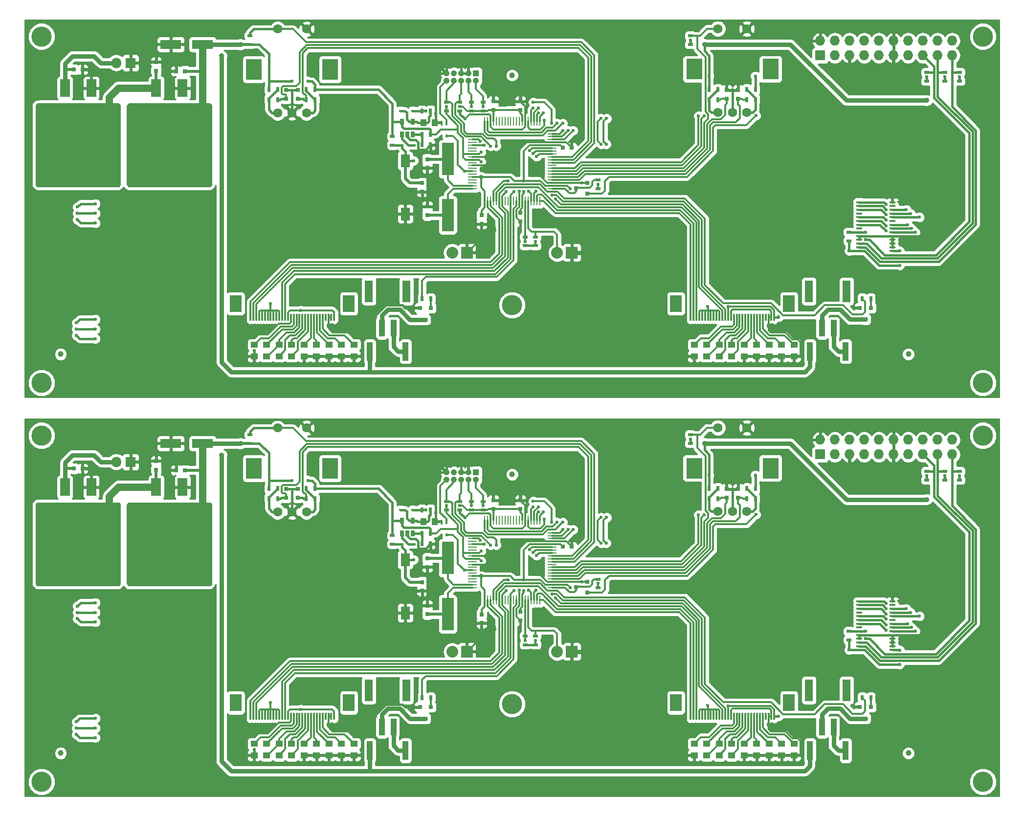
<source format=gbr>
G04 #@! TF.FileFunction,Copper,L1,Top,Signal*
%FSLAX46Y46*%
G04 Gerber Fmt 4.6, Leading zero omitted, Abs format (unit mm)*
G04 Created by KiCad (PCBNEW 4.0.1-stable) date Fri 05 Feb 2016 02:26:41 PM CET*
%MOMM*%
G01*
G04 APERTURE LIST*
%ADD10C,0.100000*%
%ADD11R,0.900000X0.500000*%
%ADD12O,1.800000X1.800000*%
%ADD13R,1.800000X1.800000*%
%ADD14R,1.000000X3.200000*%
%ADD15C,3.500000*%
%ADD16C,1.000000*%
%ADD17R,2.000000X3.000000*%
%ADD18R,0.300000X1.250000*%
%ADD19R,1.727200X1.727200*%
%ADD20O,1.727200X1.727200*%
%ADD21R,0.650000X1.060000*%
%ADD22R,1.651000X3.048000*%
%ADD23R,6.096000X6.096000*%
%ADD24R,0.500000X0.900000*%
%ADD25R,0.800100X0.800100*%
%ADD26R,0.590000X0.450000*%
%ADD27R,0.450000X0.590000*%
%ADD28R,0.750000X0.800000*%
%ADD29R,1.000000X1.250000*%
%ADD30R,2.032000X2.032000*%
%ADD31O,2.032000X2.032000*%
%ADD32R,2.100580X5.600700*%
%ADD33R,1.100000X0.400000*%
%ADD34R,1.500000X0.280000*%
%ADD35R,0.280000X1.500000*%
%ADD36R,1.600000X2.180000*%
%ADD37R,1.050000X1.050000*%
%ADD38C,1.050000*%
%ADD39R,1.000000X2.850000*%
%ADD40R,1.400000X3.800000*%
%ADD41C,1.600000*%
%ADD42R,2.800000X3.600000*%
%ADD43R,0.800000X0.750000*%
%ADD44R,1.250000X1.000000*%
%ADD45R,3.599180X1.600200*%
%ADD46C,0.900000*%
%ADD47C,0.600000*%
%ADD48C,0.750000*%
%ADD49C,1.350000*%
%ADD50C,0.508000*%
%ADD51C,0.381000*%
%ADD52C,0.304800*%
%ADD53C,0.762000*%
%ADD54C,1.270000*%
%ADD55C,0.254000*%
G04 APERTURE END LIST*
D10*
D11*
X156038034Y-119199106D03*
X156038034Y-120699106D03*
D12*
X29154234Y-89875506D03*
D13*
X31654234Y-89875506D03*
D14*
X79255034Y-139862706D03*
X73055034Y-139862706D03*
X155455034Y-139862706D03*
X149255034Y-139862706D03*
D15*
X179200294Y-85303506D03*
X16208494Y-85303506D03*
X179200294Y-145303386D03*
X97691694Y-131810906D03*
X16211034Y-145303386D03*
D16*
X166322494Y-140319906D03*
X97691694Y-92034506D03*
X19535894Y-140319906D03*
D17*
X49853094Y-131578406D03*
X69433094Y-131578406D03*
D18*
X66893094Y-133903406D03*
X66393094Y-133903406D03*
X65893094Y-133903406D03*
X65393094Y-133903406D03*
X64893094Y-133903406D03*
X64393094Y-133903406D03*
X63893094Y-133903406D03*
X63393094Y-133903406D03*
X62893094Y-133903406D03*
X62393094Y-133903406D03*
X61893094Y-133903406D03*
X61393094Y-133903406D03*
X60893094Y-133903406D03*
X60393094Y-133903406D03*
X59893094Y-133903406D03*
X59393094Y-133903406D03*
X58893094Y-133903406D03*
X58393094Y-133903406D03*
X57893094Y-133903406D03*
X57393094Y-133903406D03*
X56893094Y-133903406D03*
X56393094Y-133903406D03*
X55893094Y-133903406D03*
X55393094Y-133903406D03*
X54893094Y-133903406D03*
X54393094Y-133903406D03*
X53893094Y-133903406D03*
X53393094Y-133903406D03*
X52893094Y-133903406D03*
X52393094Y-133903406D03*
D17*
X126053094Y-131578406D03*
X145633094Y-131578406D03*
D18*
X143093094Y-133903406D03*
X142593094Y-133903406D03*
X142093094Y-133903406D03*
X141593094Y-133903406D03*
X141093094Y-133903406D03*
X140593094Y-133903406D03*
X140093094Y-133903406D03*
X139593094Y-133903406D03*
X139093094Y-133903406D03*
X138593094Y-133903406D03*
X138093094Y-133903406D03*
X137593094Y-133903406D03*
X137093094Y-133903406D03*
X136593094Y-133903406D03*
X136093094Y-133903406D03*
X135593094Y-133903406D03*
X135093094Y-133903406D03*
X134593094Y-133903406D03*
X134093094Y-133903406D03*
X133593094Y-133903406D03*
X133093094Y-133903406D03*
X132593094Y-133903406D03*
X132093094Y-133903406D03*
X131593094Y-133903406D03*
X131093094Y-133903406D03*
X130593094Y-133903406D03*
X130093094Y-133903406D03*
X129593094Y-133903406D03*
X129093094Y-133903406D03*
X128593094Y-133903406D03*
D19*
X151025094Y-88587906D03*
D20*
X151025094Y-86047906D03*
X153565094Y-88587906D03*
X153565094Y-86047906D03*
X156105094Y-88587906D03*
X156105094Y-86047906D03*
X158645094Y-88587906D03*
X158645094Y-86047906D03*
X161185094Y-88587906D03*
X161185094Y-86047906D03*
X163725094Y-88587906D03*
X163725094Y-86047906D03*
X166265094Y-88587906D03*
X166265094Y-86047906D03*
X168805094Y-88587906D03*
X168805094Y-86047906D03*
X171345094Y-88587906D03*
X171345094Y-86047906D03*
X173885094Y-88587906D03*
X173885094Y-86047906D03*
D21*
X78632094Y-102260906D03*
X79582094Y-102260906D03*
X80532094Y-102260906D03*
X80532094Y-100060906D03*
X78632094Y-100060906D03*
D22*
X24845094Y-94239406D03*
D23*
X22559094Y-100589406D03*
D22*
X20273094Y-94239406D03*
D11*
X76978594Y-102633406D03*
X76978594Y-104133406D03*
X169472694Y-93020906D03*
X169472694Y-91520906D03*
X172622294Y-93020906D03*
X172622294Y-91520906D03*
X175149594Y-93020906D03*
X175149594Y-91520906D03*
D24*
X82070594Y-104081906D03*
X83570594Y-104081906D03*
X83570594Y-102240406D03*
X82070594Y-102240406D03*
X83570594Y-98176406D03*
X82070594Y-98176406D03*
D25*
X110733354Y-112524906D03*
X110733354Y-110624906D03*
X108734374Y-111574906D03*
D26*
X80764094Y-104145406D03*
X78654094Y-104145406D03*
D27*
X86363894Y-100436106D03*
X86363894Y-102546106D03*
D26*
X80510094Y-98176406D03*
X78400094Y-98176406D03*
D28*
X82122094Y-110697906D03*
X82122094Y-112197906D03*
D29*
X84328594Y-100208406D03*
X82328594Y-100208406D03*
D28*
X36073834Y-91235106D03*
X36073834Y-89735106D03*
D30*
X89874594Y-122750906D03*
D31*
X87334594Y-122750906D03*
D30*
X108035594Y-122750906D03*
D31*
X105495594Y-122750906D03*
D32*
X86554394Y-106535546D03*
X86554394Y-116233266D03*
D33*
X163534294Y-122454706D03*
X163534294Y-121804706D03*
X163534294Y-121154706D03*
X163534294Y-120504706D03*
X163534294Y-119854706D03*
X163534294Y-119204706D03*
X163534294Y-118554706D03*
X163534294Y-117904706D03*
X163534294Y-117254706D03*
X163534294Y-116604706D03*
X163534294Y-115954706D03*
X163534294Y-115304706D03*
X163534294Y-114654706D03*
X163534294Y-114004706D03*
X157834294Y-114004706D03*
X157834294Y-114654706D03*
X157834294Y-115304706D03*
X157834294Y-115954706D03*
X157834294Y-116604706D03*
X157834294Y-117254706D03*
X157834294Y-117904706D03*
X157834294Y-118554706D03*
X157834294Y-119204706D03*
X157834294Y-119854706D03*
X157834294Y-120504706D03*
X157834294Y-121154706D03*
X157834294Y-121804706D03*
X157834294Y-122454706D03*
D34*
X90817694Y-102151306D03*
X90817694Y-102651306D03*
X90817694Y-103151306D03*
X90817694Y-103651306D03*
X90817694Y-104151306D03*
X90817694Y-104651306D03*
X90817694Y-105151306D03*
X90817694Y-105651306D03*
X90817694Y-106151306D03*
X90817694Y-106651306D03*
X90817694Y-107151306D03*
X90817694Y-107651306D03*
X90817694Y-108151306D03*
X90817694Y-108651306D03*
X90817694Y-109151306D03*
X90817694Y-109651306D03*
X90817694Y-110151306D03*
X90817694Y-110651306D03*
X90817694Y-111151306D03*
X90817694Y-111651306D03*
D35*
X92967694Y-113801306D03*
X93467694Y-113801306D03*
X93967694Y-113801306D03*
X94467694Y-113801306D03*
X94967694Y-113801306D03*
X95467694Y-113801306D03*
X95967694Y-113801306D03*
X96467694Y-113801306D03*
X96967694Y-113801306D03*
X97467694Y-113801306D03*
X97967694Y-113801306D03*
X98467694Y-113801306D03*
X98967694Y-113801306D03*
X99467694Y-113801306D03*
X99967694Y-113801306D03*
X100467694Y-113801306D03*
X100967694Y-113801306D03*
X101467694Y-113801306D03*
X101967694Y-113801306D03*
X102467694Y-113801306D03*
D34*
X104617694Y-111651306D03*
X104617694Y-111151306D03*
X104617694Y-110651306D03*
X104617694Y-110151306D03*
X104617694Y-109651306D03*
X104617694Y-109151306D03*
X104617694Y-108651306D03*
X104617694Y-108151306D03*
X104617694Y-107651306D03*
X104617694Y-107151306D03*
X104617694Y-106651306D03*
X104617694Y-106151306D03*
X104617694Y-105651306D03*
X104617694Y-105151306D03*
X104617694Y-104651306D03*
X104617694Y-104151306D03*
X104617694Y-103651306D03*
X104617694Y-103151306D03*
X104617694Y-102651306D03*
X104617694Y-102151306D03*
D35*
X102467694Y-100001306D03*
X101967694Y-100001306D03*
X101467694Y-100001306D03*
X100967694Y-100001306D03*
X100467694Y-100001306D03*
X99967694Y-100001306D03*
X99467694Y-100001306D03*
X98967694Y-100001306D03*
X98467694Y-100001306D03*
X97967694Y-100001306D03*
X97467694Y-100001306D03*
X96967694Y-100001306D03*
X96467694Y-100001306D03*
X95967694Y-100001306D03*
X95467694Y-100001306D03*
X94967694Y-100001306D03*
X94467694Y-100001306D03*
X93967694Y-100001306D03*
X93467694Y-100001306D03*
X92967694Y-100001306D03*
D22*
X40656594Y-94239406D03*
D23*
X38370594Y-100589406D03*
D22*
X36084594Y-94239406D03*
D36*
X79203194Y-106835366D03*
X79198554Y-116040226D03*
D24*
X62068094Y-96233306D03*
X63568094Y-96233306D03*
X138318894Y-96233306D03*
X139818894Y-96233306D03*
X63568094Y-94506106D03*
X62068094Y-94506106D03*
X139818894Y-94506106D03*
X138318894Y-94506106D03*
D11*
X99965594Y-121532406D03*
X99965594Y-120032406D03*
D24*
X57091094Y-96233306D03*
X55591094Y-96233306D03*
X133341894Y-96233306D03*
X131841894Y-96233306D03*
X55591094Y-94506106D03*
X57091094Y-94506106D03*
X131841894Y-94506106D03*
X133341894Y-94506106D03*
D11*
X52327894Y-86670906D03*
X52327894Y-85170906D03*
X128578694Y-86670906D03*
X128578694Y-85170906D03*
X101743594Y-121532406D03*
X101743594Y-120032406D03*
X86313094Y-98227906D03*
X86313094Y-96727906D03*
X88662594Y-98227906D03*
X88662594Y-96727906D03*
X90631094Y-98227906D03*
X90631094Y-96727906D03*
X92663094Y-98227906D03*
X92663094Y-96727906D03*
X112602094Y-111689906D03*
X112602094Y-110189906D03*
D24*
X82123334Y-130718706D03*
X83623334Y-130718706D03*
X158310634Y-130718706D03*
X159810634Y-130718706D03*
D25*
X83632834Y-132334146D03*
X81732834Y-132334146D03*
X82682834Y-134333126D03*
X159820134Y-132321446D03*
X157920134Y-132321446D03*
X158870134Y-134320426D03*
D37*
X91456594Y-91699406D03*
D38*
X90186594Y-91699406D03*
X88916594Y-91699406D03*
X87646594Y-91699406D03*
X86376594Y-91699406D03*
X90186594Y-92969406D03*
X88916594Y-92969406D03*
X87646594Y-92969406D03*
X86376594Y-92969406D03*
X91456594Y-92969406D03*
D39*
X75153094Y-135813906D03*
X77153094Y-135813906D03*
D40*
X72903094Y-129438906D03*
X79403094Y-129438906D03*
D39*
X151353094Y-135813906D03*
X153353094Y-135813906D03*
D40*
X149103094Y-129438906D03*
X155603094Y-129438906D03*
D41*
X57106894Y-98519306D03*
X57106894Y-84019306D03*
X62106894Y-98519306D03*
X62106894Y-84019306D03*
X59606894Y-98519306D03*
D42*
X53006894Y-91019306D03*
X66206894Y-91019306D03*
D41*
X133332294Y-98468506D03*
X133332294Y-83968506D03*
X138332294Y-98468506D03*
X138332294Y-83968506D03*
X135832294Y-98468506D03*
D42*
X129232294Y-90968506D03*
X142432294Y-90968506D03*
D28*
X60582894Y-96094306D03*
X60582894Y-94594306D03*
X136833694Y-96094306D03*
X136833694Y-94594306D03*
X58576294Y-96094306D03*
X58576294Y-94594306D03*
X134827094Y-96094306D03*
X134827094Y-94594306D03*
X83011094Y-116261906D03*
X83011094Y-114761906D03*
X83011094Y-106570406D03*
X83011094Y-108070406D03*
X99140094Y-115841406D03*
X99140094Y-117341406D03*
X99153494Y-98024706D03*
X99153494Y-96524706D03*
X94441094Y-98037406D03*
X94441094Y-96537406D03*
D43*
X106506094Y-104589906D03*
X108006094Y-104589906D03*
D28*
X92409094Y-116285906D03*
X92409094Y-117785906D03*
D44*
X53039094Y-140705406D03*
X53039094Y-138705406D03*
X68152094Y-140705406D03*
X68152094Y-138705406D03*
X65993094Y-140705406D03*
X65993094Y-138705406D03*
X63834094Y-140705406D03*
X63834094Y-138705406D03*
X59516094Y-140705406D03*
X59516094Y-138705406D03*
X61675094Y-140705406D03*
X61675094Y-138705406D03*
X70311094Y-140705406D03*
X70311094Y-138705406D03*
X57357094Y-140705406D03*
X57357094Y-138705406D03*
X55198094Y-138705406D03*
X55198094Y-140705406D03*
X129239094Y-140705406D03*
X129239094Y-138705406D03*
X144352094Y-140705406D03*
X144352094Y-138705406D03*
X142193094Y-140705406D03*
X142193094Y-138705406D03*
X140034094Y-140705406D03*
X140034094Y-138705406D03*
X135716094Y-140705406D03*
X135716094Y-138705406D03*
X137875094Y-140705406D03*
X137875094Y-138705406D03*
X146511094Y-140705406D03*
X146511094Y-138705406D03*
X133557094Y-140705406D03*
X133557094Y-138705406D03*
X131398094Y-138705406D03*
X131398094Y-140705406D03*
D45*
X44105914Y-86682906D03*
X38604274Y-86682906D03*
D43*
X41025594Y-91318406D03*
X39525594Y-91318406D03*
X21811034Y-91043906D03*
X23311034Y-91043906D03*
X21811034Y-21945302D03*
X23311034Y-21945302D03*
X41025594Y-22219802D03*
X39525594Y-22219802D03*
D45*
X44105914Y-17584302D03*
X38604274Y-17584302D03*
D44*
X131398094Y-69606802D03*
X131398094Y-71606802D03*
X133557094Y-71606802D03*
X133557094Y-69606802D03*
X146511094Y-71606802D03*
X146511094Y-69606802D03*
X137875094Y-71606802D03*
X137875094Y-69606802D03*
X135716094Y-71606802D03*
X135716094Y-69606802D03*
X140034094Y-71606802D03*
X140034094Y-69606802D03*
X142193094Y-71606802D03*
X142193094Y-69606802D03*
X144352094Y-71606802D03*
X144352094Y-69606802D03*
X129239094Y-71606802D03*
X129239094Y-69606802D03*
X55198094Y-69606802D03*
X55198094Y-71606802D03*
X57357094Y-71606802D03*
X57357094Y-69606802D03*
X70311094Y-71606802D03*
X70311094Y-69606802D03*
X61675094Y-71606802D03*
X61675094Y-69606802D03*
X59516094Y-71606802D03*
X59516094Y-69606802D03*
X63834094Y-71606802D03*
X63834094Y-69606802D03*
X65993094Y-71606802D03*
X65993094Y-69606802D03*
X68152094Y-71606802D03*
X68152094Y-69606802D03*
X53039094Y-71606802D03*
X53039094Y-69606802D03*
D28*
X92409094Y-47187302D03*
X92409094Y-48687302D03*
D43*
X106506094Y-35491302D03*
X108006094Y-35491302D03*
D28*
X94441094Y-28938802D03*
X94441094Y-27438802D03*
X99153494Y-28926102D03*
X99153494Y-27426102D03*
X99140094Y-46742802D03*
X99140094Y-48242802D03*
X83011094Y-37471802D03*
X83011094Y-38971802D03*
X83011094Y-47163302D03*
X83011094Y-45663302D03*
X134827094Y-26995702D03*
X134827094Y-25495702D03*
X58576294Y-26995702D03*
X58576294Y-25495702D03*
X136833694Y-26995702D03*
X136833694Y-25495702D03*
X60582894Y-26995702D03*
X60582894Y-25495702D03*
D41*
X133332294Y-29369902D03*
X133332294Y-14869902D03*
X138332294Y-29369902D03*
X138332294Y-14869902D03*
X135832294Y-29369902D03*
D42*
X129232294Y-21869902D03*
X142432294Y-21869902D03*
D41*
X57106894Y-29420702D03*
X57106894Y-14920702D03*
X62106894Y-29420702D03*
X62106894Y-14920702D03*
X59606894Y-29420702D03*
D42*
X53006894Y-21920702D03*
X66206894Y-21920702D03*
D39*
X151353094Y-66715302D03*
X153353094Y-66715302D03*
D40*
X149103094Y-60340302D03*
X155603094Y-60340302D03*
D39*
X75153094Y-66715302D03*
X77153094Y-66715302D03*
D40*
X72903094Y-60340302D03*
X79403094Y-60340302D03*
D37*
X91456594Y-22600802D03*
D38*
X90186594Y-22600802D03*
X88916594Y-22600802D03*
X87646594Y-22600802D03*
X86376594Y-22600802D03*
X90186594Y-23870802D03*
X88916594Y-23870802D03*
X87646594Y-23870802D03*
X86376594Y-23870802D03*
X91456594Y-23870802D03*
D25*
X159820134Y-63222842D03*
X157920134Y-63222842D03*
X158870134Y-65221822D03*
X83632834Y-63235542D03*
X81732834Y-63235542D03*
X82682834Y-65234522D03*
D24*
X158310634Y-61620102D03*
X159810634Y-61620102D03*
X82123334Y-61620102D03*
X83623334Y-61620102D03*
D11*
X112602094Y-42591302D03*
X112602094Y-41091302D03*
X92663094Y-29129302D03*
X92663094Y-27629302D03*
X90631094Y-29129302D03*
X90631094Y-27629302D03*
X88662594Y-29129302D03*
X88662594Y-27629302D03*
X86313094Y-29129302D03*
X86313094Y-27629302D03*
X101743594Y-52433802D03*
X101743594Y-50933802D03*
X128578694Y-17572302D03*
X128578694Y-16072302D03*
X52327894Y-17572302D03*
X52327894Y-16072302D03*
D24*
X131841894Y-25407502D03*
X133341894Y-25407502D03*
X55591094Y-25407502D03*
X57091094Y-25407502D03*
X133341894Y-27134702D03*
X131841894Y-27134702D03*
X57091094Y-27134702D03*
X55591094Y-27134702D03*
D11*
X99965594Y-52433802D03*
X99965594Y-50933802D03*
D24*
X139818894Y-25407502D03*
X138318894Y-25407502D03*
X63568094Y-25407502D03*
X62068094Y-25407502D03*
X138318894Y-27134702D03*
X139818894Y-27134702D03*
X62068094Y-27134702D03*
X63568094Y-27134702D03*
D36*
X79203194Y-37736762D03*
X79198554Y-46941622D03*
D22*
X40656594Y-25140802D03*
D23*
X38370594Y-31490802D03*
D22*
X36084594Y-25140802D03*
D34*
X90817694Y-33052702D03*
X90817694Y-33552702D03*
X90817694Y-34052702D03*
X90817694Y-34552702D03*
X90817694Y-35052702D03*
X90817694Y-35552702D03*
X90817694Y-36052702D03*
X90817694Y-36552702D03*
X90817694Y-37052702D03*
X90817694Y-37552702D03*
X90817694Y-38052702D03*
X90817694Y-38552702D03*
X90817694Y-39052702D03*
X90817694Y-39552702D03*
X90817694Y-40052702D03*
X90817694Y-40552702D03*
X90817694Y-41052702D03*
X90817694Y-41552702D03*
X90817694Y-42052702D03*
X90817694Y-42552702D03*
D35*
X92967694Y-44702702D03*
X93467694Y-44702702D03*
X93967694Y-44702702D03*
X94467694Y-44702702D03*
X94967694Y-44702702D03*
X95467694Y-44702702D03*
X95967694Y-44702702D03*
X96467694Y-44702702D03*
X96967694Y-44702702D03*
X97467694Y-44702702D03*
X97967694Y-44702702D03*
X98467694Y-44702702D03*
X98967694Y-44702702D03*
X99467694Y-44702702D03*
X99967694Y-44702702D03*
X100467694Y-44702702D03*
X100967694Y-44702702D03*
X101467694Y-44702702D03*
X101967694Y-44702702D03*
X102467694Y-44702702D03*
D34*
X104617694Y-42552702D03*
X104617694Y-42052702D03*
X104617694Y-41552702D03*
X104617694Y-41052702D03*
X104617694Y-40552702D03*
X104617694Y-40052702D03*
X104617694Y-39552702D03*
X104617694Y-39052702D03*
X104617694Y-38552702D03*
X104617694Y-38052702D03*
X104617694Y-37552702D03*
X104617694Y-37052702D03*
X104617694Y-36552702D03*
X104617694Y-36052702D03*
X104617694Y-35552702D03*
X104617694Y-35052702D03*
X104617694Y-34552702D03*
X104617694Y-34052702D03*
X104617694Y-33552702D03*
X104617694Y-33052702D03*
D35*
X102467694Y-30902702D03*
X101967694Y-30902702D03*
X101467694Y-30902702D03*
X100967694Y-30902702D03*
X100467694Y-30902702D03*
X99967694Y-30902702D03*
X99467694Y-30902702D03*
X98967694Y-30902702D03*
X98467694Y-30902702D03*
X97967694Y-30902702D03*
X97467694Y-30902702D03*
X96967694Y-30902702D03*
X96467694Y-30902702D03*
X95967694Y-30902702D03*
X95467694Y-30902702D03*
X94967694Y-30902702D03*
X94467694Y-30902702D03*
X93967694Y-30902702D03*
X93467694Y-30902702D03*
X92967694Y-30902702D03*
D33*
X163534294Y-53356102D03*
X163534294Y-52706102D03*
X163534294Y-52056102D03*
X163534294Y-51406102D03*
X163534294Y-50756102D03*
X163534294Y-50106102D03*
X163534294Y-49456102D03*
X163534294Y-48806102D03*
X163534294Y-48156102D03*
X163534294Y-47506102D03*
X163534294Y-46856102D03*
X163534294Y-46206102D03*
X163534294Y-45556102D03*
X163534294Y-44906102D03*
X157834294Y-44906102D03*
X157834294Y-45556102D03*
X157834294Y-46206102D03*
X157834294Y-46856102D03*
X157834294Y-47506102D03*
X157834294Y-48156102D03*
X157834294Y-48806102D03*
X157834294Y-49456102D03*
X157834294Y-50106102D03*
X157834294Y-50756102D03*
X157834294Y-51406102D03*
X157834294Y-52056102D03*
X157834294Y-52706102D03*
X157834294Y-53356102D03*
D32*
X86554394Y-37436942D03*
X86554394Y-47134662D03*
D30*
X108035594Y-53652302D03*
D31*
X105495594Y-53652302D03*
D30*
X89874594Y-53652302D03*
D31*
X87334594Y-53652302D03*
D28*
X36073834Y-22136502D03*
X36073834Y-20636502D03*
D29*
X84328594Y-31109802D03*
X82328594Y-31109802D03*
D28*
X82122094Y-41599302D03*
X82122094Y-43099302D03*
D26*
X80510094Y-29077802D03*
X78400094Y-29077802D03*
D27*
X86363894Y-31337502D03*
X86363894Y-33447502D03*
D26*
X80764094Y-35046802D03*
X78654094Y-35046802D03*
D25*
X110733354Y-43426302D03*
X110733354Y-41526302D03*
X108734374Y-42476302D03*
D24*
X83570594Y-29077802D03*
X82070594Y-29077802D03*
X83570594Y-33141802D03*
X82070594Y-33141802D03*
X82070594Y-34983302D03*
X83570594Y-34983302D03*
D11*
X175149594Y-23922302D03*
X175149594Y-22422302D03*
X172622294Y-23922302D03*
X172622294Y-22422302D03*
X169472694Y-23922302D03*
X169472694Y-22422302D03*
X76978594Y-33534802D03*
X76978594Y-35034802D03*
D22*
X24845094Y-25140802D03*
D23*
X22559094Y-31490802D03*
D22*
X20273094Y-25140802D03*
D21*
X78632094Y-33162302D03*
X79582094Y-33162302D03*
X80532094Y-33162302D03*
X80532094Y-30962302D03*
X78632094Y-30962302D03*
D19*
X151025094Y-19489302D03*
D20*
X151025094Y-16949302D03*
X153565094Y-19489302D03*
X153565094Y-16949302D03*
X156105094Y-19489302D03*
X156105094Y-16949302D03*
X158645094Y-19489302D03*
X158645094Y-16949302D03*
X161185094Y-19489302D03*
X161185094Y-16949302D03*
X163725094Y-19489302D03*
X163725094Y-16949302D03*
X166265094Y-19489302D03*
X166265094Y-16949302D03*
X168805094Y-19489302D03*
X168805094Y-16949302D03*
X171345094Y-19489302D03*
X171345094Y-16949302D03*
X173885094Y-19489302D03*
X173885094Y-16949302D03*
D17*
X126053094Y-62479802D03*
X145633094Y-62479802D03*
D18*
X143093094Y-64804802D03*
X142593094Y-64804802D03*
X142093094Y-64804802D03*
X141593094Y-64804802D03*
X141093094Y-64804802D03*
X140593094Y-64804802D03*
X140093094Y-64804802D03*
X139593094Y-64804802D03*
X139093094Y-64804802D03*
X138593094Y-64804802D03*
X138093094Y-64804802D03*
X137593094Y-64804802D03*
X137093094Y-64804802D03*
X136593094Y-64804802D03*
X136093094Y-64804802D03*
X135593094Y-64804802D03*
X135093094Y-64804802D03*
X134593094Y-64804802D03*
X134093094Y-64804802D03*
X133593094Y-64804802D03*
X133093094Y-64804802D03*
X132593094Y-64804802D03*
X132093094Y-64804802D03*
X131593094Y-64804802D03*
X131093094Y-64804802D03*
X130593094Y-64804802D03*
X130093094Y-64804802D03*
X129593094Y-64804802D03*
X129093094Y-64804802D03*
X128593094Y-64804802D03*
D17*
X49853094Y-62479802D03*
X69433094Y-62479802D03*
D18*
X66893094Y-64804802D03*
X66393094Y-64804802D03*
X65893094Y-64804802D03*
X65393094Y-64804802D03*
X64893094Y-64804802D03*
X64393094Y-64804802D03*
X63893094Y-64804802D03*
X63393094Y-64804802D03*
X62893094Y-64804802D03*
X62393094Y-64804802D03*
X61893094Y-64804802D03*
X61393094Y-64804802D03*
X60893094Y-64804802D03*
X60393094Y-64804802D03*
X59893094Y-64804802D03*
X59393094Y-64804802D03*
X58893094Y-64804802D03*
X58393094Y-64804802D03*
X57893094Y-64804802D03*
X57393094Y-64804802D03*
X56893094Y-64804802D03*
X56393094Y-64804802D03*
X55893094Y-64804802D03*
X55393094Y-64804802D03*
X54893094Y-64804802D03*
X54393094Y-64804802D03*
X53893094Y-64804802D03*
X53393094Y-64804802D03*
X52893094Y-64804802D03*
X52393094Y-64804802D03*
D16*
X19535894Y-71221302D03*
X97691694Y-22935902D03*
X166322494Y-71221302D03*
D15*
X16211034Y-76204782D03*
X97691694Y-62712302D03*
X179200294Y-76204782D03*
X16208494Y-16204902D03*
X179200294Y-16204902D03*
D14*
X155455034Y-70764102D03*
X149255034Y-70764102D03*
X79255034Y-70764102D03*
X73055034Y-70764102D03*
D12*
X29154234Y-20776902D03*
D13*
X31654234Y-20776902D03*
D11*
X156038034Y-50100502D03*
X156038034Y-51600502D03*
D46*
X127587494Y-103312106D03*
X145621494Y-103312106D03*
X98123494Y-127137306D03*
X145621494Y-111643306D03*
X135105894Y-126070506D03*
X145621494Y-126070506D03*
X163757094Y-111643306D03*
X163757094Y-98486106D03*
X163757094Y-91780506D03*
X152479494Y-95387306D03*
X156086294Y-91780506D03*
X134394694Y-111643306D03*
X152479494Y-111643306D03*
X152479494Y-98486106D03*
X117427494Y-122717706D03*
X117427494Y-105344106D03*
X117427494Y-111643306D03*
X117427494Y-88834106D03*
X117427494Y-95133306D03*
X90198694Y-88834106D03*
X108639094Y-88834106D03*
X108639094Y-95133306D03*
X99139494Y-95133306D03*
X75619094Y-116062906D03*
X73536294Y-103312106D03*
X73536294Y-112862506D03*
X53825894Y-103312106D03*
X65662294Y-103312106D03*
X53825894Y-112862506D03*
X65662294Y-112862506D03*
X49863494Y-120126906D03*
X43665894Y-120126906D03*
X43665894Y-112862506D03*
X43665894Y-131556906D03*
X36198294Y-112862506D03*
X36198294Y-120126906D03*
X36198294Y-131506106D03*
D47*
X89513494Y-99586106D03*
X84433494Y-98722506D03*
X53039094Y-139718106D03*
X94695094Y-118839306D03*
X99114694Y-118839306D03*
X98949594Y-112082906D03*
X96981094Y-110304906D03*
X98314594Y-108717406D03*
X100854594Y-108717406D03*
X109796094Y-110622406D03*
X96028594Y-106113906D03*
D46*
X17757894Y-112862506D03*
X17757894Y-120126906D03*
X17757894Y-131556906D03*
X117325894Y-138567306D03*
X108029494Y-138567306D03*
X89871034Y-138567306D03*
X50778494Y-140340406D03*
X43665894Y-140345306D03*
X29899094Y-131556906D03*
D47*
X174249834Y-118501306D03*
X174249834Y-49402702D03*
D46*
X29899094Y-62458302D03*
X43665894Y-71246702D03*
X50778494Y-71241802D03*
X89871034Y-69468702D03*
X108029494Y-69468702D03*
X117325894Y-69468702D03*
X17757894Y-62458302D03*
X17757894Y-51028302D03*
X17757894Y-43763902D03*
D47*
X96028594Y-37015302D03*
X109796094Y-41523802D03*
X100854594Y-39618802D03*
X98314594Y-39618802D03*
X96981094Y-41206302D03*
X98949594Y-42984302D03*
X99114694Y-49740702D03*
X94695094Y-49740702D03*
X53039094Y-70619502D03*
X84433494Y-29623902D03*
X89513494Y-30487502D03*
D46*
X36198294Y-62407502D03*
X36198294Y-51028302D03*
X36198294Y-43763902D03*
X43665894Y-62458302D03*
X43665894Y-43763902D03*
X43665894Y-51028302D03*
X49863494Y-51028302D03*
X65662294Y-43763902D03*
X53825894Y-43763902D03*
X65662294Y-34213502D03*
X53825894Y-34213502D03*
X73536294Y-43763902D03*
X73536294Y-34213502D03*
X75619094Y-46964302D03*
X99139494Y-26034702D03*
X108639094Y-26034702D03*
X108639094Y-19735502D03*
X90198694Y-19735502D03*
X117427494Y-26034702D03*
X117427494Y-19735502D03*
X117427494Y-42544702D03*
X117427494Y-36245502D03*
X117427494Y-53619102D03*
X152479494Y-29387502D03*
X152479494Y-42544702D03*
X134394694Y-42544702D03*
X156086294Y-22681902D03*
X152479494Y-26288702D03*
X163757094Y-22681902D03*
X163757094Y-29387502D03*
X163757094Y-42544702D03*
X145621494Y-56971902D03*
X135105894Y-56971902D03*
X145621494Y-42544702D03*
X98123494Y-58038702D03*
X145621494Y-34213502D03*
X127587494Y-34213502D03*
D47*
X62335494Y-93083706D03*
X59592294Y-93083706D03*
X128578694Y-85920906D03*
D46*
X50651494Y-86682906D03*
X131017094Y-86682906D03*
X169472694Y-96385706D03*
D47*
X131829894Y-92169306D03*
X139805494Y-92169306D03*
X169472694Y-92270906D03*
X135111694Y-132119506D03*
X107776094Y-111701906D03*
X112602094Y-110939906D03*
X172609594Y-92270906D03*
X175149594Y-92270906D03*
X55896594Y-131577406D03*
X61103594Y-132720406D03*
X92345594Y-105351906D03*
X92345594Y-107002906D03*
X131588594Y-132085406D03*
D48*
X92345594Y-109669906D03*
D47*
X88662594Y-97477906D03*
X86313094Y-97477906D03*
X99749694Y-110279506D03*
X99749694Y-112159106D03*
X101730894Y-120795106D03*
D49*
X33074694Y-102684906D03*
X33074694Y-100602106D03*
X38408694Y-105529706D03*
X33074694Y-105529706D03*
X43285494Y-102684906D03*
X43285494Y-100652906D03*
X43285494Y-105529706D03*
X38408694Y-107663306D03*
X33074694Y-107663306D03*
X43285494Y-107663306D03*
X38408694Y-109695306D03*
X33074694Y-109695306D03*
X43285494Y-109695306D03*
X40948694Y-106647306D03*
X35716294Y-106647306D03*
X40897894Y-108679306D03*
X35716294Y-108679306D03*
X40948694Y-104513706D03*
X35716294Y-104513706D03*
D47*
X143846034Y-133893706D03*
X156038034Y-122438306D03*
X164813734Y-122463706D03*
X164813734Y-124940206D03*
X164813734Y-55841602D03*
X164813734Y-53365102D03*
X156038034Y-53339702D03*
X143846034Y-64795102D03*
D49*
X35716294Y-35415102D03*
X40948694Y-35415102D03*
X35716294Y-39580702D03*
X40897894Y-39580702D03*
X35716294Y-37548702D03*
X40948694Y-37548702D03*
X43285494Y-40596702D03*
X33074694Y-40596702D03*
X38408694Y-40596702D03*
X43285494Y-38564702D03*
X33074694Y-38564702D03*
X38408694Y-38564702D03*
X43285494Y-36431102D03*
X43285494Y-31554302D03*
X43285494Y-33586302D03*
X33074694Y-36431102D03*
X38408694Y-36431102D03*
X33074694Y-31503502D03*
X33074694Y-33586302D03*
D47*
X101730894Y-51696502D03*
X99749694Y-43060502D03*
X99749694Y-41180902D03*
X86313094Y-28379302D03*
X88662594Y-28379302D03*
D48*
X92345594Y-40571302D03*
D47*
X131588594Y-62986802D03*
X92345594Y-37904302D03*
X92345594Y-36253302D03*
X61103594Y-63621802D03*
X55896594Y-62478802D03*
X175149594Y-23172302D03*
X172609594Y-23172302D03*
X112602094Y-41841302D03*
X107776094Y-42603302D03*
X135111694Y-63020902D03*
X169472694Y-23172302D03*
X139805494Y-23070702D03*
X131829894Y-23070702D03*
D46*
X169472694Y-27287102D03*
X131017094Y-17584302D03*
X50651494Y-17584302D03*
D47*
X128578694Y-16822302D03*
X59592294Y-23985102D03*
X62335494Y-23985102D03*
X96663594Y-112209906D03*
X105236094Y-113479906D03*
X105236094Y-44381302D03*
X96663594Y-43111302D03*
X98060594Y-112209906D03*
X104601094Y-112781406D03*
X104601094Y-43682802D03*
X98060594Y-43111302D03*
X103140594Y-98557406D03*
X103140594Y-29458802D03*
X102251594Y-98557406D03*
X102251594Y-29458802D03*
X102251594Y-97668406D03*
X102251594Y-28569802D03*
X101362594Y-97668406D03*
X101362594Y-28569802D03*
X103255594Y-99827406D03*
X103255594Y-30728802D03*
X158893594Y-120503006D03*
X158893594Y-119207606D03*
X158893594Y-50109002D03*
X158893594Y-51404402D03*
X104525594Y-100335406D03*
X101362594Y-96715906D03*
X82820594Y-98176406D03*
X82820594Y-29077802D03*
X101362594Y-27617302D03*
X104525594Y-31236802D03*
X139907094Y-99001906D03*
X139907094Y-29903302D03*
X92841594Y-104145406D03*
X90631094Y-97477906D03*
X90631094Y-28379302D03*
X92841594Y-35046802D03*
X94937094Y-104272406D03*
X94937094Y-35173802D03*
X93984594Y-104272406D03*
X93984594Y-35173802D03*
X92663094Y-97477906D03*
X92206594Y-103446906D03*
X92206594Y-34348302D03*
X92663094Y-28379302D03*
X99965594Y-120782406D03*
X99965594Y-51683802D03*
X107395094Y-101605406D03*
X107395094Y-32506802D03*
X108284094Y-101605406D03*
X108284094Y-32506802D03*
X106506094Y-101605406D03*
X106506094Y-32506802D03*
X101362594Y-105605906D03*
X101362594Y-36507302D03*
X101934094Y-106113906D03*
X101934094Y-37015302D03*
X165944034Y-115300906D03*
X165944034Y-46202302D03*
X100727594Y-105097906D03*
X100727594Y-35999302D03*
X168242734Y-116609006D03*
X168242734Y-47510402D03*
X166198034Y-117904406D03*
X166198034Y-48805802D03*
X166845734Y-118552106D03*
X166845734Y-49453502D03*
X167493434Y-119199806D03*
X167493434Y-50101202D03*
X162462294Y-114368906D03*
X162462294Y-45270302D03*
X162462294Y-115283306D03*
X162462294Y-46184702D03*
X162462294Y-116197706D03*
X162462294Y-47099102D03*
X101870594Y-112082906D03*
X113999094Y-103954906D03*
X114062594Y-99509906D03*
X114062594Y-30411302D03*
X113999094Y-34856302D03*
X101870594Y-42984302D03*
X100537094Y-112082906D03*
X113110094Y-99509906D03*
X113110094Y-103954906D03*
X113110094Y-34856302D03*
X113110094Y-30411302D03*
X100537094Y-42984302D03*
X129937594Y-99065406D03*
X129937594Y-29966802D03*
X130953594Y-99065406D03*
X130953594Y-29966802D03*
X106494094Y-100335406D03*
X106494094Y-31236802D03*
X105478094Y-100335406D03*
X105478094Y-31236802D03*
D49*
X19917494Y-104513706D03*
X25149894Y-104513706D03*
X19917494Y-108679306D03*
X25099094Y-108679306D03*
X19917494Y-106647306D03*
X25149894Y-106647306D03*
X27486694Y-109695306D03*
X17275894Y-109695306D03*
X22609894Y-109695306D03*
X27486694Y-107663306D03*
X17275894Y-107663306D03*
X22609894Y-107663306D03*
X27486694Y-105529706D03*
X27486694Y-100652906D03*
X27486694Y-102684906D03*
X17275894Y-105529706D03*
X22609894Y-105529706D03*
X17275894Y-100602106D03*
X17275894Y-102684906D03*
X17275894Y-33586302D03*
X17275894Y-31503502D03*
X22609894Y-36431102D03*
X17275894Y-36431102D03*
X27486694Y-33586302D03*
X27486694Y-31554302D03*
X27486694Y-36431102D03*
X22609894Y-38564702D03*
X17275894Y-38564702D03*
X27486694Y-38564702D03*
X22609894Y-40596702D03*
X17275894Y-40596702D03*
X27486694Y-40596702D03*
X25149894Y-37548702D03*
X19917494Y-37548702D03*
X25099094Y-39580702D03*
X19917494Y-39580702D03*
X25149894Y-35415102D03*
X19917494Y-35415102D03*
D47*
X166693334Y-115961306D03*
X166693334Y-46862702D03*
X162462294Y-117112106D03*
X162462294Y-48013502D03*
X162462294Y-118077306D03*
X162462294Y-48978702D03*
X162462294Y-118991706D03*
X162462294Y-49893102D03*
X80661594Y-106812406D03*
X89462694Y-108653906D03*
X89462694Y-39555302D03*
X80661594Y-37713802D03*
D46*
X47376834Y-88681706D03*
X47376834Y-19583102D03*
D47*
X25570934Y-117625006D03*
X22408634Y-117040806D03*
X22408634Y-47942202D03*
X25570934Y-48526402D03*
X25570934Y-115948606D03*
X22408634Y-115948606D03*
X22408634Y-46850002D03*
X25570934Y-46850002D03*
X25570934Y-114272206D03*
X22408634Y-114843706D03*
X22408634Y-45745102D03*
X25570934Y-45173602D03*
X25570934Y-137665606D03*
X22256234Y-137094106D03*
X22256234Y-67995502D03*
X25570934Y-68567002D03*
X25570934Y-135989206D03*
X22256234Y-135989206D03*
X22256234Y-66890602D03*
X25570934Y-66890602D03*
X25570934Y-134300106D03*
X22256234Y-134897006D03*
X22256234Y-65798402D03*
X25570934Y-65201502D03*
D50*
X117427494Y-105344106D02*
X125555494Y-105344106D01*
X125555494Y-105344106D02*
X127587494Y-103312106D01*
X145621494Y-103312106D02*
X145621494Y-111643306D01*
X145621494Y-126070506D02*
X135105894Y-126070506D01*
X108029494Y-122757006D02*
X108035594Y-122750906D01*
X163757094Y-98486106D02*
X163757094Y-111643306D01*
X152479494Y-98486106D02*
X163757094Y-98486106D01*
X163757094Y-91780506D02*
X163757094Y-88619906D01*
X163757094Y-88619906D02*
X163725094Y-88587906D01*
X152479494Y-98486106D02*
X152479494Y-95387306D01*
X156086294Y-91780506D02*
X156105094Y-91761706D01*
X156105094Y-91761706D02*
X156105094Y-88587906D01*
X117427494Y-111643306D02*
X134394694Y-111643306D01*
X152479494Y-111643306D02*
X152479494Y-98486106D01*
X117427494Y-122717706D02*
X117427494Y-122750906D01*
X117427494Y-122750906D02*
X117427494Y-122717706D01*
X117427494Y-122717706D02*
X117427494Y-122750906D01*
X117427494Y-95133306D02*
X117427494Y-105344106D01*
X117427494Y-88834106D02*
X117427494Y-95133306D01*
X90186594Y-91699406D02*
X90186594Y-88846206D01*
X90186594Y-88846206D02*
X90198694Y-88834106D01*
X108639094Y-88834106D02*
X108639094Y-95133306D01*
X99139494Y-95133306D02*
X99139494Y-96510706D01*
X99139494Y-96510706D02*
X99153494Y-96524706D01*
X75619094Y-116672506D02*
X75619094Y-116062906D01*
X73536294Y-103312106D02*
X73536294Y-112862506D01*
X49863494Y-120126906D02*
X50015894Y-119974506D01*
X50015894Y-119974506D02*
X75619094Y-119974506D01*
X75619094Y-116062906D02*
X75619094Y-116672506D01*
X75619094Y-116672506D02*
X75619094Y-119974506D01*
X53825894Y-112862506D02*
X53825894Y-103312106D01*
X65662294Y-103312106D02*
X65662294Y-112862506D01*
X53825894Y-112862506D02*
X65662294Y-112862506D01*
X75619094Y-116062906D02*
X79175874Y-116062906D01*
X79175874Y-116062906D02*
X79198554Y-116040226D01*
X49853094Y-120137306D02*
X49863494Y-120126906D01*
X43665894Y-131556906D02*
X43665894Y-120126906D01*
X43665894Y-120126906D02*
X43665894Y-112862506D01*
X43665894Y-131556906D02*
X43665894Y-131506106D01*
X43665894Y-131506106D02*
X43665894Y-131556906D01*
X43665894Y-131556906D02*
X43665894Y-131506106D01*
X36147494Y-131556906D02*
X36198294Y-131506106D01*
X36198294Y-112862506D02*
X36198294Y-120126906D01*
X36180694Y-120109306D02*
X36198294Y-120126906D01*
X36198294Y-131506106D02*
X43665894Y-131506106D01*
D51*
X157834294Y-119854706D02*
X163534294Y-119854706D01*
D52*
X93967694Y-100001306D02*
X93967694Y-99011106D01*
X90275494Y-98824106D02*
X89513494Y-99586106D01*
X93780694Y-98824106D02*
X90275494Y-98824106D01*
X93967694Y-99011106D02*
X93780694Y-98824106D01*
D51*
X84433494Y-98773306D02*
X84433494Y-92423306D01*
X85157394Y-91699406D02*
X86376594Y-91699406D01*
X84433494Y-92423306D02*
X85157394Y-91699406D01*
X88662594Y-98227906D02*
X88662594Y-98735206D01*
X88662594Y-98735206D02*
X89513494Y-99586106D01*
X84433494Y-98722506D02*
X84433494Y-98773306D01*
X84433494Y-98773306D02*
X84433494Y-100103506D01*
X84433494Y-100103506D02*
X84328594Y-100208406D01*
D52*
X66393094Y-133903406D02*
X65893094Y-133903406D01*
D51*
X53039094Y-139718106D02*
X53039094Y-140705406D01*
D52*
X99153494Y-96524706D02*
X94453794Y-96524706D01*
X94453794Y-96524706D02*
X94441094Y-96537406D01*
X93967694Y-100001306D02*
X93967694Y-100890706D01*
X93967694Y-100890706D02*
X94491894Y-101414906D01*
X99967694Y-100001306D02*
X99967694Y-100917506D01*
X99967694Y-100917506D02*
X99470294Y-101414906D01*
X94491894Y-101414906D02*
X99470294Y-101414906D01*
D51*
X86376594Y-91699406D02*
X86376594Y-90835806D01*
X86376594Y-90835806D02*
X86821094Y-90391306D01*
X86821094Y-90391306D02*
X88599094Y-90391306D01*
X88599094Y-90391306D02*
X88916594Y-90708806D01*
X88916594Y-90708806D02*
X88916594Y-91699406D01*
X88916594Y-91699406D02*
X90186594Y-91699406D01*
X83011094Y-108070406D02*
X82300594Y-108070406D01*
X81944294Y-107714106D02*
X81944294Y-104907406D01*
X82300594Y-108070406D02*
X81944294Y-107714106D01*
X82122094Y-112197906D02*
X83011094Y-112197906D01*
X83011094Y-112197906D02*
X82973694Y-112235306D01*
X82973694Y-112235306D02*
X83011094Y-112235306D01*
X83011094Y-108070406D02*
X83011094Y-112235306D01*
X83011094Y-112235306D02*
X83011094Y-114761906D01*
X83011094Y-114761906D02*
X82059294Y-114761906D01*
X80780974Y-116040226D02*
X79198554Y-116040226D01*
X82059294Y-114761906D02*
X80780974Y-116040226D01*
D53*
X108035594Y-122750906D02*
X117427494Y-122750906D01*
D52*
X142593094Y-133903406D02*
X142093094Y-133903406D01*
X142593094Y-133903406D02*
X142593094Y-132904506D01*
X135593094Y-132856106D02*
X135593094Y-133903406D01*
X135843094Y-132606106D02*
X135593094Y-132856106D01*
X142294694Y-132606106D02*
X135843094Y-132606106D01*
X142593094Y-132904506D02*
X142294694Y-132606106D01*
D51*
X163534294Y-120504706D02*
X163534294Y-119854706D01*
X163534294Y-121154706D02*
X163534294Y-120504706D01*
X163534294Y-121804706D02*
X163534294Y-121154706D01*
X157834294Y-119854706D02*
X157834294Y-120504706D01*
D52*
X99140094Y-117341406D02*
X99140094Y-118813906D01*
X94149694Y-117785906D02*
X92409094Y-117785906D01*
X94695094Y-118331306D02*
X94149694Y-117785906D01*
X94695094Y-118839306D02*
X94695094Y-118331306D01*
X99140094Y-118813906D02*
X99114694Y-118839306D01*
X96028594Y-106113906D02*
X97362094Y-106113906D01*
X98314594Y-107066406D02*
X98314594Y-108717406D01*
X97362094Y-106113906D02*
X98314594Y-107066406D01*
X98967694Y-113801306D02*
X98967694Y-112101006D01*
X98967694Y-112101006D02*
X98949594Y-112082906D01*
X89874594Y-122750906D02*
X92409094Y-120216406D01*
X92409094Y-120216406D02*
X92409094Y-117785906D01*
X94467694Y-113801306D02*
X94467694Y-112119806D01*
X94467694Y-112119806D02*
X96282594Y-110304906D01*
X96282594Y-110304906D02*
X96981094Y-110304906D01*
X104617694Y-110651306D02*
X103740994Y-110651306D01*
X101807094Y-108717406D02*
X100854594Y-108717406D01*
X103740994Y-110651306D02*
X101807094Y-108717406D01*
X96092094Y-106050406D02*
X98491194Y-103651306D01*
X98491194Y-103651306D02*
X104617694Y-103651306D01*
D50*
X24833094Y-94227406D02*
X24845094Y-94239406D01*
D52*
X98441594Y-115302308D02*
X98441594Y-116642906D01*
X98441594Y-116642906D02*
X99140094Y-117341406D01*
X98967694Y-113801306D02*
X98967694Y-114776208D01*
X98967694Y-114776208D02*
X98441594Y-115302308D01*
D51*
X135832294Y-98468506D02*
X135832294Y-94594306D01*
X135843094Y-94605106D02*
X135843094Y-94594306D01*
X135832294Y-94594306D02*
X135843094Y-94605106D01*
X134827094Y-94594306D02*
X135843094Y-94594306D01*
X135843094Y-94594306D02*
X136833694Y-94594306D01*
X59606894Y-98519306D02*
X59606894Y-94594306D01*
X59579594Y-94620406D02*
X59579594Y-94594306D01*
X59580794Y-94620406D02*
X59579594Y-94620406D01*
X59606894Y-94594306D02*
X59580794Y-94620406D01*
X58576294Y-94594306D02*
X59579594Y-94594306D01*
X59579594Y-94594306D02*
X60582894Y-94594306D01*
D52*
X107067494Y-103651306D02*
X108006094Y-104589906D01*
X104617694Y-103651306D02*
X107067494Y-103651306D01*
X109767194Y-110651306D02*
X109796094Y-110622406D01*
X104617694Y-110651306D02*
X109767194Y-110651306D01*
X110730854Y-110622406D02*
X110733354Y-110624906D01*
X109796094Y-110622406D02*
X110730854Y-110622406D01*
X99153494Y-96563506D02*
X99153494Y-96524706D01*
X99967694Y-97377706D02*
X99153494Y-96563506D01*
X99967694Y-100001306D02*
X99967694Y-97377706D01*
D51*
X82745094Y-104907406D02*
X83570594Y-104081906D01*
X81944294Y-104907406D02*
X82745094Y-104907406D01*
X81614094Y-104907406D02*
X81944294Y-104907406D01*
X79582094Y-102684906D02*
X80090094Y-103192906D01*
X80090094Y-103192906D02*
X80979094Y-103192906D01*
X80979094Y-103192906D02*
X81423594Y-103637406D01*
X81423594Y-103637406D02*
X81423594Y-104716906D01*
X81423594Y-104716906D02*
X81614094Y-104907406D01*
X79582094Y-102260906D02*
X79582094Y-102684906D01*
D52*
X95991194Y-106151306D02*
X96092094Y-106050406D01*
X96092094Y-106050406D02*
X96028594Y-106113906D01*
X94060094Y-106151306D02*
X95991194Y-106151306D01*
X90817694Y-106151306D02*
X94060094Y-106151306D01*
X93538694Y-107651306D02*
X94060094Y-107129906D01*
X94060094Y-107129906D02*
X94060094Y-106151306D01*
X90817694Y-107651306D02*
X93538694Y-107651306D01*
D50*
X17757894Y-112862506D02*
X36198294Y-112862506D01*
X17775494Y-120109306D02*
X17757894Y-120126906D01*
X36180694Y-120109306D02*
X17775494Y-120109306D01*
X36147494Y-131556906D02*
X17757894Y-131556906D01*
X108029494Y-138567306D02*
X117325894Y-138567306D01*
X108029494Y-138567306D02*
X108029494Y-122757006D01*
D52*
X142093094Y-136204766D02*
X142449034Y-136560706D01*
X142449034Y-136560706D02*
X145039834Y-136560706D01*
X145039834Y-136560706D02*
X146208234Y-137729106D01*
X146208234Y-137729106D02*
X147122634Y-137729106D01*
X147122634Y-137729106D02*
X147630634Y-138237106D01*
X147630634Y-138237106D02*
X147630634Y-140421506D01*
X147630634Y-140421506D02*
X147346734Y-140705406D01*
X147346734Y-140705406D02*
X146511094Y-140705406D01*
X142093094Y-133903406D02*
X142093094Y-136204766D01*
D51*
X71811634Y-140167506D02*
X71273734Y-140705406D01*
X71811634Y-136560706D02*
X71811634Y-140167506D01*
X71273734Y-140705406D02*
X70311094Y-140705406D01*
X71811634Y-135900306D02*
X71811634Y-136560706D01*
X75850234Y-131861706D02*
X71811634Y-135900306D01*
X78695034Y-131861706D02*
X75850234Y-131861706D01*
X79167474Y-132334146D02*
X78695034Y-131861706D01*
X81732834Y-132334146D02*
X79167474Y-132334146D01*
X68152094Y-140705406D02*
X70311094Y-140705406D01*
X65993094Y-140705406D02*
X68152094Y-140705406D01*
X63834094Y-140705406D02*
X65993094Y-140705406D01*
X61675094Y-140705406D02*
X63834094Y-140705406D01*
D52*
X71811634Y-136560706D02*
X71735434Y-136560706D01*
X65893094Y-135823766D02*
X66630034Y-136560706D01*
X66630034Y-136560706D02*
X71811634Y-136560706D01*
X65893094Y-133903406D02*
X65893094Y-135823766D01*
D50*
X24845094Y-91575366D02*
X24845094Y-94239406D01*
X24313634Y-91043906D02*
X24845094Y-91575366D01*
X23311034Y-91043906D02*
X24313634Y-91043906D01*
X51143494Y-140705406D02*
X50778494Y-140340406D01*
X53039094Y-140705406D02*
X51143494Y-140705406D01*
D52*
X59393094Y-134803544D02*
X59147232Y-135049406D01*
X59147232Y-135049406D02*
X57320934Y-135049406D01*
X57320934Y-135049406D02*
X55441334Y-136929006D01*
X55441334Y-136929006D02*
X51986934Y-136929006D01*
X51986934Y-136929006D02*
X50778494Y-138137446D01*
X50778494Y-138137446D02*
X50778494Y-140340406D01*
X59393094Y-133903406D02*
X59393094Y-134803544D01*
D50*
X29899094Y-140345306D02*
X29899094Y-131556906D01*
X29899094Y-140345306D02*
X43665894Y-140345306D01*
D51*
X172896434Y-119854706D02*
X174249834Y-118501306D01*
X163534294Y-119854706D02*
X172896434Y-119854706D01*
X163757094Y-112877746D02*
X163534294Y-113100546D01*
X163534294Y-113100546D02*
X163534294Y-114004706D01*
X163757094Y-111643306D02*
X163757094Y-112877746D01*
X163757094Y-42544702D02*
X163757094Y-43779142D01*
X163534294Y-44001942D02*
X163534294Y-44906102D01*
X163757094Y-43779142D02*
X163534294Y-44001942D01*
X163534294Y-50756102D02*
X172896434Y-50756102D01*
X172896434Y-50756102D02*
X174249834Y-49402702D01*
D50*
X29899094Y-71246702D02*
X43665894Y-71246702D01*
X29899094Y-71246702D02*
X29899094Y-62458302D01*
D52*
X59393094Y-64804802D02*
X59393094Y-65704940D01*
X50778494Y-69038842D02*
X50778494Y-71241802D01*
X51986934Y-67830402D02*
X50778494Y-69038842D01*
X55441334Y-67830402D02*
X51986934Y-67830402D01*
X57320934Y-65950802D02*
X55441334Y-67830402D01*
X59147232Y-65950802D02*
X57320934Y-65950802D01*
X59393094Y-65704940D02*
X59147232Y-65950802D01*
D50*
X53039094Y-71606802D02*
X51143494Y-71606802D01*
X51143494Y-71606802D02*
X50778494Y-71241802D01*
X23311034Y-21945302D02*
X24313634Y-21945302D01*
X24313634Y-21945302D02*
X24845094Y-22476762D01*
X24845094Y-22476762D02*
X24845094Y-25140802D01*
D52*
X65893094Y-64804802D02*
X65893094Y-66725162D01*
X66630034Y-67462102D02*
X71811634Y-67462102D01*
X65893094Y-66725162D02*
X66630034Y-67462102D01*
X71811634Y-67462102D02*
X71735434Y-67462102D01*
D51*
X61675094Y-71606802D02*
X63834094Y-71606802D01*
X63834094Y-71606802D02*
X65993094Y-71606802D01*
X65993094Y-71606802D02*
X68152094Y-71606802D01*
X68152094Y-71606802D02*
X70311094Y-71606802D01*
X81732834Y-63235542D02*
X79167474Y-63235542D01*
X79167474Y-63235542D02*
X78695034Y-62763102D01*
X78695034Y-62763102D02*
X75850234Y-62763102D01*
X75850234Y-62763102D02*
X71811634Y-66801702D01*
X71811634Y-66801702D02*
X71811634Y-67462102D01*
X71273734Y-71606802D02*
X70311094Y-71606802D01*
X71811634Y-67462102D02*
X71811634Y-71068902D01*
X71811634Y-71068902D02*
X71273734Y-71606802D01*
D52*
X142093094Y-64804802D02*
X142093094Y-67106162D01*
X147346734Y-71606802D02*
X146511094Y-71606802D01*
X147630634Y-71322902D02*
X147346734Y-71606802D01*
X147630634Y-69138502D02*
X147630634Y-71322902D01*
X147122634Y-68630502D02*
X147630634Y-69138502D01*
X146208234Y-68630502D02*
X147122634Y-68630502D01*
X145039834Y-67462102D02*
X146208234Y-68630502D01*
X142449034Y-67462102D02*
X145039834Y-67462102D01*
X142093094Y-67106162D02*
X142449034Y-67462102D01*
D50*
X108029494Y-69468702D02*
X108029494Y-53658402D01*
X108029494Y-69468702D02*
X117325894Y-69468702D01*
X36147494Y-62458302D02*
X17757894Y-62458302D01*
X36180694Y-51010702D02*
X17775494Y-51010702D01*
X17775494Y-51010702D02*
X17757894Y-51028302D01*
X17757894Y-43763902D02*
X36198294Y-43763902D01*
D52*
X90817694Y-38552702D02*
X93538694Y-38552702D01*
X94060094Y-38031302D02*
X94060094Y-37052702D01*
X93538694Y-38552702D02*
X94060094Y-38031302D01*
X90817694Y-37052702D02*
X94060094Y-37052702D01*
X94060094Y-37052702D02*
X95991194Y-37052702D01*
X96092094Y-36951802D02*
X96028594Y-37015302D01*
X95991194Y-37052702D02*
X96092094Y-36951802D01*
D51*
X79582094Y-33162302D02*
X79582094Y-33586302D01*
X81423594Y-35618302D02*
X81614094Y-35808802D01*
X81423594Y-34538802D02*
X81423594Y-35618302D01*
X80979094Y-34094302D02*
X81423594Y-34538802D01*
X80090094Y-34094302D02*
X80979094Y-34094302D01*
X79582094Y-33586302D02*
X80090094Y-34094302D01*
X81614094Y-35808802D02*
X81944294Y-35808802D01*
X81944294Y-35808802D02*
X82745094Y-35808802D01*
X82745094Y-35808802D02*
X83570594Y-34983302D01*
D52*
X99967694Y-30902702D02*
X99967694Y-28279102D01*
X99967694Y-28279102D02*
X99153494Y-27464902D01*
X99153494Y-27464902D02*
X99153494Y-27426102D01*
X109796094Y-41523802D02*
X110730854Y-41523802D01*
X110730854Y-41523802D02*
X110733354Y-41526302D01*
X104617694Y-41552702D02*
X109767194Y-41552702D01*
X109767194Y-41552702D02*
X109796094Y-41523802D01*
X104617694Y-34552702D02*
X107067494Y-34552702D01*
X107067494Y-34552702D02*
X108006094Y-35491302D01*
D51*
X59579594Y-25495702D02*
X60582894Y-25495702D01*
X58576294Y-25495702D02*
X59579594Y-25495702D01*
X59606894Y-25495702D02*
X59580794Y-25521802D01*
X59580794Y-25521802D02*
X59579594Y-25521802D01*
X59579594Y-25521802D02*
X59579594Y-25495702D01*
X59606894Y-29420702D02*
X59606894Y-25495702D01*
X135843094Y-25495702D02*
X136833694Y-25495702D01*
X134827094Y-25495702D02*
X135843094Y-25495702D01*
X135832294Y-25495702D02*
X135843094Y-25506502D01*
X135843094Y-25506502D02*
X135843094Y-25495702D01*
X135832294Y-29369902D02*
X135832294Y-25495702D01*
D52*
X98967694Y-45677604D02*
X98441594Y-46203704D01*
X98967694Y-44702702D02*
X98967694Y-45677604D01*
X98441594Y-47544302D02*
X99140094Y-48242802D01*
X98441594Y-46203704D02*
X98441594Y-47544302D01*
D50*
X24833094Y-25128802D02*
X24845094Y-25140802D01*
D52*
X98491194Y-34552702D02*
X104617694Y-34552702D01*
X96092094Y-36951802D02*
X98491194Y-34552702D01*
X103740994Y-41552702D02*
X101807094Y-39618802D01*
X101807094Y-39618802D02*
X100854594Y-39618802D01*
X104617694Y-41552702D02*
X103740994Y-41552702D01*
X96282594Y-41206302D02*
X96981094Y-41206302D01*
X94467694Y-43021202D02*
X96282594Y-41206302D01*
X94467694Y-44702702D02*
X94467694Y-43021202D01*
X92409094Y-51117802D02*
X92409094Y-48687302D01*
X89874594Y-53652302D02*
X92409094Y-51117802D01*
X98967694Y-43002402D02*
X98949594Y-42984302D01*
X98967694Y-44702702D02*
X98967694Y-43002402D01*
X97362094Y-37015302D02*
X98314594Y-37967802D01*
X98314594Y-37967802D02*
X98314594Y-39618802D01*
X96028594Y-37015302D02*
X97362094Y-37015302D01*
X99140094Y-49715302D02*
X99114694Y-49740702D01*
X94695094Y-49740702D02*
X94695094Y-49232702D01*
X94695094Y-49232702D02*
X94149694Y-48687302D01*
X94149694Y-48687302D02*
X92409094Y-48687302D01*
X99140094Y-48242802D02*
X99140094Y-49715302D01*
D51*
X157834294Y-50756102D02*
X157834294Y-51406102D01*
X163534294Y-52706102D02*
X163534294Y-52056102D01*
X163534294Y-52056102D02*
X163534294Y-51406102D01*
X163534294Y-51406102D02*
X163534294Y-50756102D01*
D52*
X142593094Y-63805902D02*
X142294694Y-63507502D01*
X142294694Y-63507502D02*
X135843094Y-63507502D01*
X135843094Y-63507502D02*
X135593094Y-63757502D01*
X135593094Y-63757502D02*
X135593094Y-64804802D01*
X142593094Y-64804802D02*
X142593094Y-63805902D01*
X142593094Y-64804802D02*
X142093094Y-64804802D01*
D53*
X108035594Y-53652302D02*
X117427494Y-53652302D01*
D51*
X82059294Y-45663302D02*
X80780974Y-46941622D01*
X80780974Y-46941622D02*
X79198554Y-46941622D01*
X83011094Y-45663302D02*
X82059294Y-45663302D01*
X83011094Y-43136702D02*
X83011094Y-45663302D01*
X83011094Y-38971802D02*
X83011094Y-43136702D01*
X82973694Y-43136702D02*
X83011094Y-43136702D01*
X83011094Y-43099302D02*
X82973694Y-43136702D01*
X82122094Y-43099302D02*
X83011094Y-43099302D01*
X82300594Y-38971802D02*
X81944294Y-38615502D01*
X81944294Y-38615502D02*
X81944294Y-35808802D01*
X83011094Y-38971802D02*
X82300594Y-38971802D01*
X88916594Y-22600802D02*
X90186594Y-22600802D01*
X88916594Y-21610202D02*
X88916594Y-22600802D01*
X88599094Y-21292702D02*
X88916594Y-21610202D01*
X86821094Y-21292702D02*
X88599094Y-21292702D01*
X86376594Y-21737202D02*
X86821094Y-21292702D01*
X86376594Y-22600802D02*
X86376594Y-21737202D01*
D52*
X94491894Y-32316302D02*
X99470294Y-32316302D01*
X99967694Y-31818902D02*
X99470294Y-32316302D01*
X99967694Y-30902702D02*
X99967694Y-31818902D01*
X93967694Y-31792102D02*
X94491894Y-32316302D01*
X93967694Y-30902702D02*
X93967694Y-31792102D01*
X94453794Y-27426102D02*
X94441094Y-27438802D01*
X99153494Y-27426102D02*
X94453794Y-27426102D01*
D51*
X53039094Y-70619502D02*
X53039094Y-71606802D01*
D52*
X66393094Y-64804802D02*
X65893094Y-64804802D01*
D51*
X84433494Y-31004902D02*
X84328594Y-31109802D01*
X84433494Y-29674702D02*
X84433494Y-31004902D01*
X84433494Y-29623902D02*
X84433494Y-29674702D01*
X88662594Y-29636602D02*
X89513494Y-30487502D01*
X88662594Y-29129302D02*
X88662594Y-29636602D01*
X84433494Y-23324702D02*
X85157394Y-22600802D01*
X85157394Y-22600802D02*
X86376594Y-22600802D01*
X84433494Y-29674702D02*
X84433494Y-23324702D01*
D52*
X93967694Y-29912502D02*
X93780694Y-29725502D01*
X93780694Y-29725502D02*
X90275494Y-29725502D01*
X90275494Y-29725502D02*
X89513494Y-30487502D01*
X93967694Y-30902702D02*
X93967694Y-29912502D01*
D51*
X157834294Y-50756102D02*
X163534294Y-50756102D01*
D50*
X36198294Y-62407502D02*
X43665894Y-62407502D01*
X36180694Y-51010702D02*
X36198294Y-51028302D01*
X36198294Y-43763902D02*
X36198294Y-51028302D01*
X36147494Y-62458302D02*
X36198294Y-62407502D01*
X43665894Y-62458302D02*
X43665894Y-62407502D01*
X43665894Y-62407502D02*
X43665894Y-62458302D01*
X43665894Y-62458302D02*
X43665894Y-62407502D01*
X43665894Y-51028302D02*
X43665894Y-43763902D01*
X43665894Y-62458302D02*
X43665894Y-51028302D01*
X49853094Y-51038702D02*
X49863494Y-51028302D01*
X79175874Y-46964302D02*
X79198554Y-46941622D01*
X75619094Y-46964302D02*
X79175874Y-46964302D01*
X53825894Y-43763902D02*
X65662294Y-43763902D01*
X65662294Y-34213502D02*
X65662294Y-43763902D01*
X53825894Y-43763902D02*
X53825894Y-34213502D01*
X75619094Y-47573902D02*
X75619094Y-50875902D01*
X75619094Y-46964302D02*
X75619094Y-47573902D01*
X50015894Y-50875902D02*
X75619094Y-50875902D01*
X49863494Y-51028302D02*
X50015894Y-50875902D01*
X73536294Y-34213502D02*
X73536294Y-43763902D01*
X75619094Y-47573902D02*
X75619094Y-46964302D01*
X99139494Y-27412102D02*
X99153494Y-27426102D01*
X99139494Y-26034702D02*
X99139494Y-27412102D01*
X108639094Y-19735502D02*
X108639094Y-26034702D01*
X90186594Y-19747602D02*
X90198694Y-19735502D01*
X90186594Y-22600802D02*
X90186594Y-19747602D01*
X117427494Y-19735502D02*
X117427494Y-26034702D01*
X117427494Y-26034702D02*
X117427494Y-36245502D01*
X117427494Y-53619102D02*
X117427494Y-53652302D01*
X117427494Y-53652302D02*
X117427494Y-53619102D01*
X117427494Y-53619102D02*
X117427494Y-53652302D01*
X152479494Y-42544702D02*
X152479494Y-29387502D01*
X117427494Y-42544702D02*
X134394694Y-42544702D01*
X156105094Y-22663102D02*
X156105094Y-19489302D01*
X156086294Y-22681902D02*
X156105094Y-22663102D01*
X152479494Y-29387502D02*
X152479494Y-26288702D01*
X163757094Y-19521302D02*
X163725094Y-19489302D01*
X163757094Y-22681902D02*
X163757094Y-19521302D01*
X152479494Y-29387502D02*
X163757094Y-29387502D01*
X163757094Y-29387502D02*
X163757094Y-42544702D01*
X108029494Y-53658402D02*
X108035594Y-53652302D01*
X145621494Y-56971902D02*
X135105894Y-56971902D01*
X145621494Y-34213502D02*
X145621494Y-42544702D01*
X125555494Y-36245502D02*
X127587494Y-34213502D01*
X117427494Y-36245502D02*
X125555494Y-36245502D01*
D51*
X55591094Y-93083706D02*
X59592294Y-93083706D01*
X63568094Y-93605106D02*
X63568094Y-94506106D01*
X63046694Y-93083706D02*
X63568094Y-93605106D01*
X62335494Y-93083706D02*
X63046694Y-93083706D01*
X55591094Y-94506106D02*
X55591094Y-93083706D01*
X55591094Y-93083706D02*
X55591094Y-88320506D01*
X53941494Y-86670906D02*
X52327894Y-86670906D01*
X55591094Y-88320506D02*
X53941494Y-86670906D01*
X128578694Y-85920906D02*
X128578694Y-86670906D01*
X131829894Y-92169306D02*
X131829894Y-88613306D01*
X131017094Y-87800506D02*
X131017094Y-86682906D01*
X131829894Y-88613306D02*
X131017094Y-87800506D01*
D50*
X52327894Y-86670906D02*
X50663494Y-86670906D01*
X50663494Y-86670906D02*
X50651494Y-86682906D01*
D53*
X44105914Y-86682906D02*
X50651494Y-86682906D01*
X145850694Y-86682906D02*
X155553494Y-96385706D01*
X131017094Y-86682906D02*
X145850694Y-86682906D01*
X155553494Y-96385706D02*
X169472694Y-96385706D01*
D51*
X139818894Y-94506106D02*
X139818894Y-92182706D01*
X131829894Y-92169306D02*
X131829894Y-94494106D01*
X139818894Y-92182706D02*
X139805494Y-92169306D01*
X131829894Y-94494106D02*
X131841894Y-94506106D01*
X55579094Y-94494106D02*
X55591094Y-94506106D01*
X169472694Y-93020906D02*
X169472694Y-92270906D01*
X76978594Y-100094106D02*
X78598894Y-100094106D01*
X78598894Y-100094106D02*
X78632094Y-100060906D01*
X63568094Y-94506106D02*
X74578294Y-94506106D01*
X74578294Y-94506106D02*
X76978594Y-96906406D01*
X76978594Y-96906406D02*
X76978594Y-100094106D01*
X76978594Y-100094106D02*
X76978594Y-102633406D01*
D52*
X97997094Y-110279506D02*
X99749694Y-110279506D01*
X92345594Y-109669906D02*
X97387494Y-109669906D01*
X97387494Y-109669906D02*
X97997094Y-110279506D01*
D50*
X41025594Y-91318406D02*
X44105914Y-91318406D01*
X44085594Y-91381906D02*
X44105914Y-91381906D01*
X44085594Y-91338726D02*
X44085594Y-91381906D01*
X44105914Y-91318406D02*
X44085594Y-91338726D01*
D54*
X44105914Y-86682906D02*
X44105914Y-91381906D01*
X44105914Y-91381906D02*
X44105914Y-99108586D01*
X44105914Y-99108586D02*
X42625094Y-100589406D01*
X42625094Y-100589406D02*
X38370594Y-100589406D01*
D52*
X135093094Y-133903406D02*
X135093094Y-132138106D01*
X135093094Y-132138106D02*
X135111694Y-132119506D01*
X92409094Y-115448406D02*
X92409094Y-116285906D01*
X92967694Y-113801306D02*
X92967694Y-114889806D01*
X92967694Y-114889806D02*
X92409094Y-115448406D01*
X99140094Y-115321406D02*
X99140094Y-115841406D01*
X99467694Y-113801306D02*
X99467694Y-114993806D01*
X99467694Y-114993806D02*
X99140094Y-115321406D01*
X53893094Y-132887906D02*
X54060594Y-132720406D01*
X56918094Y-132720406D02*
X57172094Y-132720406D01*
X56346594Y-132720406D02*
X56918094Y-132720406D01*
X55902094Y-132720406D02*
X56346594Y-132720406D01*
X55394094Y-132720406D02*
X55902094Y-132720406D01*
X54886094Y-132720406D02*
X55394094Y-132720406D01*
X54378094Y-132720406D02*
X54886094Y-132720406D01*
X54060594Y-132720406D02*
X54378094Y-132720406D01*
X57172094Y-132720406D02*
X57393094Y-132941406D01*
X57393094Y-132941406D02*
X57393094Y-133903406D01*
X53893094Y-133903406D02*
X53893094Y-132887906D01*
X54393094Y-132720406D02*
X54378094Y-132720406D01*
X54393094Y-133903406D02*
X54393094Y-132720406D01*
X54893094Y-132720406D02*
X54886094Y-132720406D01*
X54893094Y-133903406D02*
X54893094Y-132720406D01*
X55393094Y-132720406D02*
X55394094Y-132721406D01*
X55394094Y-132721406D02*
X55394094Y-132720406D01*
X55393094Y-133903406D02*
X55393094Y-132720406D01*
X55893094Y-132720406D02*
X55902094Y-132720406D01*
X55893094Y-133903406D02*
X55893094Y-132720406D01*
X56393094Y-132720406D02*
X56346594Y-132720406D01*
X56393094Y-133903406D02*
X56393094Y-132720406D01*
X56893094Y-132720406D02*
X56918094Y-132720406D01*
X56893094Y-133903406D02*
X56893094Y-132720406D01*
X133093094Y-133903406D02*
X133093094Y-132720406D01*
X133093094Y-132720406D02*
X133118094Y-132720406D01*
X132593094Y-133903406D02*
X132593094Y-132720406D01*
X132593094Y-132720406D02*
X132546594Y-132720406D01*
X132093094Y-133903406D02*
X132093094Y-132720406D01*
X132093094Y-132720406D02*
X132102094Y-132720406D01*
X131593094Y-133903406D02*
X131593094Y-132720406D01*
X131594094Y-132721406D02*
X131594094Y-132720406D01*
X131593094Y-132720406D02*
X131594094Y-132721406D01*
X131093094Y-133903406D02*
X131093094Y-132720406D01*
X131093094Y-132720406D02*
X131086094Y-132720406D01*
X130593094Y-133903406D02*
X130593094Y-132720406D01*
X130593094Y-132720406D02*
X130578094Y-132720406D01*
X130093094Y-133903406D02*
X130093094Y-132887906D01*
X133593094Y-132941406D02*
X133593094Y-133903406D01*
X133372094Y-132720406D02*
X133593094Y-132941406D01*
X130260594Y-132720406D02*
X130578094Y-132720406D01*
X130578094Y-132720406D02*
X131086094Y-132720406D01*
X131086094Y-132720406D02*
X131594094Y-132720406D01*
X131594094Y-132720406D02*
X132102094Y-132720406D01*
X132102094Y-132720406D02*
X132546594Y-132720406D01*
X132546594Y-132720406D02*
X133118094Y-132720406D01*
X133118094Y-132720406D02*
X133372094Y-132720406D01*
X130093094Y-132887906D02*
X130260594Y-132720406D01*
D51*
X78632094Y-100060906D02*
X78632094Y-100909406D01*
X83570594Y-101466406D02*
X83570594Y-102240406D01*
X83328594Y-101224406D02*
X83570594Y-101466406D01*
X78947094Y-101224406D02*
X83328594Y-101224406D01*
X78632094Y-100909406D02*
X78947094Y-101224406D01*
D54*
X38327414Y-100632586D02*
X38370594Y-100589406D01*
D52*
X107225494Y-111151306D02*
X107776094Y-111701906D01*
X104617694Y-111151306D02*
X107225494Y-111151306D01*
X112602094Y-110939906D02*
X112602094Y-111689906D01*
X106067494Y-104151306D02*
X106506094Y-104589906D01*
X104617694Y-104151306D02*
X106067494Y-104151306D01*
X99153494Y-98595506D02*
X99467694Y-98909706D01*
X99467694Y-98909706D02*
X99467694Y-100001306D01*
X99153494Y-98024706D02*
X99153494Y-98595506D01*
D51*
X172609594Y-92270906D02*
X172609594Y-93020906D01*
X175149594Y-92270906D02*
X175149594Y-93020906D01*
D52*
X143093094Y-132731406D02*
X142481194Y-132119506D01*
X142481194Y-132119506D02*
X135111694Y-132119506D01*
X143093094Y-133903406D02*
X143093094Y-132731406D01*
X66564594Y-132720406D02*
X66893094Y-133048906D01*
X61103594Y-132720406D02*
X66564594Y-132720406D01*
X66893094Y-133048906D02*
X66893094Y-133903406D01*
X59262094Y-132720406D02*
X61103594Y-132720406D01*
X58893094Y-133089406D02*
X59262094Y-132720406D01*
X58893094Y-133903406D02*
X58893094Y-133089406D01*
X55896594Y-131577406D02*
X55893094Y-131580906D01*
X55893094Y-131580906D02*
X55893094Y-132720406D01*
D51*
X99965594Y-121532406D02*
X101743594Y-121532406D01*
D52*
X99457594Y-113791206D02*
X99467694Y-113801306D01*
X92046194Y-105651306D02*
X92345594Y-105351906D01*
X90817694Y-105651306D02*
X92046194Y-105651306D01*
X91993994Y-106651306D02*
X92345594Y-107002906D01*
X90817694Y-106651306D02*
X91993994Y-106651306D01*
D51*
X63580094Y-94494106D02*
X63568094Y-94506106D01*
X139780094Y-94467306D02*
X139818894Y-94506106D01*
D52*
X131588594Y-132085406D02*
X131594094Y-132090906D01*
X131594094Y-132090906D02*
X131594094Y-132720406D01*
X92345594Y-109669906D02*
X92326994Y-109651306D01*
X92326994Y-109651306D02*
X90817694Y-109651306D01*
X92345594Y-111447906D02*
X92967694Y-112070006D01*
X92967694Y-112070006D02*
X92967694Y-113801306D01*
X92345594Y-109669906D02*
X92345594Y-111447906D01*
X89920594Y-98227906D02*
X89170594Y-97477906D01*
X89170594Y-97477906D02*
X88662594Y-97477906D01*
X86313094Y-97477906D02*
X86313094Y-98227906D01*
X90631094Y-98227906D02*
X89920594Y-98227906D01*
X92663094Y-98227906D02*
X90631094Y-98227906D01*
X94467694Y-98064006D02*
X94441094Y-98037406D01*
X94467694Y-100001306D02*
X94467694Y-98064006D01*
X93437094Y-98227906D02*
X93627594Y-98037406D01*
X93627594Y-98037406D02*
X94441094Y-98037406D01*
X92663094Y-98227906D02*
X93437094Y-98227906D01*
X99749694Y-112159106D02*
X99749694Y-112514706D01*
X99749694Y-112514706D02*
X99467694Y-112796706D01*
X99467694Y-112796706D02*
X99467694Y-113801306D01*
X103466294Y-111151306D02*
X102594494Y-110279506D01*
X102594494Y-110279506D02*
X99749694Y-110279506D01*
X104617694Y-111151306D02*
X103466294Y-111151306D01*
X89619094Y-106651306D02*
X90817694Y-106651306D01*
X89183294Y-106215506D02*
X89619094Y-106651306D01*
X89183294Y-105656706D02*
X89183294Y-106215506D01*
X88319694Y-100754506D02*
X88319694Y-101465706D01*
X86313094Y-98227906D02*
X86313094Y-98747906D01*
X86313094Y-98747906D02*
X88319694Y-100754506D01*
X88319694Y-101465706D02*
X88319694Y-102024506D01*
X88319694Y-102024506D02*
X89183294Y-102888106D01*
X89183294Y-102888106D02*
X89183294Y-105656706D01*
X89183294Y-105651306D02*
X89188694Y-105656706D01*
X89188694Y-105656706D02*
X89183294Y-105656706D01*
X90817694Y-105651306D02*
X89183294Y-105651306D01*
X84522394Y-102240406D02*
X85297094Y-101465706D01*
X85297094Y-101465706D02*
X88319694Y-101465706D01*
X83570594Y-102240406D02*
X84522394Y-102240406D01*
X100721694Y-104151306D02*
X99749694Y-105123306D01*
X99749694Y-105123306D02*
X99749694Y-110279506D01*
X104617694Y-104151306D02*
X100721694Y-104151306D01*
X101730894Y-120795106D02*
X101743594Y-120807806D01*
X101743594Y-120807806D02*
X101743594Y-121532406D01*
D53*
X33074694Y-102684906D02*
X36262394Y-102684906D01*
X33087394Y-100589406D02*
X33074694Y-100602106D01*
X38357894Y-100589406D02*
X33087394Y-100589406D01*
X38408694Y-100640206D02*
X38357894Y-100589406D01*
X38408694Y-105529706D02*
X38408694Y-100640206D01*
X33074694Y-102684906D02*
X33074694Y-105529706D01*
X40453394Y-102684906D02*
X38357894Y-100589406D01*
X43285494Y-102684906D02*
X40453394Y-102684906D01*
X43221994Y-100589406D02*
X43285494Y-100652906D01*
X38357894Y-100589406D02*
X43221994Y-100589406D01*
X43285494Y-102684906D02*
X43285494Y-105529706D01*
X38408694Y-107663306D02*
X38408694Y-105529706D01*
X33074694Y-105529706D02*
X33074694Y-107663306D01*
X43285494Y-107663306D02*
X43285494Y-105529706D01*
X38408694Y-109695306D02*
X38408694Y-107663306D01*
X33074694Y-107663306D02*
X33074694Y-109695306D01*
X43285494Y-109695306D02*
X43285494Y-107663306D01*
X35716294Y-106647306D02*
X40948694Y-106647306D01*
X40897894Y-106698106D02*
X40948694Y-106647306D01*
X40897894Y-108679306D02*
X40897894Y-106698106D01*
X35716294Y-106647306D02*
X35716294Y-108679306D01*
X40948694Y-104513706D02*
X40948694Y-106647306D01*
X35716294Y-106647306D02*
X35716294Y-104513706D01*
D52*
X94441094Y-98037406D02*
X99153494Y-98024706D01*
D51*
X143836334Y-133903406D02*
X143846034Y-133893706D01*
X156038034Y-122438306D02*
X156054434Y-122454706D01*
X156054434Y-122454706D02*
X157834294Y-122454706D01*
X143093094Y-133903406D02*
X143836334Y-133903406D01*
X156038034Y-122438306D02*
X156038034Y-120699106D01*
X164804734Y-122454706D02*
X164813734Y-122463706D01*
X164813734Y-124940206D02*
X161232334Y-124940206D01*
X161232334Y-124940206D02*
X158746834Y-122454706D01*
X158746834Y-122454706D02*
X157834294Y-122454706D01*
X163534294Y-122454706D02*
X164804734Y-122454706D01*
X163534294Y-53356102D02*
X164804734Y-53356102D01*
X158746834Y-53356102D02*
X157834294Y-53356102D01*
X161232334Y-55841602D02*
X158746834Y-53356102D01*
X164813734Y-55841602D02*
X161232334Y-55841602D01*
X164804734Y-53356102D02*
X164813734Y-53365102D01*
X156038034Y-53339702D02*
X156038034Y-51600502D01*
X143093094Y-64804802D02*
X143836334Y-64804802D01*
X156054434Y-53356102D02*
X157834294Y-53356102D01*
X156038034Y-53339702D02*
X156054434Y-53356102D01*
X143836334Y-64804802D02*
X143846034Y-64795102D01*
D52*
X94441094Y-28938802D02*
X99153494Y-28926102D01*
D53*
X35716294Y-37548702D02*
X35716294Y-35415102D01*
X40948694Y-35415102D02*
X40948694Y-37548702D01*
X35716294Y-37548702D02*
X35716294Y-39580702D01*
X40897894Y-39580702D02*
X40897894Y-37599502D01*
X40897894Y-37599502D02*
X40948694Y-37548702D01*
X35716294Y-37548702D02*
X40948694Y-37548702D01*
X43285494Y-40596702D02*
X43285494Y-38564702D01*
X33074694Y-38564702D02*
X33074694Y-40596702D01*
X38408694Y-40596702D02*
X38408694Y-38564702D01*
X43285494Y-38564702D02*
X43285494Y-36431102D01*
X33074694Y-36431102D02*
X33074694Y-38564702D01*
X38408694Y-38564702D02*
X38408694Y-36431102D01*
X43285494Y-33586302D02*
X43285494Y-36431102D01*
X38357894Y-31490802D02*
X43221994Y-31490802D01*
X43221994Y-31490802D02*
X43285494Y-31554302D01*
X43285494Y-33586302D02*
X40453394Y-33586302D01*
X40453394Y-33586302D02*
X38357894Y-31490802D01*
X33074694Y-33586302D02*
X33074694Y-36431102D01*
X38408694Y-36431102D02*
X38408694Y-31541602D01*
X38408694Y-31541602D02*
X38357894Y-31490802D01*
X38357894Y-31490802D02*
X33087394Y-31490802D01*
X33087394Y-31490802D02*
X33074694Y-31503502D01*
X33074694Y-33586302D02*
X36262394Y-33586302D01*
D52*
X101743594Y-51709202D02*
X101743594Y-52433802D01*
X101730894Y-51696502D02*
X101743594Y-51709202D01*
X104617694Y-35052702D02*
X100721694Y-35052702D01*
X99749694Y-36024702D02*
X99749694Y-41180902D01*
X100721694Y-35052702D02*
X99749694Y-36024702D01*
X83570594Y-33141802D02*
X84522394Y-33141802D01*
X85297094Y-32367102D02*
X88319694Y-32367102D01*
X84522394Y-33141802D02*
X85297094Y-32367102D01*
X90817694Y-36552702D02*
X89183294Y-36552702D01*
X89188694Y-36558102D02*
X89183294Y-36558102D01*
X89183294Y-36552702D02*
X89188694Y-36558102D01*
X89183294Y-33789502D02*
X89183294Y-36558102D01*
X88319694Y-32925902D02*
X89183294Y-33789502D01*
X88319694Y-32367102D02*
X88319694Y-32925902D01*
X86313094Y-29649302D02*
X88319694Y-31655902D01*
X86313094Y-29129302D02*
X86313094Y-29649302D01*
X88319694Y-31655902D02*
X88319694Y-32367102D01*
X89183294Y-36558102D02*
X89183294Y-37116902D01*
X89183294Y-37116902D02*
X89619094Y-37552702D01*
X89619094Y-37552702D02*
X90817694Y-37552702D01*
X104617694Y-42052702D02*
X103466294Y-42052702D01*
X102594494Y-41180902D02*
X99749694Y-41180902D01*
X103466294Y-42052702D02*
X102594494Y-41180902D01*
X99467694Y-43698102D02*
X99467694Y-44702702D01*
X99749694Y-43416102D02*
X99467694Y-43698102D01*
X99749694Y-43060502D02*
X99749694Y-43416102D01*
X92663094Y-29129302D02*
X93437094Y-29129302D01*
X93627594Y-28938802D02*
X94441094Y-28938802D01*
X93437094Y-29129302D02*
X93627594Y-28938802D01*
X94467694Y-30902702D02*
X94467694Y-28965402D01*
X94467694Y-28965402D02*
X94441094Y-28938802D01*
X92663094Y-29129302D02*
X90631094Y-29129302D01*
X90631094Y-29129302D02*
X89920594Y-29129302D01*
X86313094Y-28379302D02*
X86313094Y-29129302D01*
X89170594Y-28379302D02*
X88662594Y-28379302D01*
X89920594Y-29129302D02*
X89170594Y-28379302D01*
X92345594Y-40571302D02*
X92345594Y-42349302D01*
X92967694Y-42971402D02*
X92967694Y-44702702D01*
X92345594Y-42349302D02*
X92967694Y-42971402D01*
X92326994Y-40552702D02*
X90817694Y-40552702D01*
X92345594Y-40571302D02*
X92326994Y-40552702D01*
X131594094Y-62992302D02*
X131594094Y-63621802D01*
X131588594Y-62986802D02*
X131594094Y-62992302D01*
D51*
X139780094Y-25368702D02*
X139818894Y-25407502D01*
X63580094Y-25395502D02*
X63568094Y-25407502D01*
D52*
X90817694Y-37552702D02*
X91993994Y-37552702D01*
X91993994Y-37552702D02*
X92345594Y-37904302D01*
X90817694Y-36552702D02*
X92046194Y-36552702D01*
X92046194Y-36552702D02*
X92345594Y-36253302D01*
X99457594Y-44692602D02*
X99467694Y-44702702D01*
D51*
X99965594Y-52433802D02*
X101743594Y-52433802D01*
D52*
X55893094Y-62482302D02*
X55893094Y-63621802D01*
X55896594Y-62478802D02*
X55893094Y-62482302D01*
X58893094Y-64804802D02*
X58893094Y-63990802D01*
X58893094Y-63990802D02*
X59262094Y-63621802D01*
X59262094Y-63621802D02*
X61103594Y-63621802D01*
X66893094Y-63950302D02*
X66893094Y-64804802D01*
X61103594Y-63621802D02*
X66564594Y-63621802D01*
X66564594Y-63621802D02*
X66893094Y-63950302D01*
X143093094Y-64804802D02*
X143093094Y-63632802D01*
X142481194Y-63020902D02*
X135111694Y-63020902D01*
X143093094Y-63632802D02*
X142481194Y-63020902D01*
D51*
X175149594Y-23172302D02*
X175149594Y-23922302D01*
X172609594Y-23172302D02*
X172609594Y-23922302D01*
D52*
X99153494Y-28926102D02*
X99153494Y-29496902D01*
X99467694Y-29811102D02*
X99467694Y-30902702D01*
X99153494Y-29496902D02*
X99467694Y-29811102D01*
X104617694Y-35052702D02*
X106067494Y-35052702D01*
X106067494Y-35052702D02*
X106506094Y-35491302D01*
X112602094Y-41841302D02*
X112602094Y-42591302D01*
X104617694Y-42052702D02*
X107225494Y-42052702D01*
X107225494Y-42052702D02*
X107776094Y-42603302D01*
D54*
X38327414Y-31533982D02*
X38370594Y-31490802D01*
D51*
X78632094Y-31810802D02*
X78947094Y-32125802D01*
X78947094Y-32125802D02*
X83328594Y-32125802D01*
X83328594Y-32125802D02*
X83570594Y-32367802D01*
X83570594Y-32367802D02*
X83570594Y-33141802D01*
X78632094Y-30962302D02*
X78632094Y-31810802D01*
D52*
X130093094Y-63789302D02*
X130260594Y-63621802D01*
X133118094Y-63621802D02*
X133372094Y-63621802D01*
X132546594Y-63621802D02*
X133118094Y-63621802D01*
X132102094Y-63621802D02*
X132546594Y-63621802D01*
X131594094Y-63621802D02*
X132102094Y-63621802D01*
X131086094Y-63621802D02*
X131594094Y-63621802D01*
X130578094Y-63621802D02*
X131086094Y-63621802D01*
X130260594Y-63621802D02*
X130578094Y-63621802D01*
X133372094Y-63621802D02*
X133593094Y-63842802D01*
X133593094Y-63842802D02*
X133593094Y-64804802D01*
X130093094Y-64804802D02*
X130093094Y-63789302D01*
X130593094Y-63621802D02*
X130578094Y-63621802D01*
X130593094Y-64804802D02*
X130593094Y-63621802D01*
X131093094Y-63621802D02*
X131086094Y-63621802D01*
X131093094Y-64804802D02*
X131093094Y-63621802D01*
X131593094Y-63621802D02*
X131594094Y-63622802D01*
X131594094Y-63622802D02*
X131594094Y-63621802D01*
X131593094Y-64804802D02*
X131593094Y-63621802D01*
X132093094Y-63621802D02*
X132102094Y-63621802D01*
X132093094Y-64804802D02*
X132093094Y-63621802D01*
X132593094Y-63621802D02*
X132546594Y-63621802D01*
X132593094Y-64804802D02*
X132593094Y-63621802D01*
X133093094Y-63621802D02*
X133118094Y-63621802D01*
X133093094Y-64804802D02*
X133093094Y-63621802D01*
X56893094Y-64804802D02*
X56893094Y-63621802D01*
X56893094Y-63621802D02*
X56918094Y-63621802D01*
X56393094Y-64804802D02*
X56393094Y-63621802D01*
X56393094Y-63621802D02*
X56346594Y-63621802D01*
X55893094Y-64804802D02*
X55893094Y-63621802D01*
X55893094Y-63621802D02*
X55902094Y-63621802D01*
X55393094Y-64804802D02*
X55393094Y-63621802D01*
X55394094Y-63622802D02*
X55394094Y-63621802D01*
X55393094Y-63621802D02*
X55394094Y-63622802D01*
X54893094Y-64804802D02*
X54893094Y-63621802D01*
X54893094Y-63621802D02*
X54886094Y-63621802D01*
X54393094Y-64804802D02*
X54393094Y-63621802D01*
X54393094Y-63621802D02*
X54378094Y-63621802D01*
X53893094Y-64804802D02*
X53893094Y-63789302D01*
X57393094Y-63842802D02*
X57393094Y-64804802D01*
X57172094Y-63621802D02*
X57393094Y-63842802D01*
X54060594Y-63621802D02*
X54378094Y-63621802D01*
X54378094Y-63621802D02*
X54886094Y-63621802D01*
X54886094Y-63621802D02*
X55394094Y-63621802D01*
X55394094Y-63621802D02*
X55902094Y-63621802D01*
X55902094Y-63621802D02*
X56346594Y-63621802D01*
X56346594Y-63621802D02*
X56918094Y-63621802D01*
X56918094Y-63621802D02*
X57172094Y-63621802D01*
X53893094Y-63789302D02*
X54060594Y-63621802D01*
X99467694Y-45895202D02*
X99140094Y-46222802D01*
X99467694Y-44702702D02*
X99467694Y-45895202D01*
X99140094Y-46222802D02*
X99140094Y-46742802D01*
X92967694Y-45791202D02*
X92409094Y-46349802D01*
X92967694Y-44702702D02*
X92967694Y-45791202D01*
X92409094Y-46349802D02*
X92409094Y-47187302D01*
X135093094Y-63039502D02*
X135111694Y-63020902D01*
X135093094Y-64804802D02*
X135093094Y-63039502D01*
D54*
X42625094Y-31490802D02*
X38370594Y-31490802D01*
X44105914Y-30009982D02*
X42625094Y-31490802D01*
X44105914Y-22283302D02*
X44105914Y-30009982D01*
X44105914Y-17584302D02*
X44105914Y-22283302D01*
D50*
X44105914Y-22219802D02*
X44085594Y-22240122D01*
X44085594Y-22240122D02*
X44085594Y-22283302D01*
X44085594Y-22283302D02*
X44105914Y-22283302D01*
X41025594Y-22219802D02*
X44105914Y-22219802D01*
D52*
X97387494Y-40571302D02*
X97997094Y-41180902D01*
X92345594Y-40571302D02*
X97387494Y-40571302D01*
X97997094Y-41180902D02*
X99749694Y-41180902D01*
D51*
X76978594Y-30995502D02*
X76978594Y-33534802D01*
X76978594Y-27807802D02*
X76978594Y-30995502D01*
X74578294Y-25407502D02*
X76978594Y-27807802D01*
X63568094Y-25407502D02*
X74578294Y-25407502D01*
X78598894Y-30995502D02*
X78632094Y-30962302D01*
X76978594Y-30995502D02*
X78598894Y-30995502D01*
X169472694Y-23922302D02*
X169472694Y-23172302D01*
X55579094Y-25395502D02*
X55591094Y-25407502D01*
X131829894Y-25395502D02*
X131841894Y-25407502D01*
X139818894Y-23084102D02*
X139805494Y-23070702D01*
X131829894Y-23070702D02*
X131829894Y-25395502D01*
X139818894Y-25407502D02*
X139818894Y-23084102D01*
D53*
X155553494Y-27287102D02*
X169472694Y-27287102D01*
X131017094Y-17584302D02*
X145850694Y-17584302D01*
X145850694Y-17584302D02*
X155553494Y-27287102D01*
X44105914Y-17584302D02*
X50651494Y-17584302D01*
D50*
X50663494Y-17572302D02*
X50651494Y-17584302D01*
X52327894Y-17572302D02*
X50663494Y-17572302D01*
D51*
X131829894Y-19514702D02*
X131017094Y-18701902D01*
X131017094Y-18701902D02*
X131017094Y-17584302D01*
X131829894Y-23070702D02*
X131829894Y-19514702D01*
X128578694Y-16822302D02*
X128578694Y-17572302D01*
X55591094Y-19221902D02*
X53941494Y-17572302D01*
X53941494Y-17572302D02*
X52327894Y-17572302D01*
X55591094Y-23985102D02*
X55591094Y-19221902D01*
X55591094Y-25407502D02*
X55591094Y-23985102D01*
X62335494Y-23985102D02*
X63046694Y-23985102D01*
X63046694Y-23985102D02*
X63568094Y-24506502D01*
X63568094Y-24506502D02*
X63568094Y-25407502D01*
X55591094Y-23985102D02*
X59592294Y-23985102D01*
X80532094Y-100060906D02*
X79879094Y-100060906D01*
X79137594Y-98176406D02*
X78400094Y-98176406D01*
X79455094Y-98493906D02*
X79137594Y-98176406D01*
X79455094Y-99636906D02*
X79455094Y-98493906D01*
X79879094Y-100060906D02*
X79455094Y-99636906D01*
X82328594Y-100208406D02*
X83074594Y-100208406D01*
X83570594Y-99013906D02*
X83570594Y-98176406D01*
X83328594Y-99255906D02*
X83570594Y-99013906D01*
X83328594Y-99954406D02*
X83328594Y-99255906D01*
X83074594Y-100208406D02*
X83328594Y-99954406D01*
X80532094Y-100060906D02*
X81212594Y-100060906D01*
X81360094Y-100208406D02*
X82328594Y-100208406D01*
X81212594Y-100060906D02*
X81360094Y-100208406D01*
X80552594Y-100081406D02*
X80532094Y-100060906D01*
X80552594Y-30982802D02*
X80532094Y-30962302D01*
X81212594Y-30962302D02*
X81360094Y-31109802D01*
X81360094Y-31109802D02*
X82328594Y-31109802D01*
X80532094Y-30962302D02*
X81212594Y-30962302D01*
X83074594Y-31109802D02*
X83328594Y-30855802D01*
X83328594Y-30855802D02*
X83328594Y-30157302D01*
X83328594Y-30157302D02*
X83570594Y-29915302D01*
X83570594Y-29915302D02*
X83570594Y-29077802D01*
X82328594Y-31109802D02*
X83074594Y-31109802D01*
X79879094Y-30962302D02*
X79455094Y-30538302D01*
X79455094Y-30538302D02*
X79455094Y-29395302D01*
X79455094Y-29395302D02*
X79137594Y-29077802D01*
X79137594Y-29077802D02*
X78400094Y-29077802D01*
X80532094Y-30962302D02*
X79879094Y-30962302D01*
D50*
X83011094Y-116261906D02*
X86525754Y-116261906D01*
X86525754Y-116261906D02*
X86554394Y-116233266D01*
D52*
X90817694Y-111651306D02*
X87506694Y-111651306D01*
X86554394Y-112603606D02*
X86554394Y-116233266D01*
X87506694Y-111651306D02*
X86554394Y-112603606D01*
X87506694Y-42552702D02*
X86554394Y-43505002D01*
X86554394Y-43505002D02*
X86554394Y-47134662D01*
X90817694Y-42552702D02*
X87506694Y-42552702D01*
D50*
X86525754Y-47163302D02*
X86554394Y-47134662D01*
X83011094Y-47163302D02*
X86525754Y-47163302D01*
D52*
X131557094Y-140705406D02*
X133557094Y-138705406D01*
X131398094Y-140705406D02*
X131557094Y-140705406D01*
X137093094Y-135661406D02*
X136224094Y-136530406D01*
X136224094Y-136530406D02*
X134890594Y-136530406D01*
X134890594Y-136530406D02*
X133557094Y-137863906D01*
X133557094Y-137863906D02*
X133557094Y-138705406D01*
X137093094Y-133903406D02*
X137093094Y-135661406D01*
X137093094Y-64804802D02*
X137093094Y-66562802D01*
X133557094Y-68765302D02*
X133557094Y-69606802D01*
X134890594Y-67431802D02*
X133557094Y-68765302D01*
X136224094Y-67431802D02*
X134890594Y-67431802D01*
X137093094Y-66562802D02*
X136224094Y-67431802D01*
X131398094Y-71606802D02*
X131557094Y-71606802D01*
X131557094Y-71606802D02*
X133557094Y-69606802D01*
X137593094Y-135859906D02*
X136414594Y-137038406D01*
X136414594Y-137038406D02*
X135462094Y-137038406D01*
X135462094Y-137038406D02*
X134636594Y-137863906D01*
X134636594Y-137863906D02*
X134636594Y-139625906D01*
X134636594Y-139625906D02*
X133557094Y-140705406D01*
X137593094Y-133903406D02*
X137593094Y-135859906D01*
X137593094Y-64804802D02*
X137593094Y-66761302D01*
X134636594Y-70527302D02*
X133557094Y-71606802D01*
X134636594Y-68765302D02*
X134636594Y-70527302D01*
X135462094Y-67939802D02*
X134636594Y-68765302D01*
X136414594Y-67939802D02*
X135462094Y-67939802D01*
X137593094Y-66761302D02*
X136414594Y-67939802D01*
X135716094Y-137927406D02*
X135716094Y-138705406D01*
X136097094Y-137546406D02*
X135716094Y-137927406D01*
X136605094Y-137546406D02*
X136097094Y-137546406D01*
X138093094Y-136058406D02*
X136605094Y-137546406D01*
X138093094Y-133903406D02*
X138093094Y-136058406D01*
X138093094Y-64804802D02*
X138093094Y-66959802D01*
X138093094Y-66959802D02*
X136605094Y-68447802D01*
X136605094Y-68447802D02*
X136097094Y-68447802D01*
X136097094Y-68447802D02*
X135716094Y-68828802D01*
X135716094Y-68828802D02*
X135716094Y-69606802D01*
X60893094Y-133903406D02*
X60893094Y-135661406D01*
X60893094Y-135661406D02*
X60024094Y-136530406D01*
X60024094Y-136530406D02*
X58690594Y-136530406D01*
X58690594Y-136530406D02*
X57357094Y-137863906D01*
X57357094Y-137863906D02*
X57357094Y-138705406D01*
X55198094Y-140705406D02*
X55357094Y-140705406D01*
X55357094Y-140705406D02*
X57357094Y-138705406D01*
X55357094Y-71606802D02*
X57357094Y-69606802D01*
X55198094Y-71606802D02*
X55357094Y-71606802D01*
X57357094Y-68765302D02*
X57357094Y-69606802D01*
X58690594Y-67431802D02*
X57357094Y-68765302D01*
X60024094Y-67431802D02*
X58690594Y-67431802D01*
X60893094Y-66562802D02*
X60024094Y-67431802D01*
X60893094Y-64804802D02*
X60893094Y-66562802D01*
X61893094Y-133903406D02*
X61893094Y-136058406D01*
X59516094Y-137927406D02*
X59516094Y-138705406D01*
X59897094Y-137546406D02*
X59516094Y-137927406D01*
X60405094Y-137546406D02*
X59897094Y-137546406D01*
X61893094Y-136058406D02*
X60405094Y-137546406D01*
X61893094Y-66959802D02*
X60405094Y-68447802D01*
X60405094Y-68447802D02*
X59897094Y-68447802D01*
X59897094Y-68447802D02*
X59516094Y-68828802D01*
X59516094Y-68828802D02*
X59516094Y-69606802D01*
X61893094Y-64804802D02*
X61893094Y-66959802D01*
X132287094Y-99636906D02*
X131461594Y-100462406D01*
X131461594Y-100462406D02*
X131461594Y-104716906D01*
X134827094Y-96969906D02*
X134827094Y-96094306D01*
X134573094Y-97223906D02*
X134827094Y-96969906D01*
X134573094Y-98874906D02*
X134573094Y-97223906D01*
X133811094Y-99636906D02*
X132287094Y-99636906D01*
X134573094Y-98874906D02*
X133811094Y-99636906D01*
X133341894Y-96233306D02*
X133785694Y-96233306D01*
X133924694Y-96094306D02*
X134827094Y-96094306D01*
X133785694Y-96233306D02*
X133924694Y-96094306D01*
X110189094Y-108590406D02*
X127588094Y-108590406D01*
X127588094Y-108590406D02*
X131461594Y-104716906D01*
X109128194Y-109651306D02*
X110189094Y-108590406D01*
X104617694Y-109651306D02*
X109128194Y-109651306D01*
X104617694Y-40552702D02*
X109128194Y-40552702D01*
X109128194Y-40552702D02*
X110189094Y-39491802D01*
X127588094Y-39491802D02*
X131461594Y-35618302D01*
X110189094Y-39491802D02*
X127588094Y-39491802D01*
X133785694Y-27134702D02*
X133924694Y-26995702D01*
X133924694Y-26995702D02*
X134827094Y-26995702D01*
X133341894Y-27134702D02*
X133785694Y-27134702D01*
X134573094Y-29776302D02*
X133811094Y-30538302D01*
X133811094Y-30538302D02*
X132287094Y-30538302D01*
X134573094Y-29776302D02*
X134573094Y-28125302D01*
X134573094Y-28125302D02*
X134827094Y-27871302D01*
X134827094Y-27871302D02*
X134827094Y-26995702D01*
X131461594Y-31363802D02*
X131461594Y-35618302D01*
X132287094Y-30538302D02*
X131461594Y-31363802D01*
X57801594Y-94112406D02*
X58055594Y-93858406D01*
X60913094Y-88016406D02*
X62119594Y-86809906D01*
X60913094Y-93276604D02*
X60913094Y-88016406D01*
X60331292Y-93858406D02*
X60913094Y-93276604D01*
X58055594Y-93858406D02*
X60331292Y-93858406D01*
X58576294Y-95458606D02*
X58436594Y-95318906D01*
X58436594Y-95318906D02*
X57992094Y-95318906D01*
X57992094Y-95318906D02*
X57801594Y-95128406D01*
X57801594Y-95128406D02*
X57801594Y-94112406D01*
X62119594Y-86809906D02*
X109490594Y-86809906D01*
X109490594Y-86809906D02*
X111395594Y-88714906D01*
X111395594Y-88714906D02*
X111395594Y-103573906D01*
X58576294Y-96094306D02*
X58576294Y-95458606D01*
D51*
X57091094Y-96233306D02*
X57585694Y-96233306D01*
X57585694Y-96233306D02*
X57724694Y-96094306D01*
X57724694Y-96094306D02*
X58576294Y-96094306D01*
D52*
X108318194Y-106651306D02*
X111395594Y-103573906D01*
X104617694Y-106651306D02*
X108318194Y-106651306D01*
X104617694Y-37552702D02*
X108318194Y-37552702D01*
X108318194Y-37552702D02*
X111395594Y-34475302D01*
D51*
X57724694Y-26995702D02*
X58576294Y-26995702D01*
X57585694Y-27134702D02*
X57724694Y-26995702D01*
X57091094Y-27134702D02*
X57585694Y-27134702D01*
D52*
X58576294Y-26995702D02*
X58576294Y-26360002D01*
X111395594Y-19616302D02*
X111395594Y-34475302D01*
X109490594Y-17711302D02*
X111395594Y-19616302D01*
X62119594Y-17711302D02*
X109490594Y-17711302D01*
X57801594Y-26029802D02*
X57801594Y-25013802D01*
X57992094Y-26220302D02*
X57801594Y-26029802D01*
X58436594Y-26220302D02*
X57992094Y-26220302D01*
X58576294Y-26360002D02*
X58436594Y-26220302D01*
X58055594Y-24759802D02*
X60331292Y-24759802D01*
X60331292Y-24759802D02*
X60913094Y-24178000D01*
X60913094Y-24178000D02*
X60913094Y-18917802D01*
X60913094Y-18917802D02*
X62119594Y-17711302D01*
X57801594Y-25013802D02*
X58055594Y-24759802D01*
X137113094Y-97350906D02*
X137113094Y-99446406D01*
X137113094Y-99446406D02*
X136414594Y-100144906D01*
X136414594Y-100144906D02*
X132477594Y-100144906D01*
X132477594Y-100144906D02*
X131969594Y-100652906D01*
X131969594Y-100652906D02*
X131969594Y-104907406D01*
X136833694Y-96094306D02*
X136833694Y-97071506D01*
X136833694Y-97071506D02*
X137113094Y-97350906D01*
X136833694Y-96094306D02*
X137507494Y-96094306D01*
X137646494Y-96233306D02*
X138318894Y-96233306D01*
X137507494Y-96094306D02*
X137646494Y-96233306D01*
X110379594Y-109098406D02*
X127778594Y-109098406D01*
X127778594Y-109098406D02*
X131969594Y-104907406D01*
X109326694Y-110151306D02*
X110379594Y-109098406D01*
X104617694Y-110151306D02*
X109326694Y-110151306D01*
X104617694Y-41052702D02*
X109326694Y-41052702D01*
X109326694Y-41052702D02*
X110379594Y-39999802D01*
X127778594Y-39999802D02*
X131969594Y-35808802D01*
X110379594Y-39999802D02*
X127778594Y-39999802D01*
X137507494Y-26995702D02*
X137646494Y-27134702D01*
X137646494Y-27134702D02*
X138318894Y-27134702D01*
X136833694Y-26995702D02*
X137507494Y-26995702D01*
X136833694Y-27972902D02*
X137113094Y-28252302D01*
X136833694Y-26995702D02*
X136833694Y-27972902D01*
X131969594Y-31554302D02*
X131969594Y-35808802D01*
X132477594Y-31046302D02*
X131969594Y-31554302D01*
X136414594Y-31046302D02*
X132477594Y-31046302D01*
X137113094Y-30347802D02*
X136414594Y-31046302D01*
X137113094Y-28252302D02*
X137113094Y-30347802D01*
X110887594Y-88968906D02*
X110887594Y-103383406D01*
X109236594Y-87317906D02*
X110887594Y-88968906D01*
X62310094Y-87317906D02*
X109236594Y-87317906D01*
X61421094Y-88206906D02*
X62310094Y-87317906D01*
X61421094Y-95001406D02*
X61421094Y-88206906D01*
X61738594Y-95318906D02*
X61421094Y-95001406D01*
X61865594Y-95318906D02*
X61738594Y-95318906D01*
X62068094Y-95521406D02*
X61865594Y-95318906D01*
X62068094Y-96233306D02*
X62068094Y-95521406D01*
D51*
X60582894Y-96094306D02*
X61434494Y-96094306D01*
X61573494Y-96233306D02*
X62068094Y-96233306D01*
X61434494Y-96094306D02*
X61573494Y-96233306D01*
D52*
X108119694Y-106151306D02*
X110887594Y-103383406D01*
X104617694Y-106151306D02*
X108119694Y-106151306D01*
X104617694Y-37052702D02*
X108119694Y-37052702D01*
X108119694Y-37052702D02*
X110887594Y-34284802D01*
D51*
X61434494Y-26995702D02*
X61573494Y-27134702D01*
X61573494Y-27134702D02*
X62068094Y-27134702D01*
X60582894Y-26995702D02*
X61434494Y-26995702D01*
D52*
X62068094Y-27134702D02*
X62068094Y-26422802D01*
X62068094Y-26422802D02*
X61865594Y-26220302D01*
X61865594Y-26220302D02*
X61738594Y-26220302D01*
X61738594Y-26220302D02*
X61421094Y-25902802D01*
X61421094Y-25902802D02*
X61421094Y-19108302D01*
X61421094Y-19108302D02*
X62310094Y-18219302D01*
X62310094Y-18219302D02*
X109236594Y-18219302D01*
X109236594Y-18219302D02*
X110887594Y-19870302D01*
X110887594Y-19870302D02*
X110887594Y-34284802D01*
X86363894Y-99763906D02*
X85271694Y-98671706D01*
X85271694Y-98671706D02*
X85271694Y-94074306D01*
X85271694Y-94074306D02*
X86376594Y-92969406D01*
X86363894Y-100436106D02*
X86363894Y-99763906D01*
X86363894Y-31337502D02*
X86363894Y-30665302D01*
X85271694Y-24975702D02*
X86376594Y-23870802D01*
X85271694Y-29573102D02*
X85271694Y-24975702D01*
X86363894Y-30665302D02*
X85271694Y-29573102D01*
D51*
X79772594Y-104145406D02*
X78632094Y-103004906D01*
X78632094Y-103004906D02*
X78632094Y-102260906D01*
X80764094Y-104145406D02*
X79772594Y-104145406D01*
X80764094Y-35046802D02*
X79772594Y-35046802D01*
X78632094Y-33906302D02*
X78632094Y-33162302D01*
X79772594Y-35046802D02*
X78632094Y-33906302D01*
D52*
X103086494Y-113801306D02*
X102467694Y-113801306D01*
X105178094Y-115892906D02*
X103086494Y-113801306D01*
X128593094Y-133903406D02*
X128593094Y-117844906D01*
X126641094Y-115892906D02*
X105178094Y-115892906D01*
X128593094Y-117844906D02*
X126641094Y-115892906D01*
X128593094Y-48746302D02*
X126641094Y-46794302D01*
X126641094Y-46794302D02*
X105178094Y-46794302D01*
X128593094Y-64804802D02*
X128593094Y-48746302D01*
X105178094Y-46794302D02*
X103086494Y-44702702D01*
X103086494Y-44702702D02*
X102467694Y-44702702D01*
X95467694Y-113801306D02*
X95467694Y-114887506D01*
X96473094Y-123322406D02*
X94377594Y-125417906D01*
X96473094Y-115892906D02*
X96473094Y-123322406D01*
X95467694Y-114887506D02*
X96473094Y-115892906D01*
X53393094Y-133903406D02*
X53393094Y-131673406D01*
X59648594Y-125417906D02*
X94377594Y-125417906D01*
X53393094Y-131673406D02*
X59648594Y-125417906D01*
X95467694Y-112527406D02*
X95467694Y-113801306D01*
X129593094Y-133903406D02*
X129593094Y-117447906D01*
X127022094Y-114876906D02*
X105686094Y-114876906D01*
X129593094Y-117447906D02*
X127022094Y-114876906D01*
X96547194Y-111447906D02*
X102257094Y-111447906D01*
X102257094Y-111447906D02*
X105686094Y-114876906D01*
X95467694Y-112527406D02*
X96547194Y-111447906D01*
X95467694Y-43428802D02*
X96547194Y-42349302D01*
X102257094Y-42349302D02*
X105686094Y-45778302D01*
X96547194Y-42349302D02*
X102257094Y-42349302D01*
X129593094Y-48349302D02*
X127022094Y-45778302D01*
X127022094Y-45778302D02*
X105686094Y-45778302D01*
X129593094Y-64804802D02*
X129593094Y-48349302D01*
X95467694Y-43428802D02*
X95467694Y-44702702D01*
X53393094Y-62574802D02*
X59648594Y-56319302D01*
X59648594Y-56319302D02*
X94377594Y-56319302D01*
X53393094Y-64804802D02*
X53393094Y-62574802D01*
X95467694Y-45788902D02*
X96473094Y-46794302D01*
X96473094Y-46794302D02*
X96473094Y-54223802D01*
X96473094Y-54223802D02*
X94377594Y-56319302D01*
X95467694Y-44702702D02*
X95467694Y-45788902D01*
X95967694Y-113801306D02*
X95967694Y-114689006D01*
X96981094Y-123576406D02*
X94631594Y-125925906D01*
X96981094Y-115702406D02*
X96981094Y-123576406D01*
X95967694Y-114689006D02*
X96981094Y-115702406D01*
X95967694Y-113801306D02*
X95967694Y-112905806D01*
X95967694Y-112905806D02*
X96663594Y-112209906D01*
X134093094Y-133903406D02*
X134093094Y-132748406D01*
X127207094Y-114368906D02*
X106125094Y-114368906D01*
X130064594Y-117226406D02*
X127207094Y-114368906D01*
X130064594Y-128719906D02*
X130064594Y-117226406D01*
X134093094Y-132748406D02*
X130064594Y-128719906D01*
X106125094Y-114368906D02*
X105236094Y-113479906D01*
X57893094Y-127935406D02*
X57893094Y-133903406D01*
X59902594Y-125925906D02*
X57893094Y-127935406D01*
X94631594Y-125925906D02*
X59902594Y-125925906D01*
X94631594Y-56827302D02*
X59902594Y-56827302D01*
X59902594Y-56827302D02*
X57893094Y-58836802D01*
X57893094Y-58836802D02*
X57893094Y-64804802D01*
X106125094Y-45270302D02*
X105236094Y-44381302D01*
X134093094Y-63649802D02*
X130064594Y-59621302D01*
X130064594Y-59621302D02*
X130064594Y-48127802D01*
X130064594Y-48127802D02*
X127207094Y-45270302D01*
X127207094Y-45270302D02*
X106125094Y-45270302D01*
X134093094Y-64804802D02*
X134093094Y-63649802D01*
X95967694Y-43807202D02*
X96663594Y-43111302D01*
X95967694Y-44702702D02*
X95967694Y-43807202D01*
X95967694Y-45590402D02*
X96981094Y-46603802D01*
X96981094Y-46603802D02*
X96981094Y-54477802D01*
X96981094Y-54477802D02*
X94631594Y-56827302D01*
X95967694Y-44702702D02*
X95967694Y-45590402D01*
X134593094Y-132549906D02*
X130572594Y-128529406D01*
X130572594Y-128529406D02*
X130572594Y-117035906D01*
X130572594Y-117035906D02*
X127397594Y-113860906D01*
X127397594Y-113860906D02*
X106506094Y-113860906D01*
X134593094Y-133903406D02*
X134593094Y-132549906D01*
X97467694Y-112802806D02*
X97467694Y-113801306D01*
X98060594Y-112209906D02*
X97467694Y-112802806D01*
X105426594Y-112781406D02*
X104601094Y-112781406D01*
X106506094Y-113860906D02*
X105426594Y-112781406D01*
X58393094Y-133903406D02*
X58393094Y-128197406D01*
X97467694Y-123857306D02*
X97467694Y-113801306D01*
X94827594Y-126497406D02*
X97467694Y-123857306D01*
X60093094Y-126497406D02*
X94827594Y-126497406D01*
X58393094Y-128197406D02*
X60093094Y-126497406D01*
X58393094Y-59098802D02*
X60093094Y-57398802D01*
X60093094Y-57398802D02*
X94827594Y-57398802D01*
X94827594Y-57398802D02*
X97467694Y-54758702D01*
X97467694Y-54758702D02*
X97467694Y-44702702D01*
X58393094Y-64804802D02*
X58393094Y-59098802D01*
X106506094Y-44762302D02*
X105426594Y-43682802D01*
X105426594Y-43682802D02*
X104601094Y-43682802D01*
X98060594Y-43111302D02*
X97467694Y-43704202D01*
X97467694Y-43704202D02*
X97467694Y-44702702D01*
X134593094Y-64804802D02*
X134593094Y-63451302D01*
X127397594Y-44762302D02*
X106506094Y-44762302D01*
X130572594Y-47937302D02*
X127397594Y-44762302D01*
X130572594Y-59430802D02*
X130572594Y-47937302D01*
X134593094Y-63451302D02*
X130572594Y-59430802D01*
X93467694Y-113801306D02*
X93467694Y-114856006D01*
X95457094Y-122941406D02*
X93996594Y-124401906D01*
X95457094Y-116845406D02*
X95457094Y-122941406D01*
X93467694Y-114856006D02*
X95457094Y-116845406D01*
X52393094Y-133903406D02*
X52393094Y-131212906D01*
X93996594Y-124401906D02*
X59204094Y-124401906D01*
X52393094Y-131212906D02*
X59204094Y-124401906D01*
X52393094Y-62114302D02*
X59204094Y-55303302D01*
X93996594Y-55303302D02*
X59204094Y-55303302D01*
X52393094Y-64804802D02*
X52393094Y-62114302D01*
X93467694Y-45757402D02*
X95457094Y-47746802D01*
X95457094Y-47746802D02*
X95457094Y-53842802D01*
X95457094Y-53842802D02*
X93996594Y-55303302D01*
X93467694Y-44702702D02*
X93467694Y-45757402D01*
D51*
X131841894Y-96233306D02*
X131841894Y-98112206D01*
X132198194Y-98468506D02*
X133332294Y-98468506D01*
X131841894Y-98112206D02*
X132198194Y-98468506D01*
X131841894Y-96233306D02*
X131841894Y-96006106D01*
X131841894Y-96006106D02*
X133341894Y-94506106D01*
X131841894Y-26907502D02*
X133341894Y-25407502D01*
X131841894Y-27134702D02*
X131841894Y-26907502D01*
X131841894Y-29013602D02*
X132198194Y-29369902D01*
X132198194Y-29369902D02*
X133332294Y-29369902D01*
X131841894Y-27134702D02*
X131841894Y-29013602D01*
D52*
X129747094Y-85170906D02*
X129747094Y-87444906D01*
X129747094Y-87444906D02*
X131169494Y-88867306D01*
X131169494Y-98328806D02*
X131652094Y-98811406D01*
X131169494Y-88867306D02*
X131169494Y-98328806D01*
X128578694Y-85170906D02*
X129747094Y-85170906D01*
X129747094Y-85170906D02*
X130243094Y-85170906D01*
X131445494Y-83968506D02*
X133332294Y-83968506D01*
X130243094Y-85170906D02*
X131445494Y-83968506D01*
X131652094Y-99573406D02*
X131652094Y-98811406D01*
X130953594Y-100271906D02*
X131652094Y-99573406D01*
X104617694Y-109151306D02*
X108929694Y-109151306D01*
X108929694Y-109151306D02*
X109998594Y-108082406D01*
X127397594Y-108082406D02*
X130953594Y-104526406D01*
X109998594Y-108082406D02*
X127397594Y-108082406D01*
X130953594Y-104526406D02*
X130953594Y-100271906D01*
X130953594Y-35427802D02*
X130953594Y-31173302D01*
X109998594Y-38983802D02*
X127397594Y-38983802D01*
X127397594Y-38983802D02*
X130953594Y-35427802D01*
X108929694Y-40052702D02*
X109998594Y-38983802D01*
X104617694Y-40052702D02*
X108929694Y-40052702D01*
X130953594Y-31173302D02*
X131652094Y-30474802D01*
X131652094Y-30474802D02*
X131652094Y-29712802D01*
X130243094Y-16072302D02*
X131445494Y-14869902D01*
X131445494Y-14869902D02*
X133332294Y-14869902D01*
X129747094Y-16072302D02*
X130243094Y-16072302D01*
X128578694Y-16072302D02*
X129747094Y-16072302D01*
X131169494Y-19768702D02*
X131169494Y-29230202D01*
X131169494Y-29230202D02*
X131652094Y-29712802D01*
X129747094Y-18346302D02*
X131169494Y-19768702D01*
X129747094Y-16072302D02*
X129747094Y-18346302D01*
D51*
X139818894Y-96233306D02*
X139818894Y-97947106D01*
X139297494Y-98468506D02*
X138332294Y-98468506D01*
X139818894Y-97947106D02*
X139297494Y-98468506D01*
X139818894Y-96233306D02*
X139818894Y-96006106D01*
X139818894Y-96006106D02*
X138318894Y-94506106D01*
X139818894Y-26907502D02*
X138318894Y-25407502D01*
X139818894Y-27134702D02*
X139818894Y-26907502D01*
X139818894Y-28848502D02*
X139297494Y-29369902D01*
X139297494Y-29369902D02*
X138332294Y-29369902D01*
X139818894Y-27134702D02*
X139818894Y-28848502D01*
X55591094Y-96233306D02*
X55591094Y-97972506D01*
X56137894Y-98519306D02*
X57106894Y-98519306D01*
X55591094Y-97972506D02*
X56137894Y-98519306D01*
X55591094Y-96233306D02*
X55591094Y-96006106D01*
X55591094Y-96006106D02*
X57091094Y-94506106D01*
X55591094Y-26907502D02*
X57091094Y-25407502D01*
X55591094Y-27134702D02*
X55591094Y-26907502D01*
X55591094Y-28873902D02*
X56137894Y-29420702D01*
X56137894Y-29420702D02*
X57106894Y-29420702D01*
X55591094Y-27134702D02*
X55591094Y-28873902D01*
D52*
X57106894Y-84019306D02*
X59773494Y-84019306D01*
X59773494Y-84019306D02*
X62056094Y-86301906D01*
X62056094Y-86301906D02*
X109681094Y-86301906D01*
X111903594Y-88524406D02*
X111903594Y-103764406D01*
X109681094Y-86301906D02*
X111903594Y-88524406D01*
X108516694Y-107151306D02*
X111903594Y-103764406D01*
X104617694Y-107151306D02*
X108516694Y-107151306D01*
D51*
X52327894Y-84650906D02*
X52959494Y-84019306D01*
X52959494Y-84019306D02*
X57106894Y-84019306D01*
X52327894Y-85170906D02*
X52327894Y-84650906D01*
X52327894Y-16072302D02*
X52327894Y-15552302D01*
X52959494Y-14920702D02*
X57106894Y-14920702D01*
X52327894Y-15552302D02*
X52959494Y-14920702D01*
D52*
X104617694Y-38052702D02*
X108516694Y-38052702D01*
X108516694Y-38052702D02*
X111903594Y-34665802D01*
X109681094Y-17203302D02*
X111903594Y-19425802D01*
X111903594Y-19425802D02*
X111903594Y-34665802D01*
X62056094Y-17203302D02*
X109681094Y-17203302D01*
X59773494Y-14920702D02*
X62056094Y-17203302D01*
X57106894Y-14920702D02*
X59773494Y-14920702D01*
D51*
X63568094Y-96233306D02*
X63568094Y-98150306D01*
X63199094Y-98519306D02*
X62106894Y-98519306D01*
X63568094Y-98150306D02*
X63199094Y-98519306D01*
X62068094Y-94506106D02*
X62068094Y-94733306D01*
X62068094Y-94733306D02*
X63568094Y-96233306D01*
X62068094Y-25634702D02*
X63568094Y-27134702D01*
X62068094Y-25407502D02*
X62068094Y-25634702D01*
X63568094Y-29051702D02*
X63199094Y-29420702D01*
X63199094Y-29420702D02*
X62106894Y-29420702D01*
X63568094Y-27134702D02*
X63568094Y-29051702D01*
D52*
X102467694Y-99230306D02*
X103140594Y-98557406D01*
X102467694Y-100001306D02*
X102467694Y-99230306D01*
X102467694Y-30902702D02*
X102467694Y-30131702D01*
X102467694Y-30131702D02*
X103140594Y-29458802D01*
X101967694Y-98841306D02*
X102251594Y-98557406D01*
X101967694Y-98841306D02*
X101967694Y-100001306D01*
X101967694Y-29742702D02*
X101967694Y-30902702D01*
X101967694Y-29742702D02*
X102251594Y-29458802D01*
X101467694Y-98452306D02*
X101467694Y-100001306D01*
X101467694Y-98452306D02*
X102251594Y-97668406D01*
X101467694Y-29353702D02*
X102251594Y-28569802D01*
X101467694Y-29353702D02*
X101467694Y-30902702D01*
X100967694Y-98063306D02*
X100967694Y-100001306D01*
X100967694Y-98063306D02*
X101362594Y-97668406D01*
X100967694Y-28964702D02*
X101362594Y-28569802D01*
X100967694Y-28964702D02*
X100967694Y-30902702D01*
X100467694Y-101040006D02*
X100842594Y-101414906D01*
X100842594Y-101414906D02*
X102557094Y-101414906D01*
X102557094Y-101414906D02*
X103255594Y-100716406D01*
X103255594Y-100716406D02*
X103255594Y-99827406D01*
X100467694Y-100001306D02*
X100467694Y-101040006D01*
X100467694Y-30902702D02*
X100467694Y-31941402D01*
X103255594Y-31617802D02*
X103255594Y-30728802D01*
X102557094Y-32316302D02*
X103255594Y-31617802D01*
X100842594Y-32316302D02*
X102557094Y-32316302D01*
X100467694Y-31941402D02*
X100842594Y-32316302D01*
D51*
X176852094Y-117352706D02*
X171047494Y-123157306D01*
X171047494Y-123157306D02*
X162208294Y-123157306D01*
X162208294Y-123157306D02*
X159553994Y-120503006D01*
X159553994Y-120503006D02*
X158893594Y-120503006D01*
X158893594Y-119207606D02*
X157837194Y-119207606D01*
X157837194Y-119207606D02*
X157834294Y-119204706D01*
X169472694Y-91520906D02*
X170742694Y-91520906D01*
X168805094Y-88587906D02*
X170742694Y-90525506D01*
X170742694Y-90525506D02*
X170742694Y-91520906D01*
X170742694Y-95940506D02*
X176852094Y-102049906D01*
X176852094Y-102049906D02*
X176852094Y-117352706D01*
X170742694Y-91520906D02*
X170742694Y-95940506D01*
X169460694Y-91508906D02*
X169472694Y-91520906D01*
X156043634Y-119204706D02*
X156038034Y-119199106D01*
X157834294Y-119204706D02*
X156043634Y-119204706D01*
X157834294Y-50106102D02*
X156043634Y-50106102D01*
X156043634Y-50106102D02*
X156038034Y-50100502D01*
X169460694Y-22410302D02*
X169472694Y-22422302D01*
X170742694Y-22422302D02*
X170742694Y-26841902D01*
X176852094Y-32951302D02*
X176852094Y-48254102D01*
X170742694Y-26841902D02*
X176852094Y-32951302D01*
X170742694Y-21426902D02*
X170742694Y-22422302D01*
X168805094Y-19489302D02*
X170742694Y-21426902D01*
X169472694Y-22422302D02*
X170742694Y-22422302D01*
X157837194Y-50109002D02*
X157834294Y-50106102D01*
X158893594Y-50109002D02*
X157837194Y-50109002D01*
X159553994Y-51404402D02*
X158893594Y-51404402D01*
X162208294Y-54058702D02*
X159553994Y-51404402D01*
X171047494Y-54058702D02*
X162208294Y-54058702D01*
X176852094Y-48254102D02*
X171047494Y-54058702D01*
X177410894Y-101795906D02*
X177410894Y-117606706D01*
X177410894Y-117606706D02*
X171301494Y-123716106D01*
X171301494Y-123716106D02*
X161598694Y-123716106D01*
X161598694Y-123716106D02*
X159037294Y-121154706D01*
X159037294Y-121154706D02*
X157834294Y-121154706D01*
X171345094Y-91508906D02*
X172610294Y-91508906D01*
X172610294Y-91508906D02*
X172622294Y-91520906D01*
X171345094Y-95730106D02*
X177410894Y-101795906D01*
X171345094Y-91508906D02*
X171345094Y-95730106D01*
X171345094Y-88587906D02*
X171345094Y-91508906D01*
X172572194Y-91483506D02*
X172609594Y-91520906D01*
X172572194Y-22384902D02*
X172609594Y-22422302D01*
X171345094Y-19489302D02*
X171345094Y-22410302D01*
X171345094Y-22410302D02*
X171345094Y-26631502D01*
X171345094Y-26631502D02*
X177410894Y-32697302D01*
X172610294Y-22410302D02*
X172622294Y-22422302D01*
X171345094Y-22410302D02*
X172610294Y-22410302D01*
X159037294Y-52056102D02*
X157834294Y-52056102D01*
X161598694Y-54617502D02*
X159037294Y-52056102D01*
X171301494Y-54617502D02*
X161598694Y-54617502D01*
X177410894Y-48508102D02*
X171301494Y-54617502D01*
X177410894Y-32697302D02*
X177410894Y-48508102D01*
D52*
X82070594Y-98176406D02*
X82820594Y-98176406D01*
X104525594Y-97973906D02*
X104525594Y-100335406D01*
X103267594Y-96715906D02*
X104525594Y-97973906D01*
X101362594Y-96715906D02*
X103267594Y-96715906D01*
D51*
X80510094Y-98176406D02*
X82070594Y-98176406D01*
X80510094Y-29077802D02*
X82070594Y-29077802D01*
D52*
X101362594Y-27617302D02*
X103267594Y-27617302D01*
X103267594Y-27617302D02*
X104525594Y-28875302D01*
X104525594Y-28875302D02*
X104525594Y-31236802D01*
X82070594Y-29077802D02*
X82820594Y-29077802D01*
D51*
X177969694Y-101567306D02*
X177969694Y-117860706D01*
X177969694Y-117860706D02*
X171555494Y-124274906D01*
X171555494Y-124274906D02*
X161344694Y-124274906D01*
X161344694Y-124274906D02*
X158874494Y-121804706D01*
X158874494Y-121804706D02*
X157834294Y-121804706D01*
X173885094Y-97482706D02*
X173885094Y-91508906D01*
X177969694Y-101567306D02*
X173885094Y-97482706D01*
X173885094Y-91508906D02*
X173885094Y-88587906D01*
X157834294Y-121804706D02*
X158032994Y-121788006D01*
X175137594Y-91508906D02*
X175149594Y-91520906D01*
X173885094Y-91508906D02*
X175137594Y-91508906D01*
X173885094Y-22410302D02*
X175137594Y-22410302D01*
X175137594Y-22410302D02*
X175149594Y-22422302D01*
X157834294Y-52706102D02*
X158032994Y-52689402D01*
X173885094Y-22410302D02*
X173885094Y-19489302D01*
X177969694Y-32468702D02*
X173885094Y-28384102D01*
X173885094Y-28384102D02*
X173885094Y-22410302D01*
X158874494Y-52706102D02*
X157834294Y-52706102D01*
X161344694Y-55176302D02*
X158874494Y-52706102D01*
X171555494Y-55176302D02*
X161344694Y-55176302D01*
X177969694Y-48762102D02*
X171555494Y-55176302D01*
X177969694Y-32468702D02*
X177969694Y-48762102D01*
D52*
X132922094Y-100652906D02*
X138256094Y-100652906D01*
X138256094Y-100652906D02*
X139907094Y-99001906D01*
X132477594Y-101097406D02*
X132922094Y-100652906D01*
X132477594Y-105097906D02*
X132477594Y-101097406D01*
X127969094Y-109606406D02*
X132477594Y-105097906D01*
X114507094Y-109606406D02*
X127969094Y-109606406D01*
X113808594Y-110304906D02*
X114507094Y-109606406D01*
X113808594Y-112007406D02*
X113808594Y-110304906D01*
X113291094Y-112524906D02*
X113808594Y-112007406D01*
X110733354Y-112524906D02*
X113291094Y-112524906D01*
X110733354Y-43426302D02*
X113291094Y-43426302D01*
X113291094Y-43426302D02*
X113808594Y-42908802D01*
X113808594Y-42908802D02*
X113808594Y-41206302D01*
X113808594Y-41206302D02*
X114507094Y-40507802D01*
X114507094Y-40507802D02*
X127969094Y-40507802D01*
X127969094Y-40507802D02*
X132477594Y-35999302D01*
X132477594Y-35999302D02*
X132477594Y-31998802D01*
X132477594Y-31998802D02*
X132922094Y-31554302D01*
X138256094Y-31554302D02*
X139907094Y-29903302D01*
X132922094Y-31554302D02*
X138256094Y-31554302D01*
D53*
X151340394Y-135801206D02*
X151340394Y-133587546D01*
X151340394Y-133587546D02*
X152342334Y-132585606D01*
X152342334Y-132585606D02*
X154450534Y-132585606D01*
X154450534Y-132585606D02*
X156185354Y-134320426D01*
X156185354Y-134320426D02*
X158870134Y-134320426D01*
D50*
X151337094Y-135829906D02*
X151353094Y-135813906D01*
X151337094Y-66731302D02*
X151353094Y-66715302D01*
D53*
X156185354Y-65221822D02*
X158870134Y-65221822D01*
X154450534Y-63487002D02*
X156185354Y-65221822D01*
X152342334Y-63487002D02*
X154450534Y-63487002D01*
X151340394Y-64488942D02*
X152342334Y-63487002D01*
X151340394Y-66702602D02*
X151340394Y-64488942D01*
D52*
X92841594Y-104145406D02*
X92835694Y-104151306D01*
X92835694Y-104151306D02*
X90817694Y-104151306D01*
X90631094Y-95382406D02*
X90631094Y-96727906D01*
X90186594Y-94937906D02*
X90631094Y-95382406D01*
X90186594Y-92969406D02*
X90186594Y-94937906D01*
X90631094Y-97477906D02*
X90631094Y-96727906D01*
X90631094Y-28379302D02*
X90631094Y-27629302D01*
X90186594Y-23870802D02*
X90186594Y-25839302D01*
X90186594Y-25839302D02*
X90631094Y-26283802D01*
X90631094Y-26283802D02*
X90631094Y-27629302D01*
X92835694Y-35052702D02*
X90817694Y-35052702D01*
X92841594Y-35046802D02*
X92835694Y-35052702D01*
X92561994Y-102151306D02*
X93349594Y-102938906D01*
X93349594Y-102938906D02*
X94492594Y-102938906D01*
X94492594Y-102938906D02*
X94937094Y-103383406D01*
X94937094Y-103383406D02*
X94937094Y-104272406D01*
X90817694Y-102151306D02*
X92561994Y-102151306D01*
X89349094Y-101668906D02*
X89831494Y-102151306D01*
X89831494Y-102151306D02*
X90817694Y-102151306D01*
X87837094Y-98874906D02*
X89349094Y-100386906D01*
X89349094Y-100386906D02*
X89349094Y-101668906D01*
X88916594Y-95255406D02*
X88662594Y-95509406D01*
X88662594Y-95509406D02*
X88662594Y-96727906D01*
X88916594Y-92969406D02*
X88916594Y-95255406D01*
X88079094Y-96727906D02*
X87837094Y-96969906D01*
X87837094Y-96969906D02*
X87837094Y-98874906D01*
X88662594Y-96727906D02*
X88079094Y-96727906D01*
X88662594Y-27629302D02*
X88079094Y-27629302D01*
X87837094Y-27871302D02*
X87837094Y-29776302D01*
X88079094Y-27629302D02*
X87837094Y-27871302D01*
X88916594Y-23870802D02*
X88916594Y-26156802D01*
X88662594Y-26410802D02*
X88662594Y-27629302D01*
X88916594Y-26156802D02*
X88662594Y-26410802D01*
X89349094Y-31288302D02*
X89349094Y-32570302D01*
X87837094Y-29776302D02*
X89349094Y-31288302D01*
X89831494Y-33052702D02*
X90817694Y-33052702D01*
X89349094Y-32570302D02*
X89831494Y-33052702D01*
X90817694Y-33052702D02*
X92561994Y-33052702D01*
X94937094Y-34284802D02*
X94937094Y-35173802D01*
X94492594Y-33840302D02*
X94937094Y-34284802D01*
X93349594Y-33840302D02*
X94492594Y-33840302D01*
X92561994Y-33052702D02*
X93349594Y-33840302D01*
X92363494Y-102651306D02*
X93984594Y-104272406D01*
X90817694Y-102651306D02*
X92363494Y-102651306D01*
X86313094Y-94747406D02*
X86313094Y-96727906D01*
X87646594Y-93413906D02*
X86313094Y-94747406D01*
X87646594Y-92969406D02*
X87646594Y-93413906D01*
X89632994Y-102651306D02*
X88841094Y-101859406D01*
X90817694Y-102651306D02*
X89632994Y-102651306D01*
X87329094Y-99065406D02*
X88841094Y-100577406D01*
X88841094Y-100577406D02*
X88841094Y-101859406D01*
X87023594Y-96727906D02*
X87329094Y-97033406D01*
X87329094Y-97033406D02*
X87329094Y-99065406D01*
X86313094Y-96727906D02*
X87023594Y-96727906D01*
X86313094Y-27629302D02*
X87023594Y-27629302D01*
X87329094Y-27934802D02*
X87329094Y-29966802D01*
X87023594Y-27629302D02*
X87329094Y-27934802D01*
X88841094Y-31478802D02*
X88841094Y-32760802D01*
X87329094Y-29966802D02*
X88841094Y-31478802D01*
X90817694Y-33552702D02*
X89632994Y-33552702D01*
X89632994Y-33552702D02*
X88841094Y-32760802D01*
X87646594Y-23870802D02*
X87646594Y-24315302D01*
X87646594Y-24315302D02*
X86313094Y-25648802D01*
X86313094Y-25648802D02*
X86313094Y-27629302D01*
X90817694Y-33552702D02*
X92363494Y-33552702D01*
X92363494Y-33552702D02*
X93984594Y-35173802D01*
X92663094Y-97477906D02*
X92663094Y-96727906D01*
X92206594Y-103446906D02*
X91910994Y-103151306D01*
X91910994Y-103151306D02*
X90817694Y-103151306D01*
X91456594Y-94429906D02*
X92663094Y-95636406D01*
X91456594Y-92969406D02*
X91456594Y-94429906D01*
X92663094Y-95636406D02*
X92663094Y-96727906D01*
X92663094Y-26537802D02*
X92663094Y-27629302D01*
X91456594Y-23870802D02*
X91456594Y-25331302D01*
X91456594Y-25331302D02*
X92663094Y-26537802D01*
X91910994Y-34052702D02*
X90817694Y-34052702D01*
X92206594Y-34348302D02*
X91910994Y-34052702D01*
X92663094Y-28379302D02*
X92663094Y-27629302D01*
X101743594Y-120032406D02*
X101743594Y-119131406D01*
X105495594Y-122750906D02*
X105495594Y-119644906D01*
X100467694Y-113801306D02*
X100467694Y-118554006D01*
X105495594Y-119644906D02*
X104982094Y-119131406D01*
X104982094Y-119131406D02*
X101743594Y-119131406D01*
X101743594Y-119131406D02*
X101045094Y-119131406D01*
X101045094Y-119131406D02*
X100467694Y-118554006D01*
X101045094Y-50032802D02*
X100467694Y-49455402D01*
X101743594Y-50032802D02*
X101045094Y-50032802D01*
X104982094Y-50032802D02*
X101743594Y-50032802D01*
X105495594Y-50546302D02*
X104982094Y-50032802D01*
X100467694Y-44702702D02*
X100467694Y-49455402D01*
X105495594Y-53652302D02*
X105495594Y-50546302D01*
X101743594Y-50933802D02*
X101743594Y-50032802D01*
X99965594Y-120782406D02*
X99965594Y-120032406D01*
X99967694Y-113801306D02*
X99967694Y-120030306D01*
X99967694Y-120030306D02*
X99965594Y-120032406D01*
X99967694Y-50931702D02*
X99965594Y-50933802D01*
X99967694Y-44702702D02*
X99967694Y-50931702D01*
X99965594Y-51683802D02*
X99965594Y-50933802D01*
X144628534Y-133584006D02*
X150054394Y-133584006D01*
X150054394Y-133584006D02*
X151794294Y-131844106D01*
X142558434Y-131513906D02*
X144628534Y-133584006D01*
X151794294Y-131844106D02*
X155017134Y-131844106D01*
X134255594Y-131513906D02*
X142558434Y-131513906D01*
X131080594Y-116845406D02*
X131080594Y-128338906D01*
X106760094Y-113352906D02*
X127588094Y-113352906D01*
X105553594Y-112146406D02*
X106760094Y-113352906D01*
X127588094Y-113352906D02*
X131080594Y-116845406D01*
X103775594Y-112146406D02*
X105553594Y-112146406D01*
X131080594Y-128338906D02*
X134255594Y-131513906D01*
X102569094Y-110939906D02*
X103775594Y-112146406D01*
X96346094Y-110939906D02*
X102569094Y-110939906D01*
X94967694Y-112318306D02*
X96346094Y-110939906D01*
X94967694Y-113801306D02*
X94967694Y-112318306D01*
X158844734Y-131252806D02*
X158844734Y-132979306D01*
X158844734Y-132979306D02*
X158349434Y-133474606D01*
X158349434Y-133474606D02*
X156647634Y-133474606D01*
X156647634Y-133474606D02*
X155017134Y-131844106D01*
X158310634Y-130718706D02*
X158844734Y-131252806D01*
X158310634Y-61620102D02*
X158844734Y-62154202D01*
X156647634Y-64376002D02*
X155017134Y-62745502D01*
X158349434Y-64376002D02*
X156647634Y-64376002D01*
X158844734Y-63880702D02*
X158349434Y-64376002D01*
X158844734Y-62154202D02*
X158844734Y-63880702D01*
X94967694Y-44702702D02*
X94967694Y-43219702D01*
X94967694Y-43219702D02*
X96346094Y-41841302D01*
X96346094Y-41841302D02*
X102569094Y-41841302D01*
X102569094Y-41841302D02*
X103775594Y-43047802D01*
X131080594Y-59240302D02*
X134255594Y-62415302D01*
X103775594Y-43047802D02*
X105553594Y-43047802D01*
X127588094Y-44254302D02*
X131080594Y-47746802D01*
X105553594Y-43047802D02*
X106760094Y-44254302D01*
X106760094Y-44254302D02*
X127588094Y-44254302D01*
X131080594Y-47746802D02*
X131080594Y-59240302D01*
X134255594Y-62415302D02*
X142558434Y-62415302D01*
X151794294Y-62745502D02*
X155017134Y-62745502D01*
X142558434Y-62415302D02*
X144628534Y-64485402D01*
X150054394Y-64485402D02*
X151794294Y-62745502D01*
X144628534Y-64485402D02*
X150054394Y-64485402D01*
X97922504Y-115178200D02*
X97922503Y-124045695D01*
X98467694Y-114633010D02*
X97922504Y-115178200D01*
X98467694Y-113801306D02*
X98467694Y-114633010D01*
X97922503Y-124045695D02*
X95015982Y-126952216D01*
X95015982Y-126952216D02*
X82772184Y-126952216D01*
X82123334Y-127601066D02*
X82123334Y-130718706D01*
X82772184Y-126952216D02*
X82123334Y-127601066D01*
X82772184Y-57853612D02*
X82123334Y-58502462D01*
X82123334Y-58502462D02*
X82123334Y-61620102D01*
X95015982Y-57853612D02*
X82772184Y-57853612D01*
X97922503Y-54947091D02*
X95015982Y-57853612D01*
X98467694Y-44702702D02*
X98467694Y-45534406D01*
X98467694Y-45534406D02*
X97922504Y-46079596D01*
X97922504Y-46079596D02*
X97922503Y-54947091D01*
X104617694Y-102651306D02*
X106349194Y-102651306D01*
X106349194Y-102651306D02*
X107395094Y-101605406D01*
X106349194Y-33552702D02*
X107395094Y-32506802D01*
X104617694Y-33552702D02*
X106349194Y-33552702D01*
X104617694Y-103151306D02*
X106738194Y-103151306D01*
X106738194Y-103151306D02*
X108284094Y-101605406D01*
X106738194Y-34052702D02*
X108284094Y-32506802D01*
X104617694Y-34052702D02*
X106738194Y-34052702D01*
X104617694Y-102151306D02*
X105960194Y-102151306D01*
X105960194Y-102151306D02*
X106506094Y-101605406D01*
X105960194Y-33052702D02*
X106506094Y-32506802D01*
X104617694Y-33052702D02*
X105960194Y-33052702D01*
X104617694Y-105151306D02*
X101817194Y-105151306D01*
X101817194Y-105151306D02*
X101362594Y-105605906D01*
X101817194Y-36052702D02*
X101362594Y-36507302D01*
X104617694Y-36052702D02*
X101817194Y-36052702D01*
X102396694Y-105651306D02*
X104617694Y-105651306D01*
X101934094Y-106113906D02*
X102396694Y-105651306D01*
X101934094Y-37015302D02*
X102396694Y-36552702D01*
X102396694Y-36552702D02*
X104617694Y-36552702D01*
D51*
X165940234Y-115304706D02*
X165944034Y-115300906D01*
X163534294Y-115304706D02*
X165940234Y-115304706D01*
X163534294Y-46206102D02*
X165940234Y-46206102D01*
X165940234Y-46206102D02*
X165944034Y-46202302D01*
D52*
X104617694Y-104651306D02*
X101174194Y-104651306D01*
X101174194Y-104651306D02*
X100727594Y-105097906D01*
X101174194Y-35552702D02*
X100727594Y-35999302D01*
X104617694Y-35552702D02*
X101174194Y-35552702D01*
D51*
X168238434Y-116604706D02*
X168242734Y-116609006D01*
X163534294Y-116604706D02*
X168238434Y-116604706D01*
X163534294Y-47506102D02*
X168238434Y-47506102D01*
X168238434Y-47506102D02*
X168242734Y-47510402D01*
X166197734Y-117904706D02*
X166198034Y-117904406D01*
X163534294Y-117904706D02*
X166197734Y-117904706D01*
X163534294Y-48806102D02*
X166197734Y-48806102D01*
X166197734Y-48806102D02*
X166198034Y-48805802D01*
X166843134Y-118554706D02*
X166845734Y-118552106D01*
X163534294Y-118554706D02*
X166843134Y-118554706D01*
X163534294Y-49456102D02*
X166843134Y-49456102D01*
X166843134Y-49456102D02*
X166845734Y-49453502D01*
X167488534Y-119204706D02*
X167493434Y-119199806D01*
X163534294Y-119204706D02*
X167488534Y-119204706D01*
X163534294Y-50106102D02*
X167488534Y-50106102D01*
X167488534Y-50106102D02*
X167493434Y-50101202D01*
X157834294Y-114004706D02*
X162098094Y-114004706D01*
X162098094Y-114004706D02*
X162462294Y-114368906D01*
X162098094Y-44906102D02*
X162462294Y-45270302D01*
X157834294Y-44906102D02*
X162098094Y-44906102D01*
X157834294Y-114654706D02*
X161833694Y-114654706D01*
X161833694Y-114654706D02*
X162462294Y-115283306D01*
X161833694Y-45556102D02*
X162462294Y-46184702D01*
X157834294Y-45556102D02*
X161833694Y-45556102D01*
X157834294Y-115304706D02*
X161569294Y-115304706D01*
X161569294Y-115304706D02*
X162462294Y-116197706D01*
X161569294Y-46206102D02*
X162462294Y-47099102D01*
X157834294Y-46206102D02*
X161569294Y-46206102D01*
D52*
X101467694Y-112485806D02*
X101870594Y-112082906D01*
X101467694Y-113801306D02*
X101467694Y-112485806D01*
X113999094Y-103954906D02*
X113554594Y-103510406D01*
X113554594Y-103510406D02*
X113554594Y-100017906D01*
X113554594Y-100017906D02*
X114062594Y-99509906D01*
X113554594Y-30919302D02*
X114062594Y-30411302D01*
X113554594Y-34411802D02*
X113554594Y-30919302D01*
X113999094Y-34856302D02*
X113554594Y-34411802D01*
X101467694Y-44702702D02*
X101467694Y-43387202D01*
X101467694Y-43387202D02*
X101870594Y-42984302D01*
X100967694Y-112513506D02*
X100537094Y-112082906D01*
X100967694Y-113801306D02*
X100967694Y-112513506D01*
X112538594Y-103383406D02*
X112538594Y-100081406D01*
X112538594Y-100081406D02*
X113110094Y-99509906D01*
X113110094Y-103954906D02*
X112538594Y-103383406D01*
X113110094Y-34856302D02*
X112538594Y-34284802D01*
X112538594Y-30982802D02*
X113110094Y-30411302D01*
X112538594Y-34284802D02*
X112538594Y-30982802D01*
X100967694Y-44702702D02*
X100967694Y-43414902D01*
X100967694Y-43414902D02*
X100537094Y-42984302D01*
X126953094Y-107066406D02*
X129937594Y-104081906D01*
X108532694Y-108151306D02*
X109617594Y-107066406D01*
X104617694Y-108151306D02*
X108532694Y-108151306D01*
X109617594Y-107066406D02*
X126953094Y-107066406D01*
X129937594Y-104081906D02*
X129937594Y-99065406D01*
X129937594Y-34983302D02*
X129937594Y-29966802D01*
X109617594Y-37967802D02*
X126953094Y-37967802D01*
X104617694Y-39052702D02*
X108532694Y-39052702D01*
X108532694Y-39052702D02*
X109617594Y-37967802D01*
X126953094Y-37967802D02*
X129937594Y-34983302D01*
X104617694Y-108651306D02*
X108731194Y-108651306D01*
X108731194Y-108651306D02*
X109808094Y-107574406D01*
X109808094Y-107574406D02*
X127143594Y-107574406D01*
X127143594Y-107574406D02*
X130445594Y-104272406D01*
X130445594Y-99573406D02*
X130953594Y-99065406D01*
X130445594Y-104272406D02*
X130445594Y-99573406D01*
X130445594Y-35173802D02*
X130445594Y-30474802D01*
X130445594Y-30474802D02*
X130953594Y-29966802D01*
X127143594Y-38475802D02*
X130445594Y-35173802D01*
X109808094Y-38475802D02*
X127143594Y-38475802D01*
X108731194Y-39552702D02*
X109808094Y-38475802D01*
X104617694Y-39552702D02*
X108731194Y-39552702D01*
X93540094Y-102430906D02*
X92967694Y-101858506D01*
X92967694Y-101858506D02*
X92967694Y-100001306D01*
X103827094Y-101605406D02*
X103001594Y-102430906D01*
X103001594Y-102430906D02*
X93540094Y-102430906D01*
X106494094Y-100335406D02*
X106430594Y-100357588D01*
X105182776Y-101605406D02*
X103827094Y-101605406D01*
X106430594Y-100357588D02*
X105182776Y-101605406D01*
X106430594Y-31258984D02*
X105182776Y-32506802D01*
X105182776Y-32506802D02*
X103827094Y-32506802D01*
X106494094Y-31236802D02*
X106430594Y-31258984D01*
X103001594Y-33332302D02*
X93540094Y-33332302D01*
X103827094Y-32506802D02*
X103001594Y-33332302D01*
X92967694Y-32759902D02*
X92967694Y-30902702D01*
X93540094Y-33332302D02*
X92967694Y-32759902D01*
X93467694Y-101586204D02*
X93804396Y-101922906D01*
X93467694Y-100001306D02*
X93467694Y-101586204D01*
X102811094Y-101922906D02*
X103636594Y-101097406D01*
X93804396Y-101922906D02*
X102811094Y-101922906D01*
X104716094Y-101097406D02*
X103636594Y-101097406D01*
X105478094Y-100335406D02*
X104716094Y-101097406D01*
X105478094Y-31236802D02*
X104716094Y-31998802D01*
X104716094Y-31998802D02*
X103636594Y-31998802D01*
X93804396Y-32824302D02*
X102811094Y-32824302D01*
X102811094Y-32824302D02*
X103636594Y-31998802D01*
X93467694Y-30902702D02*
X93467694Y-32487600D01*
X93467694Y-32487600D02*
X93804396Y-32824302D01*
D53*
X19917494Y-106647306D02*
X19917494Y-104513706D01*
X25149894Y-104513706D02*
X25149894Y-106647306D01*
X19917494Y-106647306D02*
X19917494Y-108679306D01*
X25099094Y-108679306D02*
X25099094Y-106698106D01*
X25099094Y-106698106D02*
X25149894Y-106647306D01*
X19917494Y-106647306D02*
X25149894Y-106647306D01*
X27486694Y-109695306D02*
X27486694Y-107663306D01*
X17275894Y-107663306D02*
X17275894Y-109695306D01*
X22609894Y-109695306D02*
X22609894Y-107663306D01*
X27486694Y-107663306D02*
X27486694Y-105529706D01*
X17275894Y-105529706D02*
X17275894Y-107663306D01*
X22609894Y-107663306D02*
X22609894Y-105529706D01*
X27486694Y-102684906D02*
X27486694Y-105529706D01*
X22559094Y-100589406D02*
X27423194Y-100589406D01*
X27423194Y-100589406D02*
X27486694Y-100652906D01*
X27486694Y-102684906D02*
X24654594Y-102684906D01*
X24654594Y-102684906D02*
X22559094Y-100589406D01*
X17275894Y-102684906D02*
X17275894Y-105529706D01*
X22609894Y-105529706D02*
X22609894Y-100640206D01*
X22609894Y-100640206D02*
X22559094Y-100589406D01*
X22559094Y-100589406D02*
X17288594Y-100589406D01*
X17288594Y-100589406D02*
X17275894Y-100602106D01*
X17275894Y-102684906D02*
X20463594Y-102684906D01*
D54*
X22559094Y-100589406D02*
X26496094Y-100589406D01*
X29544094Y-94239406D02*
X36084594Y-94239406D01*
X27956594Y-95826906D02*
X29544094Y-94239406D01*
X27956594Y-99128906D02*
X27956594Y-95826906D01*
X26496094Y-100589406D02*
X27956594Y-99128906D01*
D50*
X36096594Y-94227406D02*
X36084594Y-94239406D01*
X36136094Y-94187906D02*
X36084594Y-94239406D01*
X36084594Y-91245866D02*
X36073834Y-91235106D01*
X36084594Y-94239406D02*
X36084594Y-91245866D01*
X36084594Y-25140802D02*
X36084594Y-22147262D01*
X36084594Y-22147262D02*
X36073834Y-22136502D01*
X36136094Y-25089302D02*
X36084594Y-25140802D01*
X36096594Y-25128802D02*
X36084594Y-25140802D01*
D54*
X26496094Y-31490802D02*
X27956594Y-30030302D01*
X27956594Y-30030302D02*
X27956594Y-26728302D01*
X27956594Y-26728302D02*
X29544094Y-25140802D01*
X29544094Y-25140802D02*
X36084594Y-25140802D01*
X22559094Y-31490802D02*
X26496094Y-31490802D01*
D53*
X17275894Y-33586302D02*
X20463594Y-33586302D01*
X17288594Y-31490802D02*
X17275894Y-31503502D01*
X22559094Y-31490802D02*
X17288594Y-31490802D01*
X22609894Y-31541602D02*
X22559094Y-31490802D01*
X22609894Y-36431102D02*
X22609894Y-31541602D01*
X17275894Y-33586302D02*
X17275894Y-36431102D01*
X24654594Y-33586302D02*
X22559094Y-31490802D01*
X27486694Y-33586302D02*
X24654594Y-33586302D01*
X27423194Y-31490802D02*
X27486694Y-31554302D01*
X22559094Y-31490802D02*
X27423194Y-31490802D01*
X27486694Y-33586302D02*
X27486694Y-36431102D01*
X22609894Y-38564702D02*
X22609894Y-36431102D01*
X17275894Y-36431102D02*
X17275894Y-38564702D01*
X27486694Y-38564702D02*
X27486694Y-36431102D01*
X22609894Y-40596702D02*
X22609894Y-38564702D01*
X17275894Y-38564702D02*
X17275894Y-40596702D01*
X27486694Y-40596702D02*
X27486694Y-38564702D01*
X19917494Y-37548702D02*
X25149894Y-37548702D01*
X25099094Y-37599502D02*
X25149894Y-37548702D01*
X25099094Y-39580702D02*
X25099094Y-37599502D01*
X19917494Y-37548702D02*
X19917494Y-39580702D01*
X25149894Y-35415102D02*
X25149894Y-37548702D01*
X19917494Y-37548702D02*
X19917494Y-35415102D01*
D50*
X83011094Y-106570406D02*
X86519534Y-106570406D01*
X86519534Y-106570406D02*
X86554394Y-106535546D01*
D52*
X90817694Y-111151306D02*
X87540494Y-111151306D01*
X86554394Y-110165206D02*
X86554394Y-106535546D01*
X87540494Y-111151306D02*
X86554394Y-110165206D01*
X87540494Y-42052702D02*
X86554394Y-41066602D01*
X86554394Y-41066602D02*
X86554394Y-37436942D01*
X90817694Y-42052702D02*
X87540494Y-42052702D01*
D50*
X86519534Y-37471802D02*
X86554394Y-37436942D01*
X83011094Y-37471802D02*
X86519534Y-37471802D01*
D52*
X134081094Y-136022406D02*
X135970094Y-136022406D01*
X135970094Y-136022406D02*
X136593094Y-135399406D01*
X136593094Y-135399406D02*
X136593094Y-133903406D01*
X131398094Y-138705406D02*
X134081094Y-136022406D01*
X131398094Y-69606802D02*
X134081094Y-66923802D01*
X136593094Y-66300802D02*
X136593094Y-64804802D01*
X135970094Y-66923802D02*
X136593094Y-66300802D01*
X134081094Y-66923802D02*
X135970094Y-66923802D01*
X138593094Y-136383906D02*
X136795594Y-138181406D01*
X136795594Y-138181406D02*
X136795594Y-139625906D01*
X136795594Y-139625906D02*
X135716094Y-140705406D01*
X138593094Y-133903406D02*
X138593094Y-136383906D01*
X138593094Y-64804802D02*
X138593094Y-67285302D01*
X136795594Y-70527302D02*
X135716094Y-71606802D01*
X136795594Y-69082802D02*
X136795594Y-70527302D01*
X138593094Y-67285302D02*
X136795594Y-69082802D01*
X59770094Y-136022406D02*
X60393094Y-135399406D01*
X60393094Y-135399406D02*
X60393094Y-133903406D01*
X55198094Y-138705406D02*
X57881094Y-136022406D01*
X57881094Y-136022406D02*
X59770094Y-136022406D01*
X57881094Y-66923802D02*
X59770094Y-66923802D01*
X55198094Y-69606802D02*
X57881094Y-66923802D01*
X60393094Y-66300802D02*
X60393094Y-64804802D01*
X59770094Y-66923802D02*
X60393094Y-66300802D01*
X61393094Y-133903406D02*
X61393094Y-135859906D01*
X58436594Y-139625906D02*
X57357094Y-140705406D01*
X58436594Y-137863906D02*
X58436594Y-139625906D01*
X59262094Y-137038406D02*
X58436594Y-137863906D01*
X60214594Y-137038406D02*
X59262094Y-137038406D01*
X61393094Y-135859906D02*
X60214594Y-137038406D01*
X61393094Y-66761302D02*
X60214594Y-67939802D01*
X60214594Y-67939802D02*
X59262094Y-67939802D01*
X59262094Y-67939802D02*
X58436594Y-68765302D01*
X58436594Y-68765302D02*
X58436594Y-70527302D01*
X58436594Y-70527302D02*
X57357094Y-71606802D01*
X61393094Y-64804802D02*
X61393094Y-66761302D01*
X62393094Y-133903406D02*
X62393094Y-136383906D01*
X60595594Y-139625906D02*
X59516094Y-140705406D01*
X60595594Y-138181406D02*
X60595594Y-139625906D01*
X62393094Y-136383906D02*
X60595594Y-138181406D01*
X62393094Y-67285302D02*
X60595594Y-69082802D01*
X60595594Y-69082802D02*
X60595594Y-70527302D01*
X60595594Y-70527302D02*
X59516094Y-71606802D01*
X62393094Y-64804802D02*
X62393094Y-67285302D01*
X136093094Y-135200906D02*
X135779594Y-135514406D01*
X135779594Y-135514406D02*
X133874594Y-135514406D01*
X133874594Y-135514406D02*
X131842594Y-137546406D01*
X131842594Y-137546406D02*
X130398094Y-137546406D01*
X130398094Y-137546406D02*
X129239094Y-138705406D01*
X136093094Y-133903406D02*
X136093094Y-135200906D01*
X136093094Y-64804802D02*
X136093094Y-66102302D01*
X130398094Y-68447802D02*
X129239094Y-69606802D01*
X131842594Y-68447802D02*
X130398094Y-68447802D01*
X133874594Y-66415802D02*
X131842594Y-68447802D01*
X135779594Y-66415802D02*
X133874594Y-66415802D01*
X136093094Y-66102302D02*
X135779594Y-66415802D01*
X59893094Y-133903406D02*
X59893094Y-135200906D01*
X54198094Y-137546406D02*
X53039094Y-138705406D01*
X55642594Y-137546406D02*
X54198094Y-137546406D01*
X57674594Y-135514406D02*
X55642594Y-137546406D01*
X59579594Y-135514406D02*
X57674594Y-135514406D01*
X59893094Y-135200906D02*
X59579594Y-135514406D01*
X59893094Y-66102302D02*
X59579594Y-66415802D01*
X59579594Y-66415802D02*
X57674594Y-66415802D01*
X57674594Y-66415802D02*
X55642594Y-68447802D01*
X55642594Y-68447802D02*
X54198094Y-68447802D01*
X54198094Y-68447802D02*
X53039094Y-69606802D01*
X59893094Y-64804802D02*
X59893094Y-66102302D01*
X140593094Y-136200406D02*
X142002594Y-137609906D01*
X142002594Y-137609906D02*
X143256594Y-137609906D01*
X143256594Y-137609906D02*
X144352094Y-138705406D01*
X140593094Y-133903406D02*
X140593094Y-136200406D01*
X140593094Y-64804802D02*
X140593094Y-67101802D01*
X143256594Y-68511302D02*
X144352094Y-69606802D01*
X142002594Y-68511302D02*
X143256594Y-68511302D01*
X140593094Y-67101802D02*
X142002594Y-68511302D01*
X64393094Y-133903406D02*
X64393094Y-136200406D01*
X67056594Y-137609906D02*
X68152094Y-138705406D01*
X65802594Y-137609906D02*
X67056594Y-137609906D01*
X64393094Y-136200406D02*
X65802594Y-137609906D01*
X64393094Y-67101802D02*
X65802594Y-68511302D01*
X65802594Y-68511302D02*
X67056594Y-68511302D01*
X67056594Y-68511302D02*
X68152094Y-69606802D01*
X64393094Y-64804802D02*
X64393094Y-67101802D01*
X140093094Y-136605406D02*
X142193094Y-138705406D01*
X140093094Y-133903406D02*
X140093094Y-136605406D01*
X140093094Y-64804802D02*
X140093094Y-67506802D01*
X140093094Y-67506802D02*
X142193094Y-69606802D01*
X63893094Y-133903406D02*
X63893094Y-136605406D01*
X63893094Y-136605406D02*
X65993094Y-138705406D01*
X63893094Y-67506802D02*
X65993094Y-69606802D01*
X63893094Y-64804802D02*
X63893094Y-67506802D01*
X139593094Y-137549906D02*
X140034094Y-137990906D01*
X140034094Y-137990906D02*
X140034094Y-138705406D01*
X139593094Y-133903406D02*
X139593094Y-137549906D01*
X139593094Y-64804802D02*
X139593094Y-68451302D01*
X140034094Y-68892302D02*
X140034094Y-69606802D01*
X139593094Y-68451302D02*
X140034094Y-68892302D01*
X63393094Y-133903406D02*
X63393094Y-137549906D01*
X63834094Y-137990906D02*
X63834094Y-138705406D01*
X63393094Y-137549906D02*
X63834094Y-137990906D01*
X63393094Y-68451302D02*
X63834094Y-68892302D01*
X63834094Y-68892302D02*
X63834094Y-69606802D01*
X63393094Y-64804802D02*
X63393094Y-68451302D01*
X137922594Y-138705406D02*
X137875094Y-138705406D01*
X139093094Y-137534906D02*
X137922594Y-138705406D01*
X139093094Y-133903406D02*
X139093094Y-137534906D01*
X139093094Y-64804802D02*
X139093094Y-68436302D01*
X139093094Y-68436302D02*
X137922594Y-69606802D01*
X137922594Y-69606802D02*
X137875094Y-69606802D01*
X62893094Y-133903406D02*
X62893094Y-137534906D01*
X62893094Y-137534906D02*
X61722594Y-138705406D01*
X61722594Y-138705406D02*
X61675094Y-138705406D01*
X61722594Y-69606802D02*
X61675094Y-69606802D01*
X62893094Y-68436302D02*
X61722594Y-69606802D01*
X62893094Y-64804802D02*
X62893094Y-68436302D01*
X141093094Y-135874906D02*
X142256594Y-137038406D01*
X142256594Y-137038406D02*
X144844094Y-137038406D01*
X144844094Y-137038406D02*
X146511094Y-138705406D01*
X141093094Y-133903406D02*
X141093094Y-135874906D01*
X141093094Y-64804802D02*
X141093094Y-66776302D01*
X144844094Y-67939802D02*
X146511094Y-69606802D01*
X142256594Y-67939802D02*
X144844094Y-67939802D01*
X141093094Y-66776302D02*
X142256594Y-67939802D01*
X64893094Y-133903406D02*
X64893094Y-135874906D01*
X68644094Y-137038406D02*
X70311094Y-138705406D01*
X66056594Y-137038406D02*
X68644094Y-137038406D01*
X64893094Y-135874906D02*
X66056594Y-137038406D01*
X64893094Y-66776302D02*
X66056594Y-67939802D01*
X66056594Y-67939802D02*
X68644094Y-67939802D01*
X68644094Y-67939802D02*
X70311094Y-69606802D01*
X64893094Y-64804802D02*
X64893094Y-66776302D01*
X101967694Y-112880306D02*
X101967694Y-113801306D01*
X102130094Y-112717906D02*
X101967694Y-112880306D01*
X102828594Y-112717906D02*
X102130094Y-112717906D01*
X105495594Y-115384906D02*
X102828594Y-112717906D01*
X129093094Y-133903406D02*
X129093094Y-117646406D01*
X126831594Y-115384906D02*
X105495594Y-115384906D01*
X129093094Y-117646406D02*
X126831594Y-115384906D01*
X129093094Y-48547802D02*
X126831594Y-46286302D01*
X126831594Y-46286302D02*
X105495594Y-46286302D01*
X129093094Y-64804802D02*
X129093094Y-48547802D01*
X105495594Y-46286302D02*
X102828594Y-43619302D01*
X102828594Y-43619302D02*
X102130094Y-43619302D01*
X102130094Y-43619302D02*
X101967694Y-43781702D01*
X101967694Y-43781702D02*
X101967694Y-44702702D01*
X93967694Y-113801306D02*
X93967694Y-114657506D01*
X95965094Y-123131906D02*
X94187094Y-124909906D01*
X95965094Y-116654906D02*
X95965094Y-123131906D01*
X93967694Y-114657506D02*
X95965094Y-116654906D01*
X52893094Y-133903406D02*
X52893094Y-131474906D01*
X59458094Y-124909906D02*
X94187094Y-124909906D01*
X52893094Y-131474906D02*
X59458094Y-124909906D01*
X52893094Y-62376302D02*
X59458094Y-55811302D01*
X59458094Y-55811302D02*
X94187094Y-55811302D01*
X52893094Y-64804802D02*
X52893094Y-62376302D01*
X93967694Y-45558902D02*
X95965094Y-47556302D01*
X95965094Y-47556302D02*
X95965094Y-54033302D01*
X95965094Y-54033302D02*
X94187094Y-55811302D01*
X93967694Y-44702702D02*
X93967694Y-45558902D01*
D53*
X75153094Y-133600246D02*
X76155034Y-132598306D01*
X76155034Y-132598306D02*
X78263234Y-132598306D01*
X78263234Y-132598306D02*
X79998054Y-134333126D01*
X79998054Y-134333126D02*
X82682834Y-134333126D01*
X75153094Y-135813906D02*
X75153094Y-133600246D01*
X75153094Y-66715302D02*
X75153094Y-64501642D01*
X79998054Y-65234522D02*
X82682834Y-65234522D01*
X78263234Y-63499702D02*
X79998054Y-65234522D01*
X76155034Y-63499702D02*
X78263234Y-63499702D01*
X75153094Y-64501642D02*
X76155034Y-63499702D01*
D52*
X111891594Y-110189906D02*
X111586094Y-110495406D01*
X111586094Y-110495406D02*
X111586094Y-111066906D01*
X112602094Y-110189906D02*
X111891594Y-110189906D01*
X111141594Y-111511406D02*
X111586094Y-111066906D01*
X108734374Y-111511406D02*
X111141594Y-111511406D01*
X106824494Y-111651306D02*
X107637094Y-112463906D01*
X107637094Y-112463906D02*
X108462594Y-112463906D01*
X108462594Y-112463906D02*
X108734374Y-112192126D01*
X108734374Y-112192126D02*
X108734374Y-111574906D01*
X104617694Y-111651306D02*
X106824494Y-111651306D01*
X104617694Y-42552702D02*
X106824494Y-42552702D01*
X108734374Y-43093522D02*
X108734374Y-42476302D01*
X108462594Y-43365302D02*
X108734374Y-43093522D01*
X107637094Y-43365302D02*
X108462594Y-43365302D01*
X106824494Y-42552702D02*
X107637094Y-43365302D01*
X108734374Y-42412802D02*
X111141594Y-42412802D01*
X111141594Y-42412802D02*
X111586094Y-41968302D01*
X112602094Y-41091302D02*
X111891594Y-41091302D01*
X111586094Y-41396802D02*
X111586094Y-41968302D01*
X111891594Y-41091302D02*
X111586094Y-41396802D01*
D51*
X82070594Y-104081906D02*
X82070594Y-102240406D01*
X80532094Y-102260906D02*
X82050094Y-102260906D01*
X82050094Y-102260906D02*
X82070594Y-102240406D01*
X80552594Y-102367406D02*
X80532094Y-102387906D01*
X82050094Y-104102406D02*
X82070594Y-104081906D01*
X82050094Y-35003802D02*
X82070594Y-34983302D01*
X80552594Y-33268802D02*
X80532094Y-33289302D01*
X82050094Y-33162302D02*
X82070594Y-33141802D01*
X80532094Y-33162302D02*
X82050094Y-33162302D01*
X82070594Y-34983302D02*
X82070594Y-33141802D01*
X166686734Y-115954706D02*
X166693334Y-115961306D01*
X163534294Y-115954706D02*
X166686734Y-115954706D01*
X163534294Y-46856102D02*
X166686734Y-46856102D01*
X166686734Y-46856102D02*
X166693334Y-46862702D01*
X157834294Y-116604706D02*
X161954894Y-116604706D01*
X161954894Y-116604706D02*
X162462294Y-117112106D01*
X161954894Y-47506102D02*
X162462294Y-48013502D01*
X157834294Y-47506102D02*
X161954894Y-47506102D01*
X157834294Y-117254706D02*
X161639694Y-117254706D01*
X161639694Y-117254706D02*
X162462294Y-118077306D01*
X161639694Y-48156102D02*
X162462294Y-48978702D01*
X157834294Y-48156102D02*
X161639694Y-48156102D01*
X161375294Y-117904706D02*
X162462294Y-118991706D01*
X157834294Y-117904706D02*
X161375294Y-117904706D01*
X157834294Y-48806102D02*
X161375294Y-48806102D01*
X161375294Y-48806102D02*
X162462294Y-49893102D01*
X76978594Y-104133406D02*
X78642094Y-104133406D01*
X78642094Y-104133406D02*
X78654094Y-104145406D01*
D52*
X76990594Y-104145406D02*
X76978594Y-104133406D01*
D51*
X78654094Y-104145406D02*
X78654094Y-104677906D01*
X79203194Y-105227006D02*
X79203194Y-106835366D01*
X78654094Y-104677906D02*
X79203194Y-105227006D01*
X79225594Y-106812966D02*
X79203194Y-106835366D01*
X79201094Y-106833266D02*
X79203194Y-106835366D01*
D50*
X82122094Y-110697906D02*
X79975094Y-110697906D01*
X79203194Y-109926006D02*
X79203194Y-106835366D01*
X79975094Y-110697906D02*
X79203194Y-109926006D01*
D52*
X90817694Y-108651306D02*
X89465294Y-108651306D01*
D51*
X80661594Y-106812406D02*
X79226154Y-106812406D01*
D52*
X89465294Y-108651306D02*
X89462694Y-108653906D01*
D51*
X79226154Y-106812406D02*
X79203194Y-106835366D01*
D55*
X79226154Y-106812406D02*
X79203194Y-106835366D01*
D52*
X88294294Y-107485506D02*
X88294294Y-103396106D01*
X88294294Y-103396106D02*
X87444294Y-102546106D01*
X87444294Y-102546106D02*
X86363894Y-102546106D01*
X89462694Y-108653906D02*
X88294294Y-107485506D01*
X89462694Y-39555302D02*
X88294294Y-38386902D01*
X87444294Y-33447502D02*
X86363894Y-33447502D01*
X88294294Y-34297502D02*
X87444294Y-33447502D01*
X88294294Y-38386902D02*
X88294294Y-34297502D01*
D55*
X79226154Y-37713802D02*
X79203194Y-37736762D01*
D51*
X79226154Y-37713802D02*
X79203194Y-37736762D01*
D52*
X89465294Y-39552702D02*
X89462694Y-39555302D01*
D51*
X80661594Y-37713802D02*
X79226154Y-37713802D01*
D52*
X90817694Y-39552702D02*
X89465294Y-39552702D01*
D50*
X79975094Y-41599302D02*
X79203194Y-40827402D01*
X79203194Y-40827402D02*
X79203194Y-37736762D01*
X82122094Y-41599302D02*
X79975094Y-41599302D01*
D51*
X79201094Y-37734662D02*
X79203194Y-37736762D01*
X79225594Y-37714362D02*
X79203194Y-37736762D01*
X78654094Y-35579302D02*
X79203194Y-36128402D01*
X79203194Y-36128402D02*
X79203194Y-37736762D01*
X78654094Y-35046802D02*
X78654094Y-35579302D01*
D52*
X76990594Y-35046802D02*
X76978594Y-35034802D01*
D51*
X78642094Y-35034802D02*
X78654094Y-35046802D01*
X76978594Y-35034802D02*
X78642094Y-35034802D01*
D53*
X149255034Y-142533304D02*
X148369632Y-143418706D01*
X148369632Y-143418706D02*
X73030834Y-143418706D01*
X149255034Y-139862706D02*
X149255034Y-142533304D01*
X73055034Y-143418706D02*
X73030834Y-143418706D01*
X73055034Y-139862706D02*
X73055034Y-143418706D01*
X49078634Y-143418706D02*
X47376834Y-141716906D01*
X73030834Y-143418706D02*
X49078634Y-143418706D01*
X47376834Y-141716906D02*
X47376834Y-88681706D01*
X26498034Y-89875506D02*
X29154234Y-89875506D01*
X25329634Y-88707106D02*
X26498034Y-89875506D01*
X21570434Y-88707106D02*
X25329634Y-88707106D01*
X20273094Y-90004446D02*
X21570434Y-88707106D01*
X20273094Y-91043906D02*
X20273094Y-90004446D01*
X20273094Y-94239406D02*
X20273094Y-91043906D01*
D50*
X21811034Y-91043906D02*
X20273094Y-91043906D01*
X21811034Y-21945302D02*
X20273094Y-21945302D01*
D53*
X20273094Y-25140802D02*
X20273094Y-21945302D01*
X20273094Y-21945302D02*
X20273094Y-20905842D01*
X20273094Y-20905842D02*
X21570434Y-19608502D01*
X21570434Y-19608502D02*
X25329634Y-19608502D01*
X25329634Y-19608502D02*
X26498034Y-20776902D01*
X26498034Y-20776902D02*
X29154234Y-20776902D01*
X47376834Y-72618302D02*
X47376834Y-19583102D01*
X73030834Y-74320102D02*
X49078634Y-74320102D01*
X49078634Y-74320102D02*
X47376834Y-72618302D01*
X73055034Y-70764102D02*
X73055034Y-74320102D01*
X73055034Y-74320102D02*
X73030834Y-74320102D01*
X149255034Y-70764102D02*
X149255034Y-73434700D01*
X148369632Y-74320102D02*
X73030834Y-74320102D01*
X149255034Y-73434700D02*
X148369632Y-74320102D01*
X153353094Y-139019266D02*
X154196534Y-139862706D01*
X154196534Y-139862706D02*
X155455034Y-139862706D01*
X153353094Y-135813906D02*
X153353094Y-139019266D01*
X153353094Y-66715302D02*
X153353094Y-69920662D01*
X154196534Y-70764102D02*
X155455034Y-70764102D01*
X153353094Y-69920662D02*
X154196534Y-70764102D01*
X77153094Y-139031966D02*
X77983834Y-139862706D01*
X77983834Y-139862706D02*
X79255034Y-139862706D01*
X77153094Y-135813906D02*
X77153094Y-139031966D01*
X77153094Y-66715302D02*
X77153094Y-69933362D01*
X77983834Y-70764102D02*
X79255034Y-70764102D01*
X77153094Y-69933362D02*
X77983834Y-70764102D01*
D52*
X159810634Y-132311946D02*
X159820134Y-132321446D01*
X159810634Y-130718706D02*
X159810634Y-132311946D01*
X159810634Y-61620102D02*
X159810634Y-63213342D01*
X159810634Y-63213342D02*
X159820134Y-63222842D01*
X83623334Y-132324646D02*
X83632834Y-132334146D01*
X83623334Y-130718706D02*
X83623334Y-132324646D01*
X83623334Y-61620102D02*
X83623334Y-63226042D01*
X83623334Y-63226042D02*
X83632834Y-63235542D01*
D51*
X25570934Y-117625006D02*
X22992834Y-117625006D01*
X22992834Y-117625006D02*
X22408634Y-117040806D01*
X22992834Y-48526402D02*
X22408634Y-47942202D01*
X25570934Y-48526402D02*
X22992834Y-48526402D01*
X25570934Y-115948606D02*
X22408634Y-115948606D01*
X25570934Y-46850002D02*
X22408634Y-46850002D01*
X25570934Y-114272206D02*
X22980134Y-114272206D01*
X22980134Y-114272206D02*
X22408634Y-114843706D01*
X22980134Y-45173602D02*
X22408634Y-45745102D01*
X25570934Y-45173602D02*
X22980134Y-45173602D01*
X25570934Y-137665606D02*
X22827734Y-137665606D01*
X22827734Y-137665606D02*
X22256234Y-137094106D01*
X22827734Y-68567002D02*
X22256234Y-67995502D01*
X25570934Y-68567002D02*
X22827734Y-68567002D01*
X25570934Y-135989206D02*
X22256234Y-135989206D01*
X25570934Y-66890602D02*
X22256234Y-66890602D01*
X25570934Y-134300106D02*
X22853134Y-134300106D01*
X22853134Y-134300106D02*
X22256234Y-134897006D01*
X22853134Y-65201502D02*
X22256234Y-65798402D01*
X25570934Y-65201502D02*
X22853134Y-65201502D01*
D55*
G36*
X29580284Y-27914694D02*
X29700485Y-27995011D01*
X29780802Y-28115212D01*
X29811494Y-28269511D01*
X29811494Y-41785993D01*
X29780802Y-41940292D01*
X29700485Y-42060493D01*
X29580284Y-42140810D01*
X29425985Y-42171502D01*
X15655503Y-42171502D01*
X15501204Y-42140810D01*
X15381003Y-42060493D01*
X15300686Y-41940292D01*
X15269994Y-41785993D01*
X15269994Y-28269511D01*
X15300686Y-28115212D01*
X15381003Y-27995011D01*
X15501204Y-27914694D01*
X15655503Y-27884002D01*
X29425985Y-27884002D01*
X29580284Y-27914694D01*
X29580284Y-27914694D01*
G37*
X29580284Y-27914694D02*
X29700485Y-27995011D01*
X29780802Y-28115212D01*
X29811494Y-28269511D01*
X29811494Y-41785993D01*
X29780802Y-41940292D01*
X29700485Y-42060493D01*
X29580284Y-42140810D01*
X29425985Y-42171502D01*
X15655503Y-42171502D01*
X15501204Y-42140810D01*
X15381003Y-42060493D01*
X15300686Y-41940292D01*
X15269994Y-41785993D01*
X15269994Y-28269511D01*
X15300686Y-28115212D01*
X15381003Y-27995011D01*
X15501204Y-27914694D01*
X15655503Y-27884002D01*
X29425985Y-27884002D01*
X29580284Y-27914694D01*
G36*
X45391784Y-27914694D02*
X45511985Y-27995011D01*
X45592302Y-28115212D01*
X45622994Y-28269511D01*
X45622994Y-41785993D01*
X45592302Y-41940292D01*
X45511985Y-42060493D01*
X45391784Y-42140810D01*
X45237485Y-42171502D01*
X31467003Y-42171502D01*
X31312704Y-42140810D01*
X31192503Y-42060493D01*
X31112186Y-41940292D01*
X31081494Y-41785993D01*
X31081494Y-28269511D01*
X31112186Y-28115212D01*
X31192503Y-27995011D01*
X31312704Y-27914694D01*
X31467003Y-27884002D01*
X45237485Y-27884002D01*
X45391784Y-27914694D01*
X45391784Y-27914694D01*
G37*
X45391784Y-27914694D02*
X45511985Y-27995011D01*
X45592302Y-28115212D01*
X45622994Y-28269511D01*
X45622994Y-41785993D01*
X45592302Y-41940292D01*
X45511985Y-42060493D01*
X45391784Y-42140810D01*
X45237485Y-42171502D01*
X31467003Y-42171502D01*
X31312704Y-42140810D01*
X31192503Y-42060493D01*
X31112186Y-41940292D01*
X31081494Y-41785993D01*
X31081494Y-28269511D01*
X31112186Y-28115212D01*
X31192503Y-27995011D01*
X31312704Y-27914694D01*
X31467003Y-27884002D01*
X45237485Y-27884002D01*
X45391784Y-27914694D01*
G36*
X182015002Y-78613609D02*
X13385000Y-78613609D01*
X13385000Y-76677107D01*
X13825621Y-76677107D01*
X14187950Y-77554011D01*
X14858276Y-78225508D01*
X15734547Y-78589367D01*
X16683359Y-78590195D01*
X17560263Y-78227866D01*
X18231760Y-77557540D01*
X18595619Y-76681269D01*
X18595622Y-76677107D01*
X176814881Y-76677107D01*
X177177210Y-77554011D01*
X177847536Y-78225508D01*
X178723807Y-78589367D01*
X179672619Y-78590195D01*
X180549523Y-78227866D01*
X181221020Y-77557540D01*
X181584879Y-76681269D01*
X181585707Y-75732457D01*
X181223378Y-74855553D01*
X180553052Y-74184056D01*
X179676781Y-73820197D01*
X178727969Y-73819369D01*
X177851065Y-74181698D01*
X177179568Y-74852024D01*
X176815709Y-75728295D01*
X176814881Y-76677107D01*
X18595622Y-76677107D01*
X18596447Y-75732457D01*
X18234118Y-74855553D01*
X17563792Y-74184056D01*
X16687521Y-73820197D01*
X15738709Y-73819369D01*
X14861805Y-74181698D01*
X14190308Y-74852024D01*
X13826449Y-75728295D01*
X13825621Y-76677107D01*
X13385000Y-76677107D01*
X13385000Y-71446077D01*
X18400697Y-71446077D01*
X18573127Y-71863388D01*
X18892129Y-72182947D01*
X19309138Y-72356105D01*
X19760669Y-72356499D01*
X20177980Y-72184069D01*
X20497539Y-71865067D01*
X20670697Y-71448058D01*
X20671091Y-70996527D01*
X20498661Y-70579216D01*
X20179659Y-70259657D01*
X19762650Y-70086499D01*
X19311119Y-70086105D01*
X18893808Y-70258535D01*
X18574249Y-70577537D01*
X18401091Y-70994546D01*
X18400697Y-71446077D01*
X13385000Y-71446077D01*
X13385000Y-65983569D01*
X21321072Y-65983569D01*
X21463117Y-66327345D01*
X21480044Y-66344301D01*
X21464042Y-66360275D01*
X21321396Y-66703803D01*
X21321072Y-67075769D01*
X21463117Y-67419545D01*
X21486394Y-67442862D01*
X21464042Y-67465175D01*
X21321396Y-67808703D01*
X21321072Y-68180669D01*
X21463117Y-68524445D01*
X21725907Y-68787694D01*
X21991118Y-68897820D01*
X22244017Y-69150719D01*
X22511828Y-69329665D01*
X22827734Y-69392502D01*
X25120821Y-69392502D01*
X25384135Y-69501840D01*
X25756101Y-69502164D01*
X26099877Y-69360119D01*
X26363126Y-69097329D01*
X26505772Y-68753801D01*
X26506096Y-68381835D01*
X26364051Y-68038059D01*
X26101261Y-67774810D01*
X25990614Y-67728865D01*
X26099877Y-67683719D01*
X26363126Y-67420929D01*
X26505772Y-67077401D01*
X26506096Y-66705435D01*
X26364051Y-66361659D01*
X26101261Y-66098410D01*
X25975284Y-66046100D01*
X26099877Y-65994619D01*
X26363126Y-65731829D01*
X26505772Y-65388301D01*
X26506096Y-65016335D01*
X26364051Y-64672559D01*
X26101261Y-64409310D01*
X25757733Y-64266664D01*
X25385767Y-64266340D01*
X25120364Y-64376002D01*
X22853134Y-64376002D01*
X22537228Y-64438839D01*
X22269417Y-64617785D01*
X21990794Y-64896408D01*
X21727291Y-65005285D01*
X21464042Y-65268075D01*
X21321396Y-65611603D01*
X21321072Y-65983569D01*
X13385000Y-65983569D01*
X13385000Y-45930269D01*
X21473472Y-45930269D01*
X21615517Y-46274045D01*
X21638794Y-46297362D01*
X21616442Y-46319675D01*
X21473796Y-46663203D01*
X21473472Y-47035169D01*
X21615517Y-47378945D01*
X21632444Y-47395901D01*
X21616442Y-47411875D01*
X21473796Y-47755403D01*
X21473472Y-48127369D01*
X21615517Y-48471145D01*
X21878307Y-48734394D01*
X22143519Y-48844520D01*
X22409115Y-49110116D01*
X22409117Y-49110119D01*
X22564004Y-49213611D01*
X22676929Y-49289065D01*
X22992834Y-49351903D01*
X22992839Y-49351902D01*
X25120821Y-49351902D01*
X25384135Y-49461240D01*
X25756101Y-49461564D01*
X26099877Y-49319519D01*
X26363126Y-49056729D01*
X26505772Y-48713201D01*
X26506096Y-48341235D01*
X26364051Y-47997459D01*
X26101261Y-47734210D01*
X25990614Y-47688265D01*
X26099877Y-47643119D01*
X26363126Y-47380329D01*
X26505772Y-47036801D01*
X26506096Y-46664835D01*
X26364051Y-46321059D01*
X26101261Y-46057810D01*
X25990614Y-46011865D01*
X26099877Y-45966719D01*
X26363126Y-45703929D01*
X26505772Y-45360401D01*
X26506096Y-44988435D01*
X26364051Y-44644659D01*
X26101261Y-44381410D01*
X25757733Y-44238764D01*
X25385767Y-44238440D01*
X25120364Y-44348102D01*
X22980134Y-44348102D01*
X22664228Y-44410939D01*
X22396417Y-44589885D01*
X22143194Y-44843108D01*
X21879691Y-44951985D01*
X21616442Y-45214775D01*
X21473796Y-45558303D01*
X21473472Y-45930269D01*
X13385000Y-45930269D01*
X13385000Y-28257002D01*
X14507994Y-28257002D01*
X14507994Y-41798502D01*
X14520195Y-41922383D01*
X14558255Y-42113725D01*
X14653072Y-42342634D01*
X14761459Y-42504845D01*
X14936651Y-42680037D01*
X15098862Y-42788424D01*
X15327771Y-42883241D01*
X15519113Y-42921301D01*
X15642994Y-42933502D01*
X29438494Y-42933502D01*
X29562375Y-42921301D01*
X29753717Y-42883241D01*
X29982626Y-42788424D01*
X30144837Y-42680037D01*
X30320029Y-42504845D01*
X30428416Y-42342634D01*
X30446494Y-42298990D01*
X30464572Y-42342634D01*
X30572959Y-42504845D01*
X30748151Y-42680037D01*
X30910362Y-42788424D01*
X31139271Y-42883241D01*
X31330613Y-42921301D01*
X31454494Y-42933502D01*
X45249994Y-42933502D01*
X45373875Y-42921301D01*
X45565217Y-42883241D01*
X45794126Y-42788424D01*
X45956337Y-42680037D01*
X46131529Y-42504845D01*
X46239916Y-42342634D01*
X46334733Y-42113725D01*
X46360834Y-41982505D01*
X46360834Y-72618302D01*
X46400068Y-72815543D01*
X46438172Y-73007109D01*
X46658414Y-73336722D01*
X48360214Y-75038523D01*
X48689827Y-75258764D01*
X49078634Y-75336102D01*
X148369632Y-75336102D01*
X148693932Y-75271595D01*
X148758439Y-75258764D01*
X149088052Y-75038522D01*
X149973455Y-74153120D01*
X150193696Y-73823507D01*
X150271034Y-73434700D01*
X150271034Y-72733707D01*
X150351465Y-72615992D01*
X150402474Y-72364102D01*
X150402474Y-69164102D01*
X150358196Y-68928785D01*
X150219124Y-68712661D01*
X150006924Y-68567671D01*
X149755034Y-68516662D01*
X148755034Y-68516662D01*
X148519717Y-68560940D01*
X148303593Y-68700012D01*
X148158603Y-68912212D01*
X148107594Y-69164102D01*
X148107594Y-72364102D01*
X148151872Y-72599419D01*
X148239034Y-72734873D01*
X148239034Y-73013859D01*
X147948792Y-73304102D01*
X74071034Y-73304102D01*
X74071034Y-72733707D01*
X74151465Y-72615992D01*
X74202474Y-72364102D01*
X74202474Y-69164102D01*
X74158196Y-68928785D01*
X74019124Y-68712661D01*
X73806924Y-68567671D01*
X73555034Y-68516662D01*
X72555034Y-68516662D01*
X72319717Y-68560940D01*
X72103593Y-68700012D01*
X71958603Y-68912212D01*
X71907594Y-69164102D01*
X71907594Y-72364102D01*
X71951872Y-72599419D01*
X72039034Y-72734873D01*
X72039034Y-73304102D01*
X49499475Y-73304102D01*
X48392834Y-72197462D01*
X48392834Y-71892552D01*
X51779094Y-71892552D01*
X51779094Y-72233111D01*
X51875767Y-72466500D01*
X52054395Y-72645129D01*
X52287784Y-72741802D01*
X52753344Y-72741802D01*
X52912094Y-72583052D01*
X52912094Y-71733802D01*
X51937844Y-71733802D01*
X51779094Y-71892552D01*
X48392834Y-71892552D01*
X48392834Y-64433860D01*
X48601204Y-64576233D01*
X48853094Y-64627242D01*
X50853094Y-64627242D01*
X51088411Y-64582964D01*
X51304535Y-64443892D01*
X51449525Y-64231692D01*
X51500534Y-63979802D01*
X51500534Y-60979802D01*
X51456256Y-60744485D01*
X51317184Y-60528361D01*
X51104984Y-60383371D01*
X50853094Y-60332362D01*
X48853094Y-60332362D01*
X48617777Y-60376640D01*
X48401653Y-60515712D01*
X48392834Y-60528619D01*
X48392834Y-47227372D01*
X77763554Y-47227372D01*
X77763554Y-48157931D01*
X77860227Y-48391320D01*
X78038855Y-48569949D01*
X78272244Y-48666622D01*
X78912804Y-48666622D01*
X79071554Y-48507872D01*
X79071554Y-47068622D01*
X79325554Y-47068622D01*
X79325554Y-48507872D01*
X79484304Y-48666622D01*
X80124864Y-48666622D01*
X80358253Y-48569949D01*
X80536881Y-48391320D01*
X80633554Y-48157931D01*
X80633554Y-47227372D01*
X80474804Y-47068622D01*
X79325554Y-47068622D01*
X79071554Y-47068622D01*
X77922304Y-47068622D01*
X77763554Y-47227372D01*
X48392834Y-47227372D01*
X48392834Y-45725313D01*
X77763554Y-45725313D01*
X77763554Y-46655872D01*
X77922304Y-46814622D01*
X79071554Y-46814622D01*
X79071554Y-45375372D01*
X79325554Y-45375372D01*
X79325554Y-46814622D01*
X80474804Y-46814622D01*
X80633554Y-46655872D01*
X80633554Y-45725313D01*
X80536881Y-45491924D01*
X80358253Y-45313295D01*
X80124864Y-45216622D01*
X79484304Y-45216622D01*
X79325554Y-45375372D01*
X79071554Y-45375372D01*
X78912804Y-45216622D01*
X78272244Y-45216622D01*
X78038855Y-45313295D01*
X77860227Y-45491924D01*
X77763554Y-45725313D01*
X48392834Y-45725313D01*
X48392834Y-45136993D01*
X82001094Y-45136993D01*
X82001094Y-45377552D01*
X82159844Y-45536302D01*
X82884094Y-45536302D01*
X82884094Y-44787052D01*
X83138094Y-44787052D01*
X83138094Y-45536302D01*
X83862344Y-45536302D01*
X84021094Y-45377552D01*
X84021094Y-45136993D01*
X83924421Y-44903604D01*
X83745793Y-44724975D01*
X83512404Y-44628302D01*
X83296844Y-44628302D01*
X83138094Y-44787052D01*
X82884094Y-44787052D01*
X82725344Y-44628302D01*
X82509784Y-44628302D01*
X82276395Y-44724975D01*
X82097767Y-44903604D01*
X82001094Y-45136993D01*
X48392834Y-45136993D01*
X48392834Y-43385052D01*
X81112094Y-43385052D01*
X81112094Y-43625611D01*
X81208767Y-43859000D01*
X81387395Y-44037629D01*
X81620784Y-44134302D01*
X81836344Y-44134302D01*
X81995094Y-43975552D01*
X81995094Y-43226302D01*
X82249094Y-43226302D01*
X82249094Y-43975552D01*
X82407844Y-44134302D01*
X82623404Y-44134302D01*
X82856793Y-44037629D01*
X83035421Y-43859000D01*
X83132094Y-43625611D01*
X83132094Y-43385052D01*
X82973344Y-43226302D01*
X82249094Y-43226302D01*
X81995094Y-43226302D01*
X81270844Y-43226302D01*
X81112094Y-43385052D01*
X48392834Y-43385052D01*
X48392834Y-19965584D01*
X48461645Y-19799869D01*
X48462022Y-19368229D01*
X48297188Y-18969302D01*
X47992239Y-18663820D01*
X47839271Y-18600302D01*
X50269012Y-18600302D01*
X50434727Y-18669113D01*
X50866367Y-18669490D01*
X51265294Y-18504656D01*
X51308724Y-18461302D01*
X51836216Y-18461302D01*
X51877894Y-18469742D01*
X52777894Y-18469742D01*
X53013211Y-18425464D01*
X53056199Y-18397802D01*
X53599560Y-18397802D01*
X54765594Y-19563835D01*
X54765594Y-19597251D01*
X54658784Y-19524271D01*
X54406894Y-19473262D01*
X51606894Y-19473262D01*
X51371577Y-19517540D01*
X51155453Y-19656612D01*
X51010463Y-19868812D01*
X50959454Y-20120702D01*
X50959454Y-23720702D01*
X51003732Y-23956019D01*
X51142804Y-24172143D01*
X51355004Y-24317133D01*
X51606894Y-24368142D01*
X54406894Y-24368142D01*
X54642211Y-24323864D01*
X54765594Y-24244469D01*
X54765594Y-24674978D01*
X54744663Y-24705612D01*
X54693654Y-24957502D01*
X54693654Y-25857502D01*
X54737932Y-26092819D01*
X54853867Y-26272987D01*
X54744663Y-26432812D01*
X54693654Y-26684702D01*
X54693654Y-27584702D01*
X54737932Y-27820019D01*
X54765594Y-27863007D01*
X54765594Y-28873902D01*
X54828431Y-29189808D01*
X55007377Y-29457619D01*
X55554177Y-30004419D01*
X55821988Y-30183365D01*
X55873589Y-30193629D01*
X55889651Y-30232502D01*
X56292971Y-30636526D01*
X56820203Y-30855452D01*
X57391081Y-30855950D01*
X57918694Y-30637945D01*
X58128557Y-30428447D01*
X58778755Y-30428447D01*
X58852889Y-30674566D01*
X59390117Y-30867667D01*
X59960348Y-30840480D01*
X60360899Y-30674566D01*
X60435033Y-30428447D01*
X59606894Y-29600307D01*
X58778755Y-30428447D01*
X58128557Y-30428447D01*
X58322718Y-30234625D01*
X58350317Y-30168158D01*
X58353030Y-30174707D01*
X58599149Y-30248841D01*
X59427289Y-29420702D01*
X58599149Y-28592563D01*
X58353030Y-28666697D01*
X58350698Y-28673185D01*
X58324137Y-28608902D01*
X58128534Y-28412957D01*
X58778755Y-28412957D01*
X59606894Y-29241097D01*
X60435033Y-28412957D01*
X60360899Y-28166838D01*
X59823671Y-27973737D01*
X59253440Y-28000924D01*
X58852889Y-28166838D01*
X58778755Y-28412957D01*
X58128534Y-28412957D01*
X57920817Y-28204878D01*
X57695419Y-28111284D01*
X57792535Y-28048792D01*
X57868854Y-27937096D01*
X57949404Y-27992133D01*
X58201294Y-28043142D01*
X58951294Y-28043142D01*
X59186611Y-27998864D01*
X59402735Y-27859792D01*
X59547725Y-27647592D01*
X59578891Y-27493688D01*
X59604732Y-27631019D01*
X59743804Y-27847143D01*
X59956004Y-27992133D01*
X60207894Y-28043142D01*
X60957894Y-28043142D01*
X61193211Y-27998864D01*
X61289956Y-27936610D01*
X61354004Y-28036143D01*
X61484401Y-28125239D01*
X61295094Y-28203459D01*
X60891070Y-28606779D01*
X60863471Y-28673246D01*
X60860758Y-28666697D01*
X60614639Y-28592563D01*
X59786499Y-29420702D01*
X60614639Y-30248841D01*
X60860758Y-30174707D01*
X60863090Y-30168219D01*
X60889651Y-30232502D01*
X61292971Y-30636526D01*
X61820203Y-30855452D01*
X62391081Y-30855950D01*
X62918694Y-30637945D01*
X63322718Y-30234625D01*
X63328608Y-30220440D01*
X63515000Y-30183365D01*
X63782811Y-30004419D01*
X64151811Y-29635419D01*
X64330757Y-29367607D01*
X64393595Y-29051702D01*
X64393594Y-29051697D01*
X64393594Y-27867226D01*
X64414525Y-27836592D01*
X64465534Y-27584702D01*
X64465534Y-26684702D01*
X64421256Y-26449385D01*
X64305321Y-26269217D01*
X64330066Y-26233002D01*
X74236360Y-26233002D01*
X76153094Y-28149736D01*
X76153094Y-32771845D01*
X76077153Y-32820712D01*
X75932163Y-33032912D01*
X75881154Y-33284802D01*
X75881154Y-33784802D01*
X75925432Y-34020119D01*
X76064504Y-34236243D01*
X76134305Y-34283936D01*
X76077153Y-34320712D01*
X75932163Y-34532912D01*
X75881154Y-34784802D01*
X75881154Y-35284802D01*
X75925432Y-35520119D01*
X76064504Y-35736243D01*
X76276704Y-35881233D01*
X76528594Y-35932242D01*
X77428594Y-35932242D01*
X77663911Y-35887964D01*
X77706899Y-35860302D01*
X77884488Y-35860302D01*
X77891431Y-35895208D01*
X78043892Y-36123382D01*
X77951753Y-36182672D01*
X77806763Y-36394872D01*
X77755754Y-36646762D01*
X77755754Y-38826762D01*
X77800032Y-39062079D01*
X77939104Y-39278203D01*
X78151304Y-39423193D01*
X78314194Y-39456179D01*
X78314194Y-40827402D01*
X78381865Y-41167608D01*
X78555866Y-41428019D01*
X78574576Y-41456020D01*
X79346476Y-42227920D01*
X79634888Y-42420631D01*
X79975094Y-42488302D01*
X81147174Y-42488302D01*
X81112094Y-42572993D01*
X81112094Y-42813552D01*
X81270844Y-42972302D01*
X81995094Y-42972302D01*
X81995094Y-42952302D01*
X82249094Y-42952302D01*
X82249094Y-42972302D01*
X82973344Y-42972302D01*
X83132094Y-42813552D01*
X83132094Y-42572993D01*
X83035421Y-42339604D01*
X83034051Y-42338234D01*
X83093525Y-42251192D01*
X83144534Y-41999302D01*
X83144534Y-41199302D01*
X83100256Y-40963985D01*
X82961184Y-40747861D01*
X82748984Y-40602871D01*
X82497094Y-40551862D01*
X81747094Y-40551862D01*
X81511777Y-40596140D01*
X81334364Y-40710302D01*
X80343330Y-40710302D01*
X80092194Y-40459166D01*
X80092194Y-39457455D01*
X80238511Y-39429924D01*
X80454635Y-39290852D01*
X80477387Y-39257552D01*
X82001094Y-39257552D01*
X82001094Y-39498111D01*
X82097767Y-39731500D01*
X82276395Y-39910129D01*
X82509784Y-40006802D01*
X82725344Y-40006802D01*
X82884094Y-39848052D01*
X82884094Y-39098802D01*
X83138094Y-39098802D01*
X83138094Y-39848052D01*
X83296844Y-40006802D01*
X83512404Y-40006802D01*
X83745793Y-39910129D01*
X83924421Y-39731500D01*
X84021094Y-39498111D01*
X84021094Y-39257552D01*
X83862344Y-39098802D01*
X83138094Y-39098802D01*
X82884094Y-39098802D01*
X82159844Y-39098802D01*
X82001094Y-39257552D01*
X80477387Y-39257552D01*
X80599625Y-39078652D01*
X80650634Y-38826762D01*
X80650634Y-38648793D01*
X80846761Y-38648964D01*
X81190537Y-38506919D01*
X81453786Y-38244129D01*
X81596432Y-37900601D01*
X81596756Y-37528635D01*
X81454711Y-37184859D01*
X81191921Y-36921610D01*
X80848393Y-36778964D01*
X80650634Y-36778792D01*
X80650634Y-36646762D01*
X80606356Y-36411445D01*
X80467284Y-36195321D01*
X80255084Y-36050331D01*
X80003194Y-35999322D01*
X80003019Y-35999322D01*
X79977753Y-35872302D01*
X80237297Y-35872302D01*
X80469094Y-35919242D01*
X81059094Y-35919242D01*
X81294411Y-35874964D01*
X81333872Y-35849572D01*
X81356504Y-35884743D01*
X81568704Y-36029733D01*
X81820594Y-36080742D01*
X82320594Y-36080742D01*
X82555911Y-36036464D01*
X82772035Y-35897392D01*
X82818563Y-35829296D01*
X82960896Y-35971629D01*
X83194285Y-36068302D01*
X83286844Y-36068302D01*
X83445594Y-35909552D01*
X83445594Y-35110302D01*
X83695594Y-35110302D01*
X83695594Y-35909552D01*
X83854344Y-36068302D01*
X83946903Y-36068302D01*
X84180292Y-35971629D01*
X84358921Y-35793001D01*
X84455594Y-35559612D01*
X84455594Y-35269052D01*
X84296844Y-35110302D01*
X83695594Y-35110302D01*
X83445594Y-35110302D01*
X83423594Y-35110302D01*
X83423594Y-34856302D01*
X83445594Y-34856302D01*
X83445594Y-34836302D01*
X83695594Y-34836302D01*
X83695594Y-34856302D01*
X84296844Y-34856302D01*
X84455594Y-34697552D01*
X84455594Y-34406992D01*
X84358921Y-34173603D01*
X84253279Y-34067961D01*
X84272035Y-34055892D01*
X84358599Y-33929202D01*
X84522394Y-33929202D01*
X84823719Y-33869265D01*
X85079170Y-33698578D01*
X85491454Y-33286294D01*
X85491454Y-33742502D01*
X85535732Y-33977819D01*
X85543025Y-33989152D01*
X85504104Y-33989152D01*
X85268787Y-34033430D01*
X85052663Y-34172502D01*
X84907673Y-34384702D01*
X84856664Y-34636592D01*
X84856664Y-36582802D01*
X83795215Y-36582802D01*
X83637984Y-36475371D01*
X83386094Y-36424362D01*
X82636094Y-36424362D01*
X82400777Y-36468640D01*
X82184653Y-36607712D01*
X82039663Y-36819912D01*
X81988654Y-37071802D01*
X81988654Y-37871802D01*
X82032932Y-38107119D01*
X82099423Y-38210448D01*
X82097767Y-38212104D01*
X82001094Y-38445493D01*
X82001094Y-38686052D01*
X82159844Y-38844802D01*
X82884094Y-38844802D01*
X82884094Y-38824802D01*
X83138094Y-38824802D01*
X83138094Y-38844802D01*
X83862344Y-38844802D01*
X84021094Y-38686052D01*
X84021094Y-38445493D01*
X83986014Y-38360802D01*
X84856664Y-38360802D01*
X84856664Y-40237292D01*
X84900942Y-40472609D01*
X85040014Y-40688733D01*
X85252214Y-40833723D01*
X85504104Y-40884732D01*
X85766994Y-40884732D01*
X85766994Y-41066602D01*
X85826931Y-41367927D01*
X85997618Y-41623378D01*
X86660042Y-42285802D01*
X85997618Y-42948226D01*
X85826931Y-43203677D01*
X85766994Y-43505002D01*
X85766994Y-43686872D01*
X85504104Y-43686872D01*
X85268787Y-43731150D01*
X85052663Y-43870222D01*
X84907673Y-44082422D01*
X84856664Y-44334312D01*
X84856664Y-46274302D01*
X83986014Y-46274302D01*
X84021094Y-46189611D01*
X84021094Y-45949052D01*
X83862344Y-45790302D01*
X83138094Y-45790302D01*
X83138094Y-45810302D01*
X82884094Y-45810302D01*
X82884094Y-45790302D01*
X82159844Y-45790302D01*
X82001094Y-45949052D01*
X82001094Y-46189611D01*
X82097767Y-46423000D01*
X82099137Y-46424370D01*
X82039663Y-46511412D01*
X81988654Y-46763302D01*
X81988654Y-47563302D01*
X82032932Y-47798619D01*
X82172004Y-48014743D01*
X82384204Y-48159733D01*
X82636094Y-48210742D01*
X83386094Y-48210742D01*
X83621411Y-48166464D01*
X83798824Y-48052302D01*
X84856664Y-48052302D01*
X84856664Y-49935012D01*
X84900942Y-50170329D01*
X85040014Y-50386453D01*
X85252214Y-50531443D01*
X85504104Y-50582452D01*
X87604684Y-50582452D01*
X87840001Y-50538174D01*
X88056125Y-50399102D01*
X88201115Y-50186902D01*
X88252124Y-49935012D01*
X88252124Y-48973052D01*
X91399094Y-48973052D01*
X91399094Y-49213611D01*
X91495767Y-49447000D01*
X91674395Y-49625629D01*
X91907784Y-49722302D01*
X92123344Y-49722302D01*
X92282094Y-49563552D01*
X92282094Y-48814302D01*
X92536094Y-48814302D01*
X92536094Y-49563552D01*
X92694844Y-49722302D01*
X92910404Y-49722302D01*
X93143793Y-49625629D01*
X93322421Y-49447000D01*
X93419094Y-49213611D01*
X93419094Y-48973052D01*
X93260344Y-48814302D01*
X92536094Y-48814302D01*
X92282094Y-48814302D01*
X91557844Y-48814302D01*
X91399094Y-48973052D01*
X88252124Y-48973052D01*
X88252124Y-44334312D01*
X88207846Y-44098995D01*
X88068774Y-43882871D01*
X87856574Y-43737881D01*
X87604684Y-43686872D01*
X87486076Y-43686872D01*
X87832846Y-43340102D01*
X90067496Y-43340102D01*
X90067694Y-43340142D01*
X91567694Y-43340142D01*
X91803011Y-43295864D01*
X92019135Y-43156792D01*
X92027415Y-43144675D01*
X92180294Y-43297554D01*
X92180294Y-43952504D01*
X92180254Y-43952702D01*
X92180254Y-45452702D01*
X92180294Y-45452915D01*
X92180294Y-45465050D01*
X91852318Y-45793026D01*
X91681631Y-46048477D01*
X91633490Y-46290499D01*
X91582653Y-46323212D01*
X91437663Y-46535412D01*
X91386654Y-46787302D01*
X91386654Y-47587302D01*
X91430932Y-47822619D01*
X91497423Y-47925948D01*
X91495767Y-47927604D01*
X91399094Y-48160993D01*
X91399094Y-48401552D01*
X91557844Y-48560302D01*
X92282094Y-48560302D01*
X92282094Y-48540302D01*
X92536094Y-48540302D01*
X92536094Y-48560302D01*
X93260344Y-48560302D01*
X93419094Y-48401552D01*
X93419094Y-48160993D01*
X93322421Y-47927604D01*
X93321051Y-47926234D01*
X93380525Y-47839192D01*
X93431534Y-47587302D01*
X93431534Y-46834794D01*
X94669694Y-48072954D01*
X94669694Y-53516650D01*
X93670442Y-54515902D01*
X91525594Y-54515902D01*
X91525594Y-53938052D01*
X91366844Y-53779302D01*
X90001594Y-53779302D01*
X90001594Y-53799302D01*
X89747594Y-53799302D01*
X89747594Y-53779302D01*
X89727594Y-53779302D01*
X89727594Y-53525302D01*
X89747594Y-53525302D01*
X89747594Y-52160052D01*
X90001594Y-52160052D01*
X90001594Y-53525302D01*
X91366844Y-53525302D01*
X91525594Y-53366552D01*
X91525594Y-52509993D01*
X91428921Y-52276604D01*
X91250293Y-52097975D01*
X91016904Y-52001302D01*
X90160344Y-52001302D01*
X90001594Y-52160052D01*
X89747594Y-52160052D01*
X89588844Y-52001302D01*
X88732284Y-52001302D01*
X88498895Y-52097975D01*
X88320267Y-52276604D01*
X88302595Y-52319268D01*
X87966404Y-52094632D01*
X87334594Y-51968957D01*
X86702784Y-52094632D01*
X86167161Y-52452524D01*
X85809269Y-52988147D01*
X85683594Y-53619957D01*
X85683594Y-53684647D01*
X85809269Y-54316457D01*
X85942534Y-54515902D01*
X59204094Y-54515902D01*
X58902769Y-54575839D01*
X58647318Y-54746526D01*
X51836318Y-61557526D01*
X51665631Y-61812977D01*
X51605694Y-62114302D01*
X51605694Y-64130223D01*
X51595654Y-64179802D01*
X51595654Y-65429802D01*
X51639932Y-65665119D01*
X51779004Y-65881243D01*
X51991204Y-66026233D01*
X52243094Y-66077242D01*
X52543094Y-66077242D01*
X52646765Y-66057735D01*
X52743094Y-66077242D01*
X53043094Y-66077242D01*
X53146765Y-66057735D01*
X53243094Y-66077242D01*
X53543094Y-66077242D01*
X53646765Y-66057735D01*
X53743094Y-66077242D01*
X54043094Y-66077242D01*
X54146765Y-66057735D01*
X54243094Y-66077242D01*
X54543094Y-66077242D01*
X54646765Y-66057735D01*
X54743094Y-66077242D01*
X55043094Y-66077242D01*
X55146765Y-66057735D01*
X55243094Y-66077242D01*
X55543094Y-66077242D01*
X55646765Y-66057735D01*
X55743094Y-66077242D01*
X56043094Y-66077242D01*
X56146765Y-66057735D01*
X56243094Y-66077242D01*
X56543094Y-66077242D01*
X56646765Y-66057735D01*
X56743094Y-66077242D01*
X56899602Y-66077242D01*
X55316442Y-67660402D01*
X54198099Y-67660402D01*
X54198094Y-67660401D01*
X53896769Y-67720339D01*
X53641318Y-67891026D01*
X53072982Y-68459362D01*
X52414094Y-68459362D01*
X52178777Y-68503640D01*
X51962653Y-68642712D01*
X51817663Y-68854912D01*
X51766654Y-69106802D01*
X51766654Y-70106802D01*
X51810932Y-70342119D01*
X51950004Y-70558243D01*
X52018100Y-70604771D01*
X51875767Y-70747104D01*
X51779094Y-70980493D01*
X51779094Y-71321052D01*
X51937844Y-71479802D01*
X52912094Y-71479802D01*
X52912094Y-71459802D01*
X53166094Y-71459802D01*
X53166094Y-71479802D01*
X53186094Y-71479802D01*
X53186094Y-71733802D01*
X53166094Y-71733802D01*
X53166094Y-72583052D01*
X53324844Y-72741802D01*
X53790404Y-72741802D01*
X54023793Y-72645129D01*
X54109999Y-72558923D01*
X54321204Y-72703233D01*
X54573094Y-72754242D01*
X55823094Y-72754242D01*
X56058411Y-72709964D01*
X56274535Y-72570892D01*
X56278348Y-72565311D01*
X56480204Y-72703233D01*
X56732094Y-72754242D01*
X57982094Y-72754242D01*
X58217411Y-72709964D01*
X58433535Y-72570892D01*
X58437348Y-72565311D01*
X58639204Y-72703233D01*
X58891094Y-72754242D01*
X60141094Y-72754242D01*
X60376411Y-72709964D01*
X60592535Y-72570892D01*
X60602124Y-72556858D01*
X60690395Y-72645129D01*
X60923784Y-72741802D01*
X61389344Y-72741802D01*
X61548094Y-72583052D01*
X61548094Y-71733802D01*
X61802094Y-71733802D01*
X61802094Y-72583052D01*
X61960844Y-72741802D01*
X62426404Y-72741802D01*
X62659793Y-72645129D01*
X62754594Y-72550327D01*
X62849395Y-72645129D01*
X63082784Y-72741802D01*
X63548344Y-72741802D01*
X63707094Y-72583052D01*
X63707094Y-71733802D01*
X63961094Y-71733802D01*
X63961094Y-72583052D01*
X64119844Y-72741802D01*
X64585404Y-72741802D01*
X64818793Y-72645129D01*
X64913594Y-72550327D01*
X65008395Y-72645129D01*
X65241784Y-72741802D01*
X65707344Y-72741802D01*
X65866094Y-72583052D01*
X65866094Y-71733802D01*
X66120094Y-71733802D01*
X66120094Y-72583052D01*
X66278844Y-72741802D01*
X66744404Y-72741802D01*
X66977793Y-72645129D01*
X67072594Y-72550327D01*
X67167395Y-72645129D01*
X67400784Y-72741802D01*
X67866344Y-72741802D01*
X68025094Y-72583052D01*
X68025094Y-71733802D01*
X68279094Y-71733802D01*
X68279094Y-72583052D01*
X68437844Y-72741802D01*
X68903404Y-72741802D01*
X69136793Y-72645129D01*
X69231594Y-72550327D01*
X69326395Y-72645129D01*
X69559784Y-72741802D01*
X70025344Y-72741802D01*
X70184094Y-72583052D01*
X70184094Y-71733802D01*
X70438094Y-71733802D01*
X70438094Y-72583052D01*
X70596844Y-72741802D01*
X71062404Y-72741802D01*
X71295793Y-72645129D01*
X71474421Y-72466500D01*
X71571094Y-72233111D01*
X71571094Y-71892552D01*
X71412344Y-71733802D01*
X70438094Y-71733802D01*
X70184094Y-71733802D01*
X68279094Y-71733802D01*
X68025094Y-71733802D01*
X66120094Y-71733802D01*
X65866094Y-71733802D01*
X63961094Y-71733802D01*
X63707094Y-71733802D01*
X61802094Y-71733802D01*
X61548094Y-71733802D01*
X61528094Y-71733802D01*
X61528094Y-71479802D01*
X61548094Y-71479802D01*
X61548094Y-71459802D01*
X61802094Y-71459802D01*
X61802094Y-71479802D01*
X63707094Y-71479802D01*
X63707094Y-71459802D01*
X63961094Y-71459802D01*
X63961094Y-71479802D01*
X65866094Y-71479802D01*
X65866094Y-71459802D01*
X66120094Y-71459802D01*
X66120094Y-71479802D01*
X68025094Y-71479802D01*
X68025094Y-71459802D01*
X68279094Y-71459802D01*
X68279094Y-71479802D01*
X70184094Y-71479802D01*
X70184094Y-71459802D01*
X70438094Y-71459802D01*
X70438094Y-71479802D01*
X71412344Y-71479802D01*
X71571094Y-71321052D01*
X71571094Y-70980493D01*
X71474421Y-70747104D01*
X71333184Y-70605866D01*
X71387535Y-70570892D01*
X71532525Y-70358692D01*
X71583534Y-70106802D01*
X71583534Y-69106802D01*
X71539256Y-68871485D01*
X71400184Y-68655361D01*
X71187984Y-68510371D01*
X70936094Y-68459362D01*
X70277206Y-68459362D01*
X69200870Y-67383026D01*
X68945419Y-67212339D01*
X68644094Y-67152402D01*
X66382746Y-67152402D01*
X65680494Y-66450150D01*
X65680494Y-66051388D01*
X65778411Y-66032964D01*
X65881740Y-65966473D01*
X65883396Y-65968129D01*
X66116785Y-66064802D01*
X66169403Y-66064802D01*
X66402792Y-65968129D01*
X66404162Y-65966759D01*
X66491204Y-66026233D01*
X66612924Y-66050882D01*
X66626844Y-66064802D01*
X66669403Y-66064802D01*
X66673429Y-66063134D01*
X66743094Y-66077242D01*
X67043094Y-66077242D01*
X67278411Y-66032964D01*
X67494535Y-65893892D01*
X67639525Y-65681692D01*
X67690534Y-65429802D01*
X67690534Y-64179802D01*
X67680494Y-64126444D01*
X67680494Y-63950302D01*
X67620557Y-63648977D01*
X67449870Y-63393526D01*
X67121370Y-63065026D01*
X66865919Y-62894339D01*
X66564594Y-62834402D01*
X61638705Y-62834402D01*
X61633921Y-62829610D01*
X61290393Y-62686964D01*
X60918427Y-62686640D01*
X60574651Y-62828685D01*
X60568924Y-62834402D01*
X59262094Y-62834402D01*
X59180494Y-62850633D01*
X59180494Y-60979802D01*
X67785654Y-60979802D01*
X67785654Y-63979802D01*
X67829932Y-64215119D01*
X67969004Y-64431243D01*
X68181204Y-64576233D01*
X68433094Y-64627242D01*
X70433094Y-64627242D01*
X70668411Y-64582964D01*
X70884535Y-64443892D01*
X71029525Y-64231692D01*
X71080534Y-63979802D01*
X71080534Y-60979802D01*
X71036256Y-60744485D01*
X70897184Y-60528361D01*
X70684984Y-60383371D01*
X70433094Y-60332362D01*
X68433094Y-60332362D01*
X68197777Y-60376640D01*
X67981653Y-60515712D01*
X67836663Y-60727912D01*
X67785654Y-60979802D01*
X59180494Y-60979802D01*
X59180494Y-59424954D01*
X60419246Y-58186202D01*
X71608173Y-58186202D01*
X71606663Y-58188412D01*
X71555654Y-58440302D01*
X71555654Y-62240302D01*
X71599932Y-62475619D01*
X71739004Y-62691743D01*
X71951204Y-62836733D01*
X72203094Y-62887742D01*
X73603094Y-62887742D01*
X73838411Y-62843464D01*
X74054535Y-62704392D01*
X74199525Y-62492192D01*
X74250534Y-62240302D01*
X74250534Y-58440302D01*
X74206256Y-58204985D01*
X74194169Y-58186202D01*
X78108173Y-58186202D01*
X78106663Y-58188412D01*
X78055654Y-58440302D01*
X78055654Y-62240302D01*
X78099932Y-62475619D01*
X78105133Y-62483702D01*
X76155034Y-62483702D01*
X75830734Y-62548209D01*
X75766227Y-62561040D01*
X75436613Y-62781282D01*
X74434674Y-63783222D01*
X74214432Y-64112835D01*
X74214432Y-64112836D01*
X74137094Y-64501642D01*
X74137094Y-64920697D01*
X74056663Y-65038412D01*
X74005654Y-65290302D01*
X74005654Y-68140302D01*
X74049932Y-68375619D01*
X74189004Y-68591743D01*
X74401204Y-68736733D01*
X74653094Y-68787742D01*
X75653094Y-68787742D01*
X75888411Y-68743464D01*
X76104535Y-68604392D01*
X76137094Y-68556740D01*
X76137094Y-69933362D01*
X76182887Y-70163578D01*
X76214432Y-70322169D01*
X76434674Y-70651782D01*
X77265414Y-71482523D01*
X77595027Y-71702764D01*
X77659534Y-71715595D01*
X77983834Y-71780102D01*
X78107594Y-71780102D01*
X78107594Y-72364102D01*
X78151872Y-72599419D01*
X78290944Y-72815543D01*
X78503144Y-72960533D01*
X78755034Y-73011542D01*
X79755034Y-73011542D01*
X79990351Y-72967264D01*
X80206475Y-72828192D01*
X80351465Y-72615992D01*
X80402474Y-72364102D01*
X80402474Y-71892552D01*
X127979094Y-71892552D01*
X127979094Y-72233111D01*
X128075767Y-72466500D01*
X128254395Y-72645129D01*
X128487784Y-72741802D01*
X128953344Y-72741802D01*
X129112094Y-72583052D01*
X129112094Y-71733802D01*
X128137844Y-71733802D01*
X127979094Y-71892552D01*
X80402474Y-71892552D01*
X80402474Y-69164102D01*
X80358196Y-68928785D01*
X80219124Y-68712661D01*
X80006924Y-68567671D01*
X79755034Y-68516662D01*
X78755034Y-68516662D01*
X78519717Y-68560940D01*
X78303593Y-68700012D01*
X78169094Y-68896858D01*
X78169094Y-68509907D01*
X78249525Y-68392192D01*
X78300534Y-68140302D01*
X78300534Y-65290302D01*
X78256256Y-65054985D01*
X78117184Y-64838861D01*
X77904984Y-64693871D01*
X77653094Y-64642862D01*
X76653094Y-64642862D01*
X76417777Y-64687140D01*
X76380358Y-64711218D01*
X76575875Y-64515702D01*
X77842394Y-64515702D01*
X79279634Y-65952943D01*
X79609247Y-66173184D01*
X79673754Y-66186015D01*
X79998054Y-66250522D01*
X82127282Y-66250522D01*
X82282784Y-66282012D01*
X83082884Y-66282012D01*
X83318201Y-66237734D01*
X83534325Y-66098662D01*
X83679315Y-65886462D01*
X83730324Y-65634572D01*
X83730324Y-64834472D01*
X83686046Y-64599155D01*
X83546974Y-64383031D01*
X83400621Y-64283032D01*
X84032884Y-64283032D01*
X84268201Y-64238754D01*
X84484325Y-64099682D01*
X84629315Y-63887482D01*
X84680324Y-63635592D01*
X84680324Y-63184627D01*
X95306281Y-63184627D01*
X95668610Y-64061531D01*
X96338936Y-64733028D01*
X97215207Y-65096887D01*
X98164019Y-65097715D01*
X99040923Y-64735386D01*
X99712420Y-64065060D01*
X100076279Y-63188789D01*
X100077107Y-62239977D01*
X99714778Y-61363073D01*
X99332176Y-60979802D01*
X124405654Y-60979802D01*
X124405654Y-63979802D01*
X124449932Y-64215119D01*
X124589004Y-64431243D01*
X124801204Y-64576233D01*
X125053094Y-64627242D01*
X127053094Y-64627242D01*
X127288411Y-64582964D01*
X127504535Y-64443892D01*
X127649525Y-64231692D01*
X127700534Y-63979802D01*
X127700534Y-60979802D01*
X127656256Y-60744485D01*
X127517184Y-60528361D01*
X127304984Y-60383371D01*
X127053094Y-60332362D01*
X125053094Y-60332362D01*
X124817777Y-60376640D01*
X124601653Y-60515712D01*
X124456663Y-60727912D01*
X124405654Y-60979802D01*
X99332176Y-60979802D01*
X99044452Y-60691576D01*
X98168181Y-60327717D01*
X97219369Y-60326889D01*
X96342465Y-60689218D01*
X95670968Y-61359544D01*
X95307109Y-62235815D01*
X95306281Y-63184627D01*
X84680324Y-63184627D01*
X84680324Y-62835492D01*
X84636046Y-62600175D01*
X84496974Y-62384051D01*
X84449517Y-62351625D01*
X84469765Y-62321992D01*
X84520774Y-62070102D01*
X84520774Y-61170102D01*
X84476496Y-60934785D01*
X84337424Y-60718661D01*
X84125224Y-60573671D01*
X83873334Y-60522662D01*
X83373334Y-60522662D01*
X83138017Y-60566940D01*
X82921893Y-60706012D01*
X82910734Y-60722344D01*
X82910734Y-58828614D01*
X83098336Y-58641012D01*
X95015982Y-58641012D01*
X95317307Y-58581075D01*
X95572758Y-58410388D01*
X98479279Y-55503867D01*
X98649966Y-55248416D01*
X98709903Y-54947091D01*
X98709904Y-49277802D01*
X98854344Y-49277802D01*
X99013094Y-49119052D01*
X99013094Y-48369802D01*
X98993094Y-48369802D01*
X98993094Y-48115802D01*
X99013094Y-48115802D01*
X99013094Y-48095802D01*
X99180294Y-48095802D01*
X99180294Y-50144977D01*
X99064153Y-50219712D01*
X98919163Y-50431912D01*
X98868154Y-50683802D01*
X98868154Y-51183802D01*
X98912432Y-51419119D01*
X99030664Y-51602856D01*
X99030519Y-51768937D01*
X98919163Y-51931912D01*
X98868154Y-52183802D01*
X98868154Y-52683802D01*
X98912432Y-52919119D01*
X99051504Y-53135243D01*
X99263704Y-53280233D01*
X99515594Y-53331242D01*
X100415594Y-53331242D01*
X100650911Y-53286964D01*
X100693899Y-53259302D01*
X101011070Y-53259302D01*
X101041704Y-53280233D01*
X101293594Y-53331242D01*
X102193594Y-53331242D01*
X102428911Y-53286964D01*
X102645035Y-53147892D01*
X102790025Y-52935692D01*
X102841034Y-52683802D01*
X102841034Y-52183802D01*
X102796756Y-51948485D01*
X102665852Y-51745055D01*
X102665964Y-51617262D01*
X102790025Y-51435692D01*
X102841034Y-51183802D01*
X102841034Y-50820202D01*
X104655942Y-50820202D01*
X104708194Y-50872454D01*
X104708194Y-52198594D01*
X104328161Y-52452524D01*
X103970269Y-52988147D01*
X103844594Y-53619957D01*
X103844594Y-53684647D01*
X103970269Y-54316457D01*
X104328161Y-54852080D01*
X104863784Y-55209972D01*
X105495594Y-55335647D01*
X106127404Y-55209972D01*
X106463595Y-54985336D01*
X106481267Y-55028000D01*
X106659895Y-55206629D01*
X106893284Y-55303302D01*
X107749844Y-55303302D01*
X107908594Y-55144552D01*
X107908594Y-53779302D01*
X108162594Y-53779302D01*
X108162594Y-55144552D01*
X108321344Y-55303302D01*
X109177904Y-55303302D01*
X109411293Y-55206629D01*
X109589921Y-55028000D01*
X109686594Y-54794611D01*
X109686594Y-53938052D01*
X109527844Y-53779302D01*
X108162594Y-53779302D01*
X107908594Y-53779302D01*
X107888594Y-53779302D01*
X107888594Y-53525302D01*
X107908594Y-53525302D01*
X107908594Y-52160052D01*
X108162594Y-52160052D01*
X108162594Y-53525302D01*
X109527844Y-53525302D01*
X109686594Y-53366552D01*
X109686594Y-52509993D01*
X109589921Y-52276604D01*
X109411293Y-52097975D01*
X109177904Y-52001302D01*
X108321344Y-52001302D01*
X108162594Y-52160052D01*
X107908594Y-52160052D01*
X107749844Y-52001302D01*
X106893284Y-52001302D01*
X106659895Y-52097975D01*
X106481267Y-52276604D01*
X106463595Y-52319268D01*
X106282994Y-52198594D01*
X106282994Y-50546302D01*
X106223057Y-50244977D01*
X106052370Y-49989526D01*
X105538870Y-49476026D01*
X105283419Y-49305339D01*
X104982094Y-49245402D01*
X101371246Y-49245402D01*
X101255094Y-49129250D01*
X101255094Y-46085440D01*
X101327694Y-46100142D01*
X101607694Y-46100142D01*
X101721732Y-46078684D01*
X101827694Y-46100142D01*
X102107694Y-46100142D01*
X102221732Y-46078684D01*
X102327694Y-46100142D01*
X102607694Y-46100142D01*
X102843011Y-46055864D01*
X103059135Y-45916792D01*
X103111051Y-45840811D01*
X104621318Y-47351078D01*
X104876769Y-47521765D01*
X105178094Y-47581702D01*
X126314942Y-47581702D01*
X127805694Y-49072454D01*
X127805694Y-64130223D01*
X127795654Y-64179802D01*
X127795654Y-65429802D01*
X127839932Y-65665119D01*
X127979004Y-65881243D01*
X128191204Y-66026233D01*
X128443094Y-66077242D01*
X128743094Y-66077242D01*
X128846765Y-66057735D01*
X128943094Y-66077242D01*
X129243094Y-66077242D01*
X129346765Y-66057735D01*
X129443094Y-66077242D01*
X129743094Y-66077242D01*
X129846765Y-66057735D01*
X129943094Y-66077242D01*
X130243094Y-66077242D01*
X130346765Y-66057735D01*
X130443094Y-66077242D01*
X130743094Y-66077242D01*
X130846765Y-66057735D01*
X130943094Y-66077242D01*
X131243094Y-66077242D01*
X131346765Y-66057735D01*
X131443094Y-66077242D01*
X131743094Y-66077242D01*
X131846765Y-66057735D01*
X131943094Y-66077242D01*
X132243094Y-66077242D01*
X132346765Y-66057735D01*
X132443094Y-66077242D01*
X132743094Y-66077242D01*
X132846765Y-66057735D01*
X132943094Y-66077242D01*
X133099602Y-66077242D01*
X131516442Y-67660402D01*
X130398099Y-67660402D01*
X130398094Y-67660401D01*
X130096769Y-67720339D01*
X129841318Y-67891026D01*
X129272982Y-68459362D01*
X128614094Y-68459362D01*
X128378777Y-68503640D01*
X128162653Y-68642712D01*
X128017663Y-68854912D01*
X127966654Y-69106802D01*
X127966654Y-70106802D01*
X128010932Y-70342119D01*
X128150004Y-70558243D01*
X128218100Y-70604771D01*
X128075767Y-70747104D01*
X127979094Y-70980493D01*
X127979094Y-71321052D01*
X128137844Y-71479802D01*
X129112094Y-71479802D01*
X129112094Y-71459802D01*
X129366094Y-71459802D01*
X129366094Y-71479802D01*
X129386094Y-71479802D01*
X129386094Y-71733802D01*
X129366094Y-71733802D01*
X129366094Y-72583052D01*
X129524844Y-72741802D01*
X129990404Y-72741802D01*
X130223793Y-72645129D01*
X130309999Y-72558923D01*
X130521204Y-72703233D01*
X130773094Y-72754242D01*
X132023094Y-72754242D01*
X132258411Y-72709964D01*
X132474535Y-72570892D01*
X132478348Y-72565311D01*
X132680204Y-72703233D01*
X132932094Y-72754242D01*
X134182094Y-72754242D01*
X134417411Y-72709964D01*
X134633535Y-72570892D01*
X134637348Y-72565311D01*
X134839204Y-72703233D01*
X135091094Y-72754242D01*
X136341094Y-72754242D01*
X136576411Y-72709964D01*
X136792535Y-72570892D01*
X136802124Y-72556858D01*
X136890395Y-72645129D01*
X137123784Y-72741802D01*
X137589344Y-72741802D01*
X137748094Y-72583052D01*
X137748094Y-71733802D01*
X138002094Y-71733802D01*
X138002094Y-72583052D01*
X138160844Y-72741802D01*
X138626404Y-72741802D01*
X138859793Y-72645129D01*
X138954594Y-72550327D01*
X139049395Y-72645129D01*
X139282784Y-72741802D01*
X139748344Y-72741802D01*
X139907094Y-72583052D01*
X139907094Y-71733802D01*
X140161094Y-71733802D01*
X140161094Y-72583052D01*
X140319844Y-72741802D01*
X140785404Y-72741802D01*
X141018793Y-72645129D01*
X141113594Y-72550327D01*
X141208395Y-72645129D01*
X141441784Y-72741802D01*
X141907344Y-72741802D01*
X142066094Y-72583052D01*
X142066094Y-71733802D01*
X142320094Y-71733802D01*
X142320094Y-72583052D01*
X142478844Y-72741802D01*
X142944404Y-72741802D01*
X143177793Y-72645129D01*
X143272594Y-72550327D01*
X143367395Y-72645129D01*
X143600784Y-72741802D01*
X144066344Y-72741802D01*
X144225094Y-72583052D01*
X144225094Y-71733802D01*
X144479094Y-71733802D01*
X144479094Y-72583052D01*
X144637844Y-72741802D01*
X145103404Y-72741802D01*
X145336793Y-72645129D01*
X145431594Y-72550327D01*
X145526395Y-72645129D01*
X145759784Y-72741802D01*
X146225344Y-72741802D01*
X146384094Y-72583052D01*
X146384094Y-71733802D01*
X146638094Y-71733802D01*
X146638094Y-72583052D01*
X146796844Y-72741802D01*
X147262404Y-72741802D01*
X147495793Y-72645129D01*
X147674421Y-72466500D01*
X147771094Y-72233111D01*
X147771094Y-71892552D01*
X147612344Y-71733802D01*
X146638094Y-71733802D01*
X146384094Y-71733802D01*
X144479094Y-71733802D01*
X144225094Y-71733802D01*
X142320094Y-71733802D01*
X142066094Y-71733802D01*
X140161094Y-71733802D01*
X139907094Y-71733802D01*
X138002094Y-71733802D01*
X137748094Y-71733802D01*
X137728094Y-71733802D01*
X137728094Y-71479802D01*
X137748094Y-71479802D01*
X137748094Y-71459802D01*
X138002094Y-71459802D01*
X138002094Y-71479802D01*
X139907094Y-71479802D01*
X139907094Y-71459802D01*
X140161094Y-71459802D01*
X140161094Y-71479802D01*
X142066094Y-71479802D01*
X142066094Y-71459802D01*
X142320094Y-71459802D01*
X142320094Y-71479802D01*
X144225094Y-71479802D01*
X144225094Y-71459802D01*
X144479094Y-71459802D01*
X144479094Y-71479802D01*
X146384094Y-71479802D01*
X146384094Y-71459802D01*
X146638094Y-71459802D01*
X146638094Y-71479802D01*
X147612344Y-71479802D01*
X147771094Y-71321052D01*
X147771094Y-70980493D01*
X147674421Y-70747104D01*
X147533184Y-70605866D01*
X147587535Y-70570892D01*
X147732525Y-70358692D01*
X147783534Y-70106802D01*
X147783534Y-69106802D01*
X147739256Y-68871485D01*
X147600184Y-68655361D01*
X147387984Y-68510371D01*
X147136094Y-68459362D01*
X146477206Y-68459362D01*
X145400870Y-67383026D01*
X145145419Y-67212339D01*
X144844094Y-67152402D01*
X142582746Y-67152402D01*
X141880494Y-66450150D01*
X141880494Y-66051388D01*
X141978411Y-66032964D01*
X142081740Y-65966473D01*
X142083396Y-65968129D01*
X142316785Y-66064802D01*
X142369403Y-66064802D01*
X142602792Y-65968129D01*
X142604162Y-65966759D01*
X142691204Y-66026233D01*
X142812924Y-66050882D01*
X142826844Y-66064802D01*
X142869403Y-66064802D01*
X142873429Y-66063134D01*
X142943094Y-66077242D01*
X143243094Y-66077242D01*
X143478411Y-66032964D01*
X143694535Y-65893892D01*
X143806471Y-65730068D01*
X144031201Y-65730264D01*
X144374977Y-65588219D01*
X144638226Y-65325429D01*
X144660079Y-65272802D01*
X150054394Y-65272802D01*
X150215695Y-65240717D01*
X150205654Y-65290302D01*
X150205654Y-68140302D01*
X150249932Y-68375619D01*
X150389004Y-68591743D01*
X150601204Y-68736733D01*
X150853094Y-68787742D01*
X151853094Y-68787742D01*
X152088411Y-68743464D01*
X152304535Y-68604392D01*
X152337094Y-68556740D01*
X152337094Y-69920662D01*
X152385413Y-70163578D01*
X152414432Y-70309469D01*
X152634674Y-70639082D01*
X153478113Y-71482522D01*
X153657378Y-71602303D01*
X153807728Y-71702764D01*
X154196534Y-71780102D01*
X154307594Y-71780102D01*
X154307594Y-72364102D01*
X154351872Y-72599419D01*
X154490944Y-72815543D01*
X154703144Y-72960533D01*
X154955034Y-73011542D01*
X155955034Y-73011542D01*
X156190351Y-72967264D01*
X156406475Y-72828192D01*
X156551465Y-72615992D01*
X156602474Y-72364102D01*
X156602474Y-71446077D01*
X165187297Y-71446077D01*
X165359727Y-71863388D01*
X165678729Y-72182947D01*
X166095738Y-72356105D01*
X166547269Y-72356499D01*
X166964580Y-72184069D01*
X167284139Y-71865067D01*
X167457297Y-71448058D01*
X167457691Y-70996527D01*
X167285261Y-70579216D01*
X166966259Y-70259657D01*
X166549250Y-70086499D01*
X166097719Y-70086105D01*
X165680408Y-70258535D01*
X165360849Y-70577537D01*
X165187691Y-70994546D01*
X165187297Y-71446077D01*
X156602474Y-71446077D01*
X156602474Y-69164102D01*
X156558196Y-68928785D01*
X156419124Y-68712661D01*
X156206924Y-68567671D01*
X155955034Y-68516662D01*
X154955034Y-68516662D01*
X154719717Y-68560940D01*
X154503593Y-68700012D01*
X154369094Y-68896858D01*
X154369094Y-68509907D01*
X154449525Y-68392192D01*
X154500534Y-68140302D01*
X154500534Y-65290302D01*
X154456256Y-65054985D01*
X154317184Y-64838861D01*
X154104984Y-64693871D01*
X153853094Y-64642862D01*
X152853094Y-64642862D01*
X152617777Y-64687140D01*
X152509113Y-64757063D01*
X152763175Y-64503002D01*
X154029694Y-64503002D01*
X155466934Y-65940243D01*
X155796547Y-66160484D01*
X155856464Y-66172402D01*
X156185354Y-66237822D01*
X158314582Y-66237822D01*
X158470084Y-66269312D01*
X159270184Y-66269312D01*
X159505501Y-66225034D01*
X159721625Y-66085962D01*
X159866615Y-65873762D01*
X159917624Y-65621872D01*
X159917624Y-64821772D01*
X159873346Y-64586455D01*
X159734274Y-64370331D01*
X159587921Y-64270332D01*
X160220184Y-64270332D01*
X160455501Y-64226054D01*
X160671625Y-64086982D01*
X160816615Y-63874782D01*
X160867624Y-63622892D01*
X160867624Y-62822792D01*
X160823346Y-62587475D01*
X160684274Y-62371351D01*
X160642733Y-62342967D01*
X160657065Y-62321992D01*
X160708074Y-62070102D01*
X160708074Y-61170102D01*
X160663796Y-60934785D01*
X160524724Y-60718661D01*
X160312524Y-60573671D01*
X160060634Y-60522662D01*
X159560634Y-60522662D01*
X159325317Y-60566940D01*
X159109193Y-60706012D01*
X159061500Y-60775813D01*
X159024724Y-60718661D01*
X158812524Y-60573671D01*
X158560634Y-60522662D01*
X158060634Y-60522662D01*
X157825317Y-60566940D01*
X157609193Y-60706012D01*
X157464203Y-60918212D01*
X157413194Y-61170102D01*
X157413194Y-62070102D01*
X157435339Y-62187792D01*
X157393775Y-62187792D01*
X157160386Y-62284465D01*
X156981757Y-62463093D01*
X156885084Y-62696482D01*
X156885084Y-62937092D01*
X157043834Y-63095842D01*
X157793134Y-63095842D01*
X157793134Y-63075842D01*
X158047134Y-63075842D01*
X158047134Y-63095842D01*
X158057334Y-63095842D01*
X158057334Y-63349842D01*
X158047134Y-63349842D01*
X158047134Y-63369842D01*
X157793134Y-63369842D01*
X157793134Y-63349842D01*
X157043834Y-63349842D01*
X156889430Y-63504246D01*
X156272926Y-62887742D01*
X156303094Y-62887742D01*
X156538411Y-62843464D01*
X156754535Y-62704392D01*
X156899525Y-62492192D01*
X156950534Y-62240302D01*
X156950534Y-58440302D01*
X156906256Y-58204985D01*
X156767184Y-57988861D01*
X156554984Y-57843871D01*
X156303094Y-57792862D01*
X154903094Y-57792862D01*
X154667777Y-57837140D01*
X154451653Y-57976212D01*
X154306663Y-58188412D01*
X154255654Y-58440302D01*
X154255654Y-61958102D01*
X151794294Y-61958102D01*
X151492969Y-62018039D01*
X151237518Y-62188726D01*
X149728242Y-63698002D01*
X147280534Y-63698002D01*
X147280534Y-60979802D01*
X147236256Y-60744485D01*
X147097184Y-60528361D01*
X146884984Y-60383371D01*
X146633094Y-60332362D01*
X144633094Y-60332362D01*
X144397777Y-60376640D01*
X144181653Y-60515712D01*
X144036663Y-60727912D01*
X143985654Y-60979802D01*
X143985654Y-62728970D01*
X143115210Y-61858526D01*
X142859759Y-61687839D01*
X142558434Y-61627902D01*
X134581746Y-61627902D01*
X131867994Y-58914150D01*
X131867994Y-58440302D01*
X147755654Y-58440302D01*
X147755654Y-62240302D01*
X147799932Y-62475619D01*
X147939004Y-62691743D01*
X148151204Y-62836733D01*
X148403094Y-62887742D01*
X149803094Y-62887742D01*
X150038411Y-62843464D01*
X150254535Y-62704392D01*
X150399525Y-62492192D01*
X150450534Y-62240302D01*
X150450534Y-58440302D01*
X150406256Y-58204985D01*
X150267184Y-57988861D01*
X150054984Y-57843871D01*
X149803094Y-57792862D01*
X148403094Y-57792862D01*
X148167777Y-57837140D01*
X147951653Y-57976212D01*
X147806663Y-58188412D01*
X147755654Y-58440302D01*
X131867994Y-58440302D01*
X131867994Y-47746802D01*
X131808057Y-47445477D01*
X131637370Y-47190026D01*
X128144870Y-43697526D01*
X127889419Y-43526839D01*
X127588094Y-43466902D01*
X114364046Y-43466902D01*
X114365370Y-43465578D01*
X114536057Y-43210127D01*
X114595995Y-42908802D01*
X114595994Y-42908797D01*
X114595994Y-41532454D01*
X114833246Y-41295202D01*
X127969094Y-41295202D01*
X128270419Y-41235265D01*
X128525870Y-41064578D01*
X133034370Y-36556078D01*
X133205057Y-36300627D01*
X133264994Y-35999302D01*
X133264994Y-32341702D01*
X138256094Y-32341702D01*
X138557419Y-32281765D01*
X138812870Y-32111078D01*
X140085490Y-30838458D01*
X140092261Y-30838464D01*
X140436037Y-30696419D01*
X140699286Y-30433629D01*
X140841932Y-30090101D01*
X140842256Y-29718135D01*
X140700211Y-29374359D01*
X140545097Y-29218974D01*
X140581557Y-29164408D01*
X140644395Y-28848502D01*
X140644394Y-28848497D01*
X140644394Y-27867226D01*
X140665325Y-27836592D01*
X140716334Y-27584702D01*
X140716334Y-26684702D01*
X140672056Y-26449385D01*
X140556121Y-26269217D01*
X140665325Y-26109392D01*
X140716334Y-25857502D01*
X140716334Y-24957502D01*
X140672056Y-24722185D01*
X140644394Y-24679197D01*
X140644394Y-24173401D01*
X140780404Y-24266333D01*
X141032294Y-24317342D01*
X143832294Y-24317342D01*
X144067611Y-24273064D01*
X144283735Y-24133992D01*
X144428725Y-23921792D01*
X144479734Y-23669902D01*
X144479734Y-20069902D01*
X144435456Y-19834585D01*
X144296384Y-19618461D01*
X144084184Y-19473471D01*
X143832294Y-19422462D01*
X141032294Y-19422462D01*
X140796977Y-19466740D01*
X140580853Y-19605812D01*
X140435863Y-19818012D01*
X140384854Y-20069902D01*
X140384854Y-22327629D01*
X140335821Y-22278510D01*
X139992293Y-22135864D01*
X139620327Y-22135540D01*
X139276551Y-22277585D01*
X139013302Y-22540375D01*
X138870656Y-22883903D01*
X138870332Y-23255869D01*
X138993394Y-23553703D01*
X138993394Y-24479010D01*
X138820784Y-24361071D01*
X138568894Y-24310062D01*
X138068894Y-24310062D01*
X137833577Y-24354340D01*
X137617453Y-24493412D01*
X137571575Y-24560557D01*
X137568393Y-24557375D01*
X137335004Y-24460702D01*
X137119444Y-24460702D01*
X136960694Y-24619452D01*
X136960694Y-25368702D01*
X136980694Y-25368702D01*
X136980694Y-25622702D01*
X136960694Y-25622702D01*
X136960694Y-25642702D01*
X136706694Y-25642702D01*
X136706694Y-25622702D01*
X135982444Y-25622702D01*
X135830394Y-25774752D01*
X135678344Y-25622702D01*
X134954094Y-25622702D01*
X134954094Y-25642702D01*
X134700094Y-25642702D01*
X134700094Y-25622702D01*
X134680094Y-25622702D01*
X134680094Y-25368702D01*
X134700094Y-25368702D01*
X134700094Y-24619452D01*
X134954094Y-24619452D01*
X134954094Y-25368702D01*
X135678344Y-25368702D01*
X135830394Y-25216652D01*
X135982444Y-25368702D01*
X136706694Y-25368702D01*
X136706694Y-24619452D01*
X136547944Y-24460702D01*
X136332384Y-24460702D01*
X136098995Y-24557375D01*
X135920367Y-24736004D01*
X135830394Y-24953218D01*
X135740421Y-24736004D01*
X135561793Y-24557375D01*
X135328404Y-24460702D01*
X135112844Y-24460702D01*
X134954094Y-24619452D01*
X134700094Y-24619452D01*
X134541344Y-24460702D01*
X134325784Y-24460702D01*
X134092395Y-24557375D01*
X134090331Y-24559439D01*
X134055984Y-24506061D01*
X133843784Y-24361071D01*
X133591894Y-24310062D01*
X133091894Y-24310062D01*
X132856577Y-24354340D01*
X132655394Y-24483798D01*
X132655394Y-23520815D01*
X132764732Y-23257501D01*
X132765056Y-22885535D01*
X132655394Y-22620132D01*
X132655394Y-19514707D01*
X132655395Y-19514702D01*
X132592557Y-19198797D01*
X132532090Y-19108302D01*
X132413611Y-18930985D01*
X132413608Y-18930983D01*
X132082927Y-18600302D01*
X145429854Y-18600302D01*
X154835073Y-28005522D01*
X155053398Y-28151402D01*
X155164688Y-28225764D01*
X155553494Y-28303102D01*
X169090212Y-28303102D01*
X169255927Y-28371913D01*
X169687567Y-28372290D01*
X170086494Y-28207456D01*
X170391976Y-27902507D01*
X170463534Y-27730176D01*
X176026594Y-33293235D01*
X176026594Y-47912168D01*
X170705560Y-53233202D01*
X165748850Y-53233202D01*
X165748896Y-53179935D01*
X165606851Y-52836159D01*
X165344061Y-52572910D01*
X165000533Y-52430264D01*
X164719294Y-52430019D01*
X164719294Y-52314852D01*
X164673374Y-52268932D01*
X164622621Y-52146403D01*
X164532319Y-52056102D01*
X164622621Y-51965801D01*
X164673374Y-51843272D01*
X164719294Y-51797352D01*
X164719294Y-51664852D01*
X164673374Y-51618932D01*
X164622621Y-51496403D01*
X164532319Y-51406102D01*
X164622621Y-51315801D01*
X164673374Y-51193272D01*
X164719294Y-51147352D01*
X164719294Y-51014852D01*
X164673374Y-50968932D01*
X164657912Y-50931602D01*
X167055122Y-50931602D01*
X167306635Y-51036040D01*
X167678601Y-51036364D01*
X168022377Y-50894319D01*
X168285626Y-50631529D01*
X168428272Y-50288001D01*
X168428596Y-49916035D01*
X168286551Y-49572259D01*
X168023761Y-49309010D01*
X167750884Y-49195701D01*
X167638851Y-48924559D01*
X167376061Y-48661310D01*
X167103184Y-48548001D01*
X167013770Y-48331602D01*
X167782266Y-48331602D01*
X168055935Y-48445240D01*
X168427901Y-48445564D01*
X168771677Y-48303519D01*
X169034926Y-48040729D01*
X169177572Y-47697201D01*
X169177896Y-47325235D01*
X169035851Y-46981459D01*
X168773061Y-46718210D01*
X168429533Y-46575564D01*
X168057567Y-46575240D01*
X167802571Y-46680602D01*
X167628493Y-46680602D01*
X167628496Y-46677535D01*
X167486451Y-46333759D01*
X167223661Y-46070510D01*
X166880133Y-45927864D01*
X166842296Y-45927831D01*
X166737151Y-45673359D01*
X166474361Y-45410110D01*
X166130833Y-45267464D01*
X165758867Y-45267140D01*
X165484267Y-45380602D01*
X164731734Y-45380602D01*
X164731734Y-45356102D01*
X164711844Y-45250397D01*
X164719294Y-45232412D01*
X164719294Y-45164852D01*
X164690290Y-45135848D01*
X164687456Y-45120785D01*
X164548384Y-44904661D01*
X164404138Y-44806102D01*
X164560544Y-44806102D01*
X164719294Y-44647352D01*
X164719294Y-44579792D01*
X164622621Y-44346403D01*
X164443992Y-44167775D01*
X164210603Y-44071102D01*
X163820044Y-44071102D01*
X163661294Y-44229852D01*
X163661294Y-44708662D01*
X163407294Y-44708662D01*
X163407294Y-44229852D01*
X163248544Y-44071102D01*
X162857985Y-44071102D01*
X162624596Y-44167775D01*
X162554831Y-44237540D01*
X162414000Y-44143439D01*
X162098094Y-44080602D01*
X158492637Y-44080602D01*
X158384294Y-44058662D01*
X157284294Y-44058662D01*
X157048977Y-44102940D01*
X156832853Y-44242012D01*
X156687863Y-44454212D01*
X156636854Y-44706102D01*
X156636854Y-45106102D01*
X156661238Y-45235691D01*
X156636854Y-45356102D01*
X156636854Y-45756102D01*
X156661238Y-45885691D01*
X156636854Y-46006102D01*
X156636854Y-46406102D01*
X156661238Y-46535691D01*
X156636854Y-46656102D01*
X156636854Y-47056102D01*
X156661238Y-47185691D01*
X156636854Y-47306102D01*
X156636854Y-47706102D01*
X156661238Y-47835691D01*
X156636854Y-47956102D01*
X156636854Y-48356102D01*
X156661238Y-48485691D01*
X156636854Y-48606102D01*
X156636854Y-49006102D01*
X156661238Y-49135691D01*
X156641309Y-49234101D01*
X156488034Y-49203062D01*
X155588034Y-49203062D01*
X155352717Y-49247340D01*
X155136593Y-49386412D01*
X154991603Y-49598612D01*
X154940594Y-49850502D01*
X154940594Y-50350502D01*
X154984872Y-50585819D01*
X155123944Y-50801943D01*
X155193745Y-50849636D01*
X155136593Y-50886412D01*
X154991603Y-51098612D01*
X154940594Y-51350502D01*
X154940594Y-51850502D01*
X154984872Y-52085819D01*
X155123944Y-52301943D01*
X155212534Y-52362474D01*
X155212534Y-52889589D01*
X155103196Y-53152903D01*
X155102872Y-53524869D01*
X155244917Y-53868645D01*
X155507707Y-54131894D01*
X155851235Y-54274540D01*
X156223201Y-54274864D01*
X156448913Y-54181602D01*
X157175951Y-54181602D01*
X157284294Y-54203542D01*
X158384294Y-54203542D01*
X158420102Y-54196804D01*
X160648617Y-56425319D01*
X160916429Y-56604265D01*
X161232334Y-56667103D01*
X161232339Y-56667102D01*
X164363621Y-56667102D01*
X164626935Y-56776440D01*
X164998901Y-56776764D01*
X165342677Y-56634719D01*
X165605926Y-56371929D01*
X165748572Y-56028401D01*
X165748595Y-56001802D01*
X171555494Y-56001802D01*
X171871400Y-55938965D01*
X172139211Y-55760019D01*
X178553408Y-49345821D01*
X178553411Y-49345819D01*
X178732357Y-49078007D01*
X178753234Y-48973052D01*
X178795195Y-48762102D01*
X178795194Y-48762097D01*
X178795194Y-32468707D01*
X178795195Y-32468702D01*
X178732357Y-32152797D01*
X178714924Y-32126707D01*
X178553411Y-31884985D01*
X178553408Y-31884983D01*
X174710594Y-28042168D01*
X174710594Y-24819742D01*
X175599594Y-24819742D01*
X175834911Y-24775464D01*
X176051035Y-24636392D01*
X176196025Y-24424192D01*
X176247034Y-24172302D01*
X176247034Y-23672302D01*
X176202756Y-23436985D01*
X176084524Y-23253248D01*
X176084669Y-23087167D01*
X176196025Y-22924192D01*
X176247034Y-22672302D01*
X176247034Y-22172302D01*
X176202756Y-21936985D01*
X176063684Y-21720861D01*
X175851484Y-21575871D01*
X175599594Y-21524862D01*
X174710594Y-21524862D01*
X174710594Y-20734799D01*
X174944764Y-20578331D01*
X175269620Y-20092150D01*
X175383694Y-19518661D01*
X175383694Y-19459943D01*
X175269620Y-18886454D01*
X174944764Y-18400273D01*
X174673922Y-18219302D01*
X174944764Y-18038331D01*
X175269620Y-17552150D01*
X175383694Y-16978661D01*
X175383694Y-16919943D01*
X175335415Y-16677227D01*
X176814881Y-16677227D01*
X177177210Y-17554131D01*
X177847536Y-18225628D01*
X178723807Y-18589487D01*
X179672619Y-18590315D01*
X180549523Y-18227986D01*
X181221020Y-17557660D01*
X181584879Y-16681389D01*
X181585707Y-15732577D01*
X181223378Y-14855673D01*
X180553052Y-14184176D01*
X179676781Y-13820317D01*
X178727969Y-13819489D01*
X177851065Y-14181818D01*
X177179568Y-14852144D01*
X176815709Y-15728415D01*
X176814881Y-16677227D01*
X175335415Y-16677227D01*
X175269620Y-16346454D01*
X174944764Y-15860273D01*
X174458583Y-15535417D01*
X173885094Y-15421343D01*
X173311605Y-15535417D01*
X172825424Y-15860273D01*
X172615094Y-16175054D01*
X172404764Y-15860273D01*
X171918583Y-15535417D01*
X171345094Y-15421343D01*
X170771605Y-15535417D01*
X170285424Y-15860273D01*
X170075094Y-16175054D01*
X169864764Y-15860273D01*
X169378583Y-15535417D01*
X168805094Y-15421343D01*
X168231605Y-15535417D01*
X167745424Y-15860273D01*
X167535094Y-16175054D01*
X167324764Y-15860273D01*
X166838583Y-15535417D01*
X166265094Y-15421343D01*
X165691605Y-15535417D01*
X165205424Y-15860273D01*
X164989430Y-16183530D01*
X164931915Y-16060812D01*
X164500041Y-15666614D01*
X164084120Y-15494344D01*
X163852094Y-15615485D01*
X163852094Y-16822302D01*
X163872094Y-16822302D01*
X163872094Y-17076302D01*
X163852094Y-17076302D01*
X163852094Y-19362302D01*
X163872094Y-19362302D01*
X163872094Y-19616302D01*
X163852094Y-19616302D01*
X163852094Y-20823119D01*
X164084120Y-20944260D01*
X164500041Y-20771990D01*
X164931915Y-20377792D01*
X164989430Y-20255074D01*
X165205424Y-20578331D01*
X165691605Y-20903187D01*
X166265094Y-21017261D01*
X166838583Y-20903187D01*
X167324764Y-20578331D01*
X167535094Y-20263550D01*
X167745424Y-20578331D01*
X168231605Y-20903187D01*
X168805094Y-21017261D01*
X169105804Y-20957446D01*
X169673220Y-21524862D01*
X169022694Y-21524862D01*
X168787377Y-21569140D01*
X168571253Y-21708212D01*
X168426263Y-21920412D01*
X168375254Y-22172302D01*
X168375254Y-22672302D01*
X168419532Y-22907619D01*
X168537764Y-23091356D01*
X168537619Y-23257437D01*
X168426263Y-23420412D01*
X168375254Y-23672302D01*
X168375254Y-24172302D01*
X168419532Y-24407619D01*
X168558604Y-24623743D01*
X168770804Y-24768733D01*
X169022694Y-24819742D01*
X169917194Y-24819742D01*
X169917194Y-26296854D01*
X169689461Y-26202291D01*
X169257821Y-26201914D01*
X169090374Y-26271102D01*
X155974335Y-26271102D01*
X150703574Y-21000342D01*
X151888694Y-21000342D01*
X152124011Y-20956064D01*
X152340135Y-20816992D01*
X152485125Y-20604792D01*
X152493958Y-20561171D01*
X152505424Y-20578331D01*
X152991605Y-20903187D01*
X153565094Y-21017261D01*
X154138583Y-20903187D01*
X154624764Y-20578331D01*
X154840758Y-20255074D01*
X154898273Y-20377792D01*
X155330147Y-20771990D01*
X155746068Y-20944260D01*
X155978094Y-20823119D01*
X155978094Y-19616302D01*
X155958094Y-19616302D01*
X155958094Y-19362302D01*
X155978094Y-19362302D01*
X155978094Y-19342302D01*
X156232094Y-19342302D01*
X156232094Y-19362302D01*
X156252094Y-19362302D01*
X156252094Y-19616302D01*
X156232094Y-19616302D01*
X156232094Y-20823119D01*
X156464120Y-20944260D01*
X156880041Y-20771990D01*
X157311915Y-20377792D01*
X157369430Y-20255074D01*
X157585424Y-20578331D01*
X158071605Y-20903187D01*
X158645094Y-21017261D01*
X159218583Y-20903187D01*
X159704764Y-20578331D01*
X159915094Y-20263550D01*
X160125424Y-20578331D01*
X160611605Y-20903187D01*
X161185094Y-21017261D01*
X161758583Y-20903187D01*
X162244764Y-20578331D01*
X162460758Y-20255074D01*
X162518273Y-20377792D01*
X162950147Y-20771990D01*
X163366068Y-20944260D01*
X163598094Y-20823119D01*
X163598094Y-19616302D01*
X163578094Y-19616302D01*
X163578094Y-19362302D01*
X163598094Y-19362302D01*
X163598094Y-17076302D01*
X163578094Y-17076302D01*
X163578094Y-16822302D01*
X163598094Y-16822302D01*
X163598094Y-15615485D01*
X163366068Y-15494344D01*
X162950147Y-15666614D01*
X162518273Y-16060812D01*
X162460758Y-16183530D01*
X162244764Y-15860273D01*
X161758583Y-15535417D01*
X161185094Y-15421343D01*
X160611605Y-15535417D01*
X160125424Y-15860273D01*
X159915094Y-16175054D01*
X159704764Y-15860273D01*
X159218583Y-15535417D01*
X158645094Y-15421343D01*
X158071605Y-15535417D01*
X157585424Y-15860273D01*
X157375094Y-16175054D01*
X157164764Y-15860273D01*
X156678583Y-15535417D01*
X156105094Y-15421343D01*
X155531605Y-15535417D01*
X155045424Y-15860273D01*
X154835094Y-16175054D01*
X154624764Y-15860273D01*
X154138583Y-15535417D01*
X153565094Y-15421343D01*
X152991605Y-15535417D01*
X152505424Y-15860273D01*
X152289430Y-16183530D01*
X152231915Y-16060812D01*
X151800041Y-15666614D01*
X151384120Y-15494344D01*
X151152094Y-15615485D01*
X151152094Y-16822302D01*
X151172094Y-16822302D01*
X151172094Y-17076302D01*
X151152094Y-17076302D01*
X151152094Y-17096302D01*
X150898094Y-17096302D01*
X150898094Y-17076302D01*
X149690625Y-17076302D01*
X149570126Y-17308329D01*
X149818273Y-17837792D01*
X150004527Y-18007797D01*
X149926177Y-18022540D01*
X149710053Y-18161612D01*
X149565063Y-18373812D01*
X149514054Y-18625702D01*
X149514054Y-19810822D01*
X146569114Y-16865882D01*
X146239501Y-16645640D01*
X146156237Y-16629078D01*
X145961161Y-16590275D01*
X149570126Y-16590275D01*
X149690625Y-16822302D01*
X150898094Y-16822302D01*
X150898094Y-15615485D01*
X150666068Y-15494344D01*
X150250147Y-15666614D01*
X149818273Y-16060812D01*
X149570126Y-16590275D01*
X145961161Y-16590275D01*
X145850694Y-16568302D01*
X131399576Y-16568302D01*
X131233861Y-16499491D01*
X130929723Y-16499225D01*
X131771646Y-15657302D01*
X132104969Y-15657302D01*
X132115051Y-15681702D01*
X132518371Y-16085726D01*
X133045603Y-16304652D01*
X133616481Y-16305150D01*
X134144094Y-16087145D01*
X134353957Y-15877647D01*
X137504155Y-15877647D01*
X137578289Y-16123766D01*
X138115517Y-16316867D01*
X138685748Y-16289680D01*
X139086299Y-16123766D01*
X139160433Y-15877647D01*
X138332294Y-15049507D01*
X137504155Y-15877647D01*
X134353957Y-15877647D01*
X134548118Y-15683825D01*
X134767044Y-15156593D01*
X134767483Y-14653125D01*
X136885329Y-14653125D01*
X136912516Y-15223356D01*
X137078430Y-15623907D01*
X137324549Y-15698041D01*
X138152689Y-14869902D01*
X138511899Y-14869902D01*
X139340039Y-15698041D01*
X139586158Y-15623907D01*
X139779259Y-15086679D01*
X139752072Y-14516448D01*
X139586158Y-14115897D01*
X139340039Y-14041763D01*
X138511899Y-14869902D01*
X138152689Y-14869902D01*
X137324549Y-14041763D01*
X137078430Y-14115897D01*
X136885329Y-14653125D01*
X134767483Y-14653125D01*
X134767542Y-14585715D01*
X134549537Y-14058102D01*
X134353934Y-13862157D01*
X137504155Y-13862157D01*
X138332294Y-14690297D01*
X139160433Y-13862157D01*
X139086299Y-13616038D01*
X138549071Y-13422937D01*
X137978840Y-13450124D01*
X137578289Y-13616038D01*
X137504155Y-13862157D01*
X134353934Y-13862157D01*
X134146217Y-13654078D01*
X133618985Y-13435152D01*
X133048107Y-13434654D01*
X132520494Y-13652659D01*
X132116470Y-14055979D01*
X132105457Y-14082502D01*
X131445494Y-14082502D01*
X131144169Y-14142439D01*
X130888718Y-14313126D01*
X129916942Y-15284902D01*
X129366979Y-15284902D01*
X129280584Y-15225871D01*
X129028694Y-15174862D01*
X128128694Y-15174862D01*
X127893377Y-15219140D01*
X127677253Y-15358212D01*
X127532263Y-15570412D01*
X127481254Y-15822302D01*
X127481254Y-16322302D01*
X127525532Y-16557619D01*
X127643764Y-16741356D01*
X127643619Y-16907437D01*
X127532263Y-17070412D01*
X127481254Y-17322302D01*
X127481254Y-17822302D01*
X127525532Y-18057619D01*
X127664604Y-18273743D01*
X127876804Y-18418733D01*
X128128694Y-18469742D01*
X128984248Y-18469742D01*
X129019631Y-18647627D01*
X129190318Y-18903078D01*
X129709702Y-19422462D01*
X127832294Y-19422462D01*
X127596977Y-19466740D01*
X127380853Y-19605812D01*
X127235863Y-19818012D01*
X127184854Y-20069902D01*
X127184854Y-23669902D01*
X127229132Y-23905219D01*
X127368204Y-24121343D01*
X127580404Y-24266333D01*
X127832294Y-24317342D01*
X130382094Y-24317342D01*
X130382094Y-29138971D01*
X130124393Y-29031964D01*
X129752427Y-29031640D01*
X129408651Y-29173685D01*
X129145402Y-29436475D01*
X129002756Y-29780003D01*
X129002432Y-30151969D01*
X129144477Y-30495745D01*
X129150194Y-30501472D01*
X129150194Y-34657150D01*
X126626942Y-37180402D01*
X110502546Y-37180402D01*
X112311342Y-35371606D01*
X112316977Y-35385245D01*
X112579767Y-35648494D01*
X112923295Y-35791140D01*
X113295261Y-35791464D01*
X113554808Y-35684222D01*
X113812295Y-35791140D01*
X114184261Y-35791464D01*
X114528037Y-35649419D01*
X114791286Y-35386629D01*
X114933932Y-35043101D01*
X114934256Y-34671135D01*
X114792211Y-34327359D01*
X114529421Y-34064110D01*
X114341994Y-33986283D01*
X114341994Y-31307528D01*
X114591537Y-31204419D01*
X114854786Y-30941629D01*
X114997432Y-30598101D01*
X114997756Y-30226135D01*
X114855711Y-29882359D01*
X114592921Y-29619110D01*
X114249393Y-29476464D01*
X113877427Y-29476140D01*
X113586051Y-29596534D01*
X113296893Y-29476464D01*
X112924927Y-29476140D01*
X112690994Y-29572799D01*
X112690994Y-19425802D01*
X112631057Y-19124477D01*
X112460370Y-18869026D01*
X110237870Y-16646526D01*
X109982419Y-16475839D01*
X109681094Y-16415902D01*
X62382246Y-16415902D01*
X62313810Y-16347466D01*
X62460348Y-16340480D01*
X62860899Y-16174566D01*
X62935033Y-15928447D01*
X62106894Y-15100307D01*
X62092752Y-15114450D01*
X61913146Y-14934844D01*
X61927289Y-14920702D01*
X62286499Y-14920702D01*
X63114639Y-15748841D01*
X63360758Y-15674707D01*
X63553859Y-15137479D01*
X63526672Y-14567248D01*
X63360758Y-14166697D01*
X63114639Y-14092563D01*
X62286499Y-14920702D01*
X61927289Y-14920702D01*
X61099149Y-14092563D01*
X60853030Y-14166697D01*
X60662663Y-14696319D01*
X60330270Y-14363926D01*
X6
... [284975 chars truncated]
</source>
